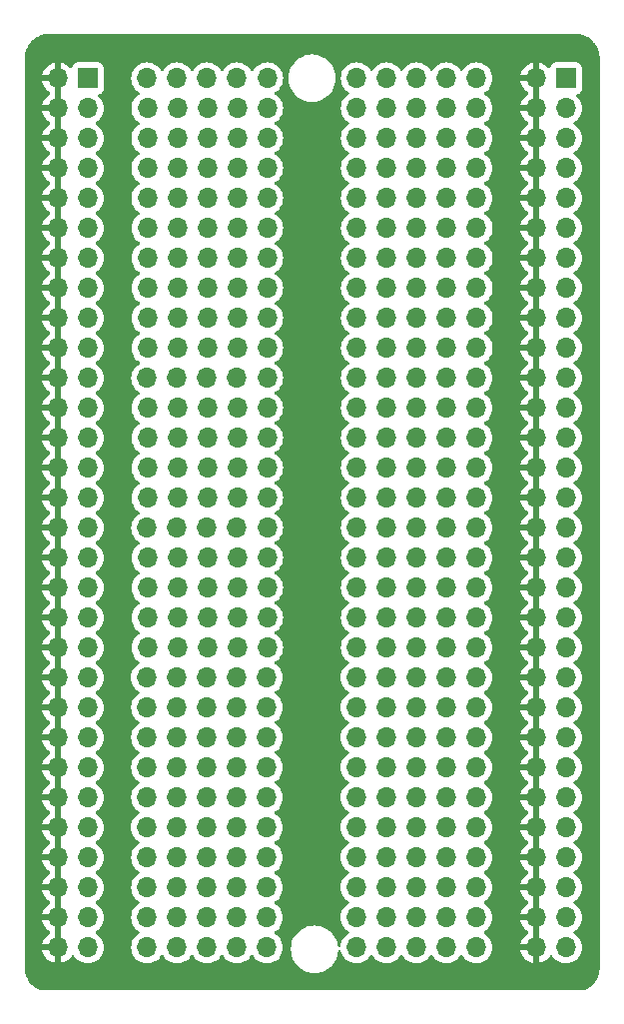
<source format=gbr>
%TF.GenerationSoftware,KiCad,Pcbnew,7.0.2*%
%TF.CreationDate,2024-01-28T20:17:23-05:00*%
%TF.ProjectId,dpx_perv_5x30,6470785f-7065-4727-965f-357833302e6b,rev?*%
%TF.SameCoordinates,Original*%
%TF.FileFunction,Copper,L3,Inr*%
%TF.FilePolarity,Positive*%
%FSLAX46Y46*%
G04 Gerber Fmt 4.6, Leading zero omitted, Abs format (unit mm)*
G04 Created by KiCad (PCBNEW 7.0.2) date 2024-01-28 20:17:23*
%MOMM*%
%LPD*%
G01*
G04 APERTURE LIST*
%TA.AperFunction,ComponentPad*%
%ADD10R,1.700000X1.700000*%
%TD*%
%TA.AperFunction,ComponentPad*%
%ADD11O,1.700000X1.700000*%
%TD*%
G04 APERTURE END LIST*
D10*
%TO.N,VCC*%
%TO.C,J1*%
X46220000Y-33615000D03*
D11*
%TO.N,GND*%
X43680000Y-33615000D03*
%TO.N,VCC*%
X46220000Y-36155000D03*
%TO.N,GND*%
X43680000Y-36155000D03*
%TO.N,VCC*%
X46220000Y-38695000D03*
%TO.N,GND*%
X43680000Y-38695000D03*
%TO.N,VCC*%
X46220000Y-41235000D03*
%TO.N,GND*%
X43680000Y-41235000D03*
%TO.N,VCC*%
X46220000Y-43775000D03*
%TO.N,GND*%
X43680000Y-43775000D03*
%TO.N,VCC*%
X46220000Y-46315000D03*
%TO.N,GND*%
X43680000Y-46315000D03*
%TO.N,VCC*%
X46220000Y-48855000D03*
%TO.N,GND*%
X43680000Y-48855000D03*
%TO.N,VCC*%
X46220000Y-51395000D03*
%TO.N,GND*%
X43680000Y-51395000D03*
%TO.N,VCC*%
X46220000Y-53935000D03*
%TO.N,GND*%
X43680000Y-53935000D03*
%TO.N,VCC*%
X46220000Y-56475000D03*
%TO.N,GND*%
X43680000Y-56475000D03*
%TO.N,VCC*%
X46220000Y-59015000D03*
%TO.N,GND*%
X43680000Y-59015000D03*
%TO.N,VCC*%
X46220000Y-61555000D03*
%TO.N,GND*%
X43680000Y-61555000D03*
%TO.N,VCC*%
X46220000Y-64095000D03*
%TO.N,GND*%
X43680000Y-64095000D03*
%TO.N,VCC*%
X46220000Y-66635000D03*
%TO.N,GND*%
X43680000Y-66635000D03*
%TO.N,VCC*%
X46220000Y-69175000D03*
%TO.N,GND*%
X43680000Y-69175000D03*
%TO.N,VCC*%
X46220000Y-71715000D03*
%TO.N,GND*%
X43680000Y-71715000D03*
%TO.N,VCC*%
X46220000Y-74255000D03*
%TO.N,GND*%
X43680000Y-74255000D03*
%TO.N,VCC*%
X46220000Y-76795000D03*
%TO.N,GND*%
X43680000Y-76795000D03*
%TO.N,VCC*%
X46220000Y-79335000D03*
%TO.N,GND*%
X43680000Y-79335000D03*
%TO.N,VCC*%
X46220000Y-81875000D03*
%TO.N,GND*%
X43680000Y-81875000D03*
%TO.N,VCC*%
X46220000Y-84415000D03*
%TO.N,GND*%
X43680000Y-84415000D03*
%TO.N,VCC*%
X46220000Y-86955000D03*
%TO.N,GND*%
X43680000Y-86955000D03*
%TO.N,VCC*%
X46220000Y-89495000D03*
%TO.N,GND*%
X43680000Y-89495000D03*
%TO.N,VCC*%
X46220000Y-92035000D03*
%TO.N,GND*%
X43680000Y-92035000D03*
%TO.N,VCC*%
X46220000Y-94575000D03*
%TO.N,GND*%
X43680000Y-94575000D03*
%TO.N,VCC*%
X46220000Y-97115000D03*
%TO.N,GND*%
X43680000Y-97115000D03*
%TO.N,VCC*%
X46220000Y-99655000D03*
%TO.N,GND*%
X43680000Y-99655000D03*
%TO.N,VCC*%
X46220000Y-102195000D03*
%TO.N,GND*%
X43680000Y-102195000D03*
%TO.N,VCC*%
X46220000Y-104735000D03*
%TO.N,GND*%
X43680000Y-104735000D03*
%TO.N,VCC*%
X46220000Y-107275000D03*
%TO.N,GND*%
X43680000Y-107275000D03*
%TD*%
D10*
%TO.N,VCC*%
%TO.C,J2*%
X86770000Y-33615000D03*
D11*
%TO.N,GND*%
X84230000Y-33615000D03*
%TO.N,VCC*%
X86770000Y-36155000D03*
%TO.N,GND*%
X84230000Y-36155000D03*
%TO.N,VCC*%
X86770000Y-38695000D03*
%TO.N,GND*%
X84230000Y-38695000D03*
%TO.N,VCC*%
X86770000Y-41235000D03*
%TO.N,GND*%
X84230000Y-41235000D03*
%TO.N,VCC*%
X86770000Y-43775000D03*
%TO.N,GND*%
X84230000Y-43775000D03*
%TO.N,VCC*%
X86770000Y-46315000D03*
%TO.N,GND*%
X84230000Y-46315000D03*
%TO.N,VCC*%
X86770000Y-48855000D03*
%TO.N,GND*%
X84230000Y-48855000D03*
%TO.N,VCC*%
X86770000Y-51395000D03*
%TO.N,GND*%
X84230000Y-51395000D03*
%TO.N,VCC*%
X86770000Y-53935000D03*
%TO.N,GND*%
X84230000Y-53935000D03*
%TO.N,VCC*%
X86770000Y-56475000D03*
%TO.N,GND*%
X84230000Y-56475000D03*
%TO.N,VCC*%
X86770000Y-59015000D03*
%TO.N,GND*%
X84230000Y-59015000D03*
%TO.N,VCC*%
X86770000Y-61555000D03*
%TO.N,GND*%
X84230000Y-61555000D03*
%TO.N,VCC*%
X86770000Y-64095000D03*
%TO.N,GND*%
X84230000Y-64095000D03*
%TO.N,VCC*%
X86770000Y-66635000D03*
%TO.N,GND*%
X84230000Y-66635000D03*
%TO.N,VCC*%
X86770000Y-69175000D03*
%TO.N,GND*%
X84230000Y-69175000D03*
%TO.N,VCC*%
X86770000Y-71715000D03*
%TO.N,GND*%
X84230000Y-71715000D03*
%TO.N,VCC*%
X86770000Y-74255000D03*
%TO.N,GND*%
X84230000Y-74255000D03*
%TO.N,VCC*%
X86770000Y-76795000D03*
%TO.N,GND*%
X84230000Y-76795000D03*
%TO.N,VCC*%
X86770000Y-79335000D03*
%TO.N,GND*%
X84230000Y-79335000D03*
%TO.N,VCC*%
X86770000Y-81875000D03*
%TO.N,GND*%
X84230000Y-81875000D03*
%TO.N,VCC*%
X86770000Y-84415000D03*
%TO.N,GND*%
X84230000Y-84415000D03*
%TO.N,VCC*%
X86770000Y-86955000D03*
%TO.N,GND*%
X84230000Y-86955000D03*
%TO.N,VCC*%
X86770000Y-89495000D03*
%TO.N,GND*%
X84230000Y-89495000D03*
%TO.N,VCC*%
X86770000Y-92035000D03*
%TO.N,GND*%
X84230000Y-92035000D03*
%TO.N,VCC*%
X86770000Y-94575000D03*
%TO.N,GND*%
X84230000Y-94575000D03*
%TO.N,VCC*%
X86770000Y-97115000D03*
%TO.N,GND*%
X84230000Y-97115000D03*
%TO.N,VCC*%
X86770000Y-99655000D03*
%TO.N,GND*%
X84230000Y-99655000D03*
%TO.N,VCC*%
X86770000Y-102195000D03*
%TO.N,GND*%
X84230000Y-102195000D03*
%TO.N,VCC*%
X86770000Y-104735000D03*
%TO.N,GND*%
X84230000Y-104735000D03*
%TO.N,VCC*%
X86770000Y-107275000D03*
%TO.N,GND*%
X84230000Y-107275000D03*
%TD*%
%TO.N,N/C*%
%TO.C,U6*%
X79165000Y-97110000D03*
X76625000Y-97110000D03*
X74085000Y-97110000D03*
X71545000Y-97110000D03*
X69005000Y-97110000D03*
X61405000Y-97110000D03*
X79165000Y-99650000D03*
X76625000Y-99650000D03*
X74085000Y-99650000D03*
X71545000Y-99650000D03*
X69005000Y-99650000D03*
X61405000Y-99650000D03*
X58865000Y-99650000D03*
X58855000Y-97110000D03*
X56325000Y-99650000D03*
X56315000Y-97110000D03*
X53785000Y-99650000D03*
X53775000Y-97110000D03*
X51245000Y-99650000D03*
X51235000Y-97110000D03*
X79165000Y-102190000D03*
X76625000Y-102190000D03*
X74085000Y-102190000D03*
X71545000Y-102190000D03*
X69005000Y-102190000D03*
X61405000Y-102190000D03*
X58865000Y-102190000D03*
X56325000Y-102190000D03*
X53785000Y-102190000D03*
X51245000Y-102190000D03*
X79165000Y-104730000D03*
X76625000Y-104730000D03*
X74085000Y-104730000D03*
X71545000Y-104730000D03*
X69005000Y-104730000D03*
X61405000Y-104730000D03*
X58865000Y-104730000D03*
X56325000Y-104730000D03*
X53785000Y-104730000D03*
X51245000Y-104730000D03*
X79165000Y-107270000D03*
X76625000Y-107270000D03*
X74085000Y-107270000D03*
X71545000Y-107270000D03*
X69005000Y-107270000D03*
X61405000Y-107270000D03*
X58865000Y-107270000D03*
X56325000Y-107270000D03*
X53785000Y-107270000D03*
X51245000Y-107270000D03*
%TD*%
%TO.N,N/C*%
%TO.C,U2*%
X79195000Y-46310000D03*
X76655000Y-46310000D03*
X74115000Y-46310000D03*
X71575000Y-46310000D03*
X69035000Y-46310000D03*
X61435000Y-46310000D03*
X79195000Y-48850000D03*
X76655000Y-48850000D03*
X74115000Y-48850000D03*
X71575000Y-48850000D03*
X69035000Y-48850000D03*
X61435000Y-48850000D03*
X58895000Y-48850000D03*
X58885000Y-46310000D03*
X56355000Y-48850000D03*
X56345000Y-46310000D03*
X53815000Y-48850000D03*
X53805000Y-46310000D03*
X51275000Y-48850000D03*
X51265000Y-46310000D03*
X79195000Y-51390000D03*
X76655000Y-51390000D03*
X74115000Y-51390000D03*
X71575000Y-51390000D03*
X69035000Y-51390000D03*
X61435000Y-51390000D03*
X58895000Y-51390000D03*
X56355000Y-51390000D03*
X53815000Y-51390000D03*
X51275000Y-51390000D03*
X79195000Y-53930000D03*
X76655000Y-53930000D03*
X74115000Y-53930000D03*
X71575000Y-53930000D03*
X69035000Y-53930000D03*
X61435000Y-53930000D03*
X58895000Y-53930000D03*
X56355000Y-53930000D03*
X53815000Y-53930000D03*
X51275000Y-53930000D03*
X79195000Y-56470000D03*
X76655000Y-56470000D03*
X74115000Y-56470000D03*
X71575000Y-56470000D03*
X69035000Y-56470000D03*
X61435000Y-56470000D03*
X58895000Y-56470000D03*
X56355000Y-56470000D03*
X53815000Y-56470000D03*
X51275000Y-56470000D03*
%TD*%
%TO.N,N/C*%
%TO.C,U1*%
X79180000Y-33615000D03*
X76640000Y-33615000D03*
X74100000Y-33615000D03*
X71560000Y-33615000D03*
X69020000Y-33615000D03*
X61420000Y-33615000D03*
X79180000Y-36155000D03*
X76640000Y-36155000D03*
X74100000Y-36155000D03*
X71560000Y-36155000D03*
X69020000Y-36155000D03*
X61420000Y-36155000D03*
X58880000Y-36155000D03*
X58870000Y-33615000D03*
X56340000Y-36155000D03*
X56330000Y-33615000D03*
X53800000Y-36155000D03*
X53790000Y-33615000D03*
X51260000Y-36155000D03*
X51250000Y-33615000D03*
X79180000Y-38695000D03*
X76640000Y-38695000D03*
X74100000Y-38695000D03*
X71560000Y-38695000D03*
X69020000Y-38695000D03*
X61420000Y-38695000D03*
X58880000Y-38695000D03*
X56340000Y-38695000D03*
X53800000Y-38695000D03*
X51260000Y-38695000D03*
X79180000Y-41235000D03*
X76640000Y-41235000D03*
X74100000Y-41235000D03*
X71560000Y-41235000D03*
X69020000Y-41235000D03*
X61420000Y-41235000D03*
X58880000Y-41235000D03*
X56340000Y-41235000D03*
X53800000Y-41235000D03*
X51260000Y-41235000D03*
X79180000Y-43775000D03*
X76640000Y-43775000D03*
X74100000Y-43775000D03*
X71560000Y-43775000D03*
X69020000Y-43775000D03*
X61420000Y-43775000D03*
X58880000Y-43775000D03*
X56340000Y-43775000D03*
X53800000Y-43775000D03*
X51260000Y-43775000D03*
%TD*%
%TO.N,N/C*%
%TO.C,U4*%
X79185000Y-71710000D03*
X76645000Y-71710000D03*
X74105000Y-71710000D03*
X71565000Y-71710000D03*
X69025000Y-71710000D03*
X61425000Y-71710000D03*
X79185000Y-74250000D03*
X76645000Y-74250000D03*
X74105000Y-74250000D03*
X71565000Y-74250000D03*
X69025000Y-74250000D03*
X61425000Y-74250000D03*
X58885000Y-74250000D03*
X58875000Y-71710000D03*
X56345000Y-74250000D03*
X56335000Y-71710000D03*
X53805000Y-74250000D03*
X53795000Y-71710000D03*
X51265000Y-74250000D03*
X51255000Y-71710000D03*
X79185000Y-76790000D03*
X76645000Y-76790000D03*
X74105000Y-76790000D03*
X71565000Y-76790000D03*
X69025000Y-76790000D03*
X61425000Y-76790000D03*
X58885000Y-76790000D03*
X56345000Y-76790000D03*
X53805000Y-76790000D03*
X51265000Y-76790000D03*
X79185000Y-79330000D03*
X76645000Y-79330000D03*
X74105000Y-79330000D03*
X71565000Y-79330000D03*
X69025000Y-79330000D03*
X61425000Y-79330000D03*
X58885000Y-79330000D03*
X56345000Y-79330000D03*
X53805000Y-79330000D03*
X51265000Y-79330000D03*
X79185000Y-81870000D03*
X76645000Y-81870000D03*
X74105000Y-81870000D03*
X71565000Y-81870000D03*
X69025000Y-81870000D03*
X61425000Y-81870000D03*
X58885000Y-81870000D03*
X56345000Y-81870000D03*
X53805000Y-81870000D03*
X51265000Y-81870000D03*
%TD*%
%TO.N,N/C*%
%TO.C,U3*%
X79185000Y-59020000D03*
X76645000Y-59020000D03*
X74105000Y-59020000D03*
X71565000Y-59020000D03*
X69025000Y-59020000D03*
X61425000Y-59020000D03*
X79185000Y-61560000D03*
X76645000Y-61560000D03*
X74105000Y-61560000D03*
X71565000Y-61560000D03*
X69025000Y-61560000D03*
X61425000Y-61560000D03*
X58885000Y-61560000D03*
X58875000Y-59020000D03*
X56345000Y-61560000D03*
X56335000Y-59020000D03*
X53805000Y-61560000D03*
X53795000Y-59020000D03*
X51265000Y-61560000D03*
X51255000Y-59020000D03*
X79185000Y-64100000D03*
X76645000Y-64100000D03*
X74105000Y-64100000D03*
X71565000Y-64100000D03*
X69025000Y-64100000D03*
X61425000Y-64100000D03*
X58885000Y-64100000D03*
X56345000Y-64100000D03*
X53805000Y-64100000D03*
X51265000Y-64100000D03*
X79185000Y-66640000D03*
X76645000Y-66640000D03*
X74105000Y-66640000D03*
X71565000Y-66640000D03*
X69025000Y-66640000D03*
X61425000Y-66640000D03*
X58885000Y-66640000D03*
X56345000Y-66640000D03*
X53805000Y-66640000D03*
X51265000Y-66640000D03*
X79185000Y-69180000D03*
X76645000Y-69180000D03*
X74105000Y-69180000D03*
X71565000Y-69180000D03*
X69025000Y-69180000D03*
X61425000Y-69180000D03*
X58885000Y-69180000D03*
X56345000Y-69180000D03*
X53805000Y-69180000D03*
X51265000Y-69180000D03*
%TD*%
%TO.N,N/C*%
%TO.C,U5*%
X79165000Y-84400000D03*
X76625000Y-84400000D03*
X74085000Y-84400000D03*
X71545000Y-84400000D03*
X69005000Y-84400000D03*
X61405000Y-84400000D03*
X79165000Y-86940000D03*
X76625000Y-86940000D03*
X74085000Y-86940000D03*
X71545000Y-86940000D03*
X69005000Y-86940000D03*
X61405000Y-86940000D03*
X58865000Y-86940000D03*
X58855000Y-84400000D03*
X56325000Y-86940000D03*
X56315000Y-84400000D03*
X53785000Y-86940000D03*
X53775000Y-84400000D03*
X51245000Y-86940000D03*
X51235000Y-84400000D03*
X79165000Y-89480000D03*
X76625000Y-89480000D03*
X74085000Y-89480000D03*
X71545000Y-89480000D03*
X69005000Y-89480000D03*
X61405000Y-89480000D03*
X58865000Y-89480000D03*
X56325000Y-89480000D03*
X53785000Y-89480000D03*
X51245000Y-89480000D03*
X79165000Y-92020000D03*
X76625000Y-92020000D03*
X74085000Y-92020000D03*
X71545000Y-92020000D03*
X69005000Y-92020000D03*
X61405000Y-92020000D03*
X58865000Y-92020000D03*
X56325000Y-92020000D03*
X53785000Y-92020000D03*
X51245000Y-92020000D03*
X79165000Y-94560000D03*
X76625000Y-94560000D03*
X74085000Y-94560000D03*
X71545000Y-94560000D03*
X69005000Y-94560000D03*
X61405000Y-94560000D03*
X58865000Y-94560000D03*
X56325000Y-94560000D03*
X53785000Y-94560000D03*
X51245000Y-94560000D03*
%TD*%
%TA.AperFunction,Conductor*%
%TO.N,GND*%
G36*
X43930000Y-106839498D02*
G01*
X43822315Y-106790320D01*
X43715763Y-106775000D01*
X43644237Y-106775000D01*
X43537685Y-106790320D01*
X43429999Y-106839498D01*
X43429999Y-105170501D01*
X43537685Y-105219680D01*
X43644237Y-105235000D01*
X43715763Y-105235000D01*
X43822315Y-105219680D01*
X43930000Y-105170501D01*
X43930000Y-106839498D01*
G37*
%TD.AperFunction*%
%TA.AperFunction,Conductor*%
G36*
X43930000Y-104299498D02*
G01*
X43822315Y-104250320D01*
X43715763Y-104235000D01*
X43644237Y-104235000D01*
X43537685Y-104250320D01*
X43429999Y-104299498D01*
X43429999Y-102630501D01*
X43537685Y-102679680D01*
X43644237Y-102695000D01*
X43715763Y-102695000D01*
X43822315Y-102679680D01*
X43930000Y-102630501D01*
X43930000Y-104299498D01*
G37*
%TD.AperFunction*%
%TA.AperFunction,Conductor*%
G36*
X43930000Y-101759498D02*
G01*
X43822315Y-101710320D01*
X43715763Y-101695000D01*
X43644237Y-101695000D01*
X43537685Y-101710320D01*
X43429999Y-101759498D01*
X43429999Y-100090501D01*
X43537685Y-100139680D01*
X43644237Y-100155000D01*
X43715763Y-100155000D01*
X43822315Y-100139680D01*
X43930000Y-100090501D01*
X43930000Y-101759498D01*
G37*
%TD.AperFunction*%
%TA.AperFunction,Conductor*%
G36*
X43930000Y-99219498D02*
G01*
X43822315Y-99170320D01*
X43715763Y-99155000D01*
X43644237Y-99155000D01*
X43537685Y-99170320D01*
X43429999Y-99219498D01*
X43429999Y-97550501D01*
X43537685Y-97599680D01*
X43644237Y-97615000D01*
X43715763Y-97615000D01*
X43822315Y-97599680D01*
X43930000Y-97550501D01*
X43930000Y-99219498D01*
G37*
%TD.AperFunction*%
%TA.AperFunction,Conductor*%
G36*
X43930000Y-96679498D02*
G01*
X43822315Y-96630320D01*
X43715763Y-96615000D01*
X43644237Y-96615000D01*
X43537685Y-96630320D01*
X43429999Y-96679498D01*
X43429999Y-95010501D01*
X43537685Y-95059680D01*
X43644237Y-95075000D01*
X43715763Y-95075000D01*
X43822315Y-95059680D01*
X43930000Y-95010501D01*
X43930000Y-96679498D01*
G37*
%TD.AperFunction*%
%TA.AperFunction,Conductor*%
G36*
X43930000Y-94139498D02*
G01*
X43822315Y-94090320D01*
X43715763Y-94075000D01*
X43644237Y-94075000D01*
X43537685Y-94090320D01*
X43429999Y-94139498D01*
X43429999Y-92470501D01*
X43537685Y-92519680D01*
X43644237Y-92535000D01*
X43715763Y-92535000D01*
X43822315Y-92519680D01*
X43930000Y-92470501D01*
X43930000Y-94139498D01*
G37*
%TD.AperFunction*%
%TA.AperFunction,Conductor*%
G36*
X43930000Y-91599498D02*
G01*
X43822315Y-91550320D01*
X43715763Y-91535000D01*
X43644237Y-91535000D01*
X43537685Y-91550320D01*
X43429999Y-91599498D01*
X43429999Y-89930501D01*
X43537685Y-89979680D01*
X43644237Y-89995000D01*
X43715763Y-89995000D01*
X43822315Y-89979680D01*
X43930000Y-89930501D01*
X43930000Y-91599498D01*
G37*
%TD.AperFunction*%
%TA.AperFunction,Conductor*%
G36*
X43930000Y-89059498D02*
G01*
X43822315Y-89010320D01*
X43715763Y-88995000D01*
X43644237Y-88995000D01*
X43537685Y-89010320D01*
X43429999Y-89059498D01*
X43429999Y-87390501D01*
X43537685Y-87439680D01*
X43644237Y-87455000D01*
X43715763Y-87455000D01*
X43822315Y-87439680D01*
X43930000Y-87390501D01*
X43930000Y-89059498D01*
G37*
%TD.AperFunction*%
%TA.AperFunction,Conductor*%
G36*
X43930000Y-86519498D02*
G01*
X43822315Y-86470320D01*
X43715763Y-86455000D01*
X43644237Y-86455000D01*
X43537685Y-86470320D01*
X43429999Y-86519498D01*
X43429999Y-84850501D01*
X43537685Y-84899680D01*
X43644237Y-84915000D01*
X43715763Y-84915000D01*
X43822315Y-84899680D01*
X43930000Y-84850501D01*
X43930000Y-86519498D01*
G37*
%TD.AperFunction*%
%TA.AperFunction,Conductor*%
G36*
X43930000Y-83979498D02*
G01*
X43822315Y-83930320D01*
X43715763Y-83915000D01*
X43644237Y-83915000D01*
X43537685Y-83930320D01*
X43429999Y-83979498D01*
X43429999Y-82310501D01*
X43537685Y-82359680D01*
X43644237Y-82375000D01*
X43715763Y-82375000D01*
X43822315Y-82359680D01*
X43930000Y-82310501D01*
X43930000Y-83979498D01*
G37*
%TD.AperFunction*%
%TA.AperFunction,Conductor*%
G36*
X43930000Y-81439498D02*
G01*
X43822315Y-81390320D01*
X43715763Y-81375000D01*
X43644237Y-81375000D01*
X43537685Y-81390320D01*
X43429999Y-81439498D01*
X43429999Y-79770501D01*
X43537685Y-79819680D01*
X43644237Y-79835000D01*
X43715763Y-79835000D01*
X43822315Y-79819680D01*
X43930000Y-79770501D01*
X43930000Y-81439498D01*
G37*
%TD.AperFunction*%
%TA.AperFunction,Conductor*%
G36*
X43930000Y-78899498D02*
G01*
X43822315Y-78850320D01*
X43715763Y-78835000D01*
X43644237Y-78835000D01*
X43537685Y-78850320D01*
X43429999Y-78899498D01*
X43429999Y-77230501D01*
X43537685Y-77279680D01*
X43644237Y-77295000D01*
X43715763Y-77295000D01*
X43822315Y-77279680D01*
X43930000Y-77230501D01*
X43930000Y-78899498D01*
G37*
%TD.AperFunction*%
%TA.AperFunction,Conductor*%
G36*
X43930000Y-76359498D02*
G01*
X43822315Y-76310320D01*
X43715763Y-76295000D01*
X43644237Y-76295000D01*
X43537685Y-76310320D01*
X43429999Y-76359498D01*
X43429999Y-74690501D01*
X43537685Y-74739680D01*
X43644237Y-74755000D01*
X43715763Y-74755000D01*
X43822315Y-74739680D01*
X43930000Y-74690501D01*
X43930000Y-76359498D01*
G37*
%TD.AperFunction*%
%TA.AperFunction,Conductor*%
G36*
X43930000Y-73819498D02*
G01*
X43822315Y-73770320D01*
X43715763Y-73755000D01*
X43644237Y-73755000D01*
X43537685Y-73770320D01*
X43429999Y-73819498D01*
X43429999Y-72150501D01*
X43537685Y-72199680D01*
X43644237Y-72215000D01*
X43715763Y-72215000D01*
X43822315Y-72199680D01*
X43930000Y-72150501D01*
X43930000Y-73819498D01*
G37*
%TD.AperFunction*%
%TA.AperFunction,Conductor*%
G36*
X43930000Y-71279498D02*
G01*
X43822315Y-71230320D01*
X43715763Y-71215000D01*
X43644237Y-71215000D01*
X43537685Y-71230320D01*
X43429999Y-71279498D01*
X43429999Y-69610501D01*
X43537685Y-69659680D01*
X43644237Y-69675000D01*
X43715763Y-69675000D01*
X43822315Y-69659680D01*
X43930000Y-69610501D01*
X43930000Y-71279498D01*
G37*
%TD.AperFunction*%
%TA.AperFunction,Conductor*%
G36*
X43930000Y-68739498D02*
G01*
X43822315Y-68690320D01*
X43715763Y-68675000D01*
X43644237Y-68675000D01*
X43537685Y-68690320D01*
X43429999Y-68739498D01*
X43429999Y-67070501D01*
X43537685Y-67119680D01*
X43644237Y-67135000D01*
X43715763Y-67135000D01*
X43822315Y-67119680D01*
X43930000Y-67070501D01*
X43930000Y-68739498D01*
G37*
%TD.AperFunction*%
%TA.AperFunction,Conductor*%
G36*
X43930000Y-66199498D02*
G01*
X43822315Y-66150320D01*
X43715763Y-66135000D01*
X43644237Y-66135000D01*
X43537685Y-66150320D01*
X43429999Y-66199498D01*
X43429999Y-64530501D01*
X43537685Y-64579680D01*
X43644237Y-64595000D01*
X43715763Y-64595000D01*
X43822315Y-64579680D01*
X43930000Y-64530501D01*
X43930000Y-66199498D01*
G37*
%TD.AperFunction*%
%TA.AperFunction,Conductor*%
G36*
X43930000Y-63659498D02*
G01*
X43822315Y-63610320D01*
X43715763Y-63595000D01*
X43644237Y-63595000D01*
X43537685Y-63610320D01*
X43429999Y-63659498D01*
X43429999Y-61990501D01*
X43537685Y-62039680D01*
X43644237Y-62055000D01*
X43715763Y-62055000D01*
X43822315Y-62039680D01*
X43930000Y-61990501D01*
X43930000Y-63659498D01*
G37*
%TD.AperFunction*%
%TA.AperFunction,Conductor*%
G36*
X43930000Y-61119498D02*
G01*
X43822315Y-61070320D01*
X43715763Y-61055000D01*
X43644237Y-61055000D01*
X43537685Y-61070320D01*
X43429999Y-61119498D01*
X43429999Y-59450501D01*
X43537685Y-59499680D01*
X43644237Y-59515000D01*
X43715763Y-59515000D01*
X43822315Y-59499680D01*
X43930000Y-59450501D01*
X43930000Y-61119498D01*
G37*
%TD.AperFunction*%
%TA.AperFunction,Conductor*%
G36*
X43930000Y-58579498D02*
G01*
X43822315Y-58530320D01*
X43715763Y-58515000D01*
X43644237Y-58515000D01*
X43537685Y-58530320D01*
X43429999Y-58579498D01*
X43429999Y-56910501D01*
X43537685Y-56959680D01*
X43644237Y-56975000D01*
X43715763Y-56975000D01*
X43822315Y-56959680D01*
X43930000Y-56910501D01*
X43930000Y-58579498D01*
G37*
%TD.AperFunction*%
%TA.AperFunction,Conductor*%
G36*
X43930000Y-56039498D02*
G01*
X43822315Y-55990320D01*
X43715763Y-55975000D01*
X43644237Y-55975000D01*
X43537685Y-55990320D01*
X43429999Y-56039498D01*
X43429999Y-54370501D01*
X43537685Y-54419680D01*
X43644237Y-54435000D01*
X43715763Y-54435000D01*
X43822315Y-54419680D01*
X43930000Y-54370501D01*
X43930000Y-56039498D01*
G37*
%TD.AperFunction*%
%TA.AperFunction,Conductor*%
G36*
X43930000Y-53499498D02*
G01*
X43822315Y-53450320D01*
X43715763Y-53435000D01*
X43644237Y-53435000D01*
X43537685Y-53450320D01*
X43429999Y-53499498D01*
X43429999Y-51830501D01*
X43537685Y-51879680D01*
X43644237Y-51895000D01*
X43715763Y-51895000D01*
X43822315Y-51879680D01*
X43930000Y-51830501D01*
X43930000Y-53499498D01*
G37*
%TD.AperFunction*%
%TA.AperFunction,Conductor*%
G36*
X43930000Y-50959498D02*
G01*
X43822315Y-50910320D01*
X43715763Y-50895000D01*
X43644237Y-50895000D01*
X43537685Y-50910320D01*
X43429999Y-50959498D01*
X43429999Y-49290501D01*
X43537685Y-49339680D01*
X43644237Y-49355000D01*
X43715763Y-49355000D01*
X43822315Y-49339680D01*
X43930000Y-49290501D01*
X43930000Y-50959498D01*
G37*
%TD.AperFunction*%
%TA.AperFunction,Conductor*%
G36*
X43930000Y-48419498D02*
G01*
X43822315Y-48370320D01*
X43715763Y-48355000D01*
X43644237Y-48355000D01*
X43537685Y-48370320D01*
X43429999Y-48419498D01*
X43429999Y-46750501D01*
X43537685Y-46799680D01*
X43644237Y-46815000D01*
X43715763Y-46815000D01*
X43822315Y-46799680D01*
X43930000Y-46750501D01*
X43930000Y-48419498D01*
G37*
%TD.AperFunction*%
%TA.AperFunction,Conductor*%
G36*
X43930000Y-45879498D02*
G01*
X43822315Y-45830320D01*
X43715763Y-45815000D01*
X43644237Y-45815000D01*
X43537685Y-45830320D01*
X43429999Y-45879498D01*
X43429999Y-44210501D01*
X43537685Y-44259680D01*
X43644237Y-44275000D01*
X43715763Y-44275000D01*
X43822315Y-44259680D01*
X43930000Y-44210501D01*
X43930000Y-45879498D01*
G37*
%TD.AperFunction*%
%TA.AperFunction,Conductor*%
G36*
X43930000Y-43339498D02*
G01*
X43822315Y-43290320D01*
X43715763Y-43275000D01*
X43644237Y-43275000D01*
X43537685Y-43290320D01*
X43429999Y-43339498D01*
X43429999Y-41670501D01*
X43537685Y-41719680D01*
X43644237Y-41735000D01*
X43715763Y-41735000D01*
X43822315Y-41719680D01*
X43930000Y-41670501D01*
X43930000Y-43339498D01*
G37*
%TD.AperFunction*%
%TA.AperFunction,Conductor*%
G36*
X43930000Y-40799498D02*
G01*
X43822315Y-40750320D01*
X43715763Y-40735000D01*
X43644237Y-40735000D01*
X43537685Y-40750320D01*
X43429999Y-40799498D01*
X43429999Y-39130501D01*
X43537685Y-39179680D01*
X43644237Y-39195000D01*
X43715763Y-39195000D01*
X43822315Y-39179680D01*
X43930000Y-39130501D01*
X43930000Y-40799498D01*
G37*
%TD.AperFunction*%
%TA.AperFunction,Conductor*%
G36*
X43930000Y-38259498D02*
G01*
X43822315Y-38210320D01*
X43715763Y-38195000D01*
X43644237Y-38195000D01*
X43537685Y-38210320D01*
X43429999Y-38259498D01*
X43429999Y-36590501D01*
X43537685Y-36639680D01*
X43644237Y-36655000D01*
X43715763Y-36655000D01*
X43822315Y-36639680D01*
X43930000Y-36590501D01*
X43930000Y-38259498D01*
G37*
%TD.AperFunction*%
%TA.AperFunction,Conductor*%
G36*
X43930000Y-35719498D02*
G01*
X43822315Y-35670320D01*
X43715763Y-35655000D01*
X43644237Y-35655000D01*
X43537685Y-35670320D01*
X43429999Y-35719498D01*
X43429999Y-34050501D01*
X43537685Y-34099680D01*
X43644237Y-34115000D01*
X43715763Y-34115000D01*
X43822315Y-34099680D01*
X43930000Y-34050501D01*
X43930000Y-35719498D01*
G37*
%TD.AperFunction*%
%TA.AperFunction,Conductor*%
G36*
X84480000Y-106839498D02*
G01*
X84372315Y-106790320D01*
X84265763Y-106775000D01*
X84194237Y-106775000D01*
X84087685Y-106790320D01*
X83979999Y-106839498D01*
X83979999Y-105170501D01*
X84087685Y-105219680D01*
X84194237Y-105235000D01*
X84265763Y-105235000D01*
X84372315Y-105219680D01*
X84480000Y-105170501D01*
X84480000Y-106839498D01*
G37*
%TD.AperFunction*%
%TA.AperFunction,Conductor*%
G36*
X84480000Y-104299498D02*
G01*
X84372315Y-104250320D01*
X84265763Y-104235000D01*
X84194237Y-104235000D01*
X84087685Y-104250320D01*
X83979999Y-104299498D01*
X83979999Y-102630501D01*
X84087685Y-102679680D01*
X84194237Y-102695000D01*
X84265763Y-102695000D01*
X84372315Y-102679680D01*
X84480000Y-102630501D01*
X84480000Y-104299498D01*
G37*
%TD.AperFunction*%
%TA.AperFunction,Conductor*%
G36*
X84480000Y-101759498D02*
G01*
X84372315Y-101710320D01*
X84265763Y-101695000D01*
X84194237Y-101695000D01*
X84087685Y-101710320D01*
X83979999Y-101759498D01*
X83979999Y-100090501D01*
X84087685Y-100139680D01*
X84194237Y-100155000D01*
X84265763Y-100155000D01*
X84372315Y-100139680D01*
X84480000Y-100090501D01*
X84480000Y-101759498D01*
G37*
%TD.AperFunction*%
%TA.AperFunction,Conductor*%
G36*
X84480000Y-99219498D02*
G01*
X84372315Y-99170320D01*
X84265763Y-99155000D01*
X84194237Y-99155000D01*
X84087685Y-99170320D01*
X83979999Y-99219498D01*
X83979999Y-97550501D01*
X84087685Y-97599680D01*
X84194237Y-97615000D01*
X84265763Y-97615000D01*
X84372315Y-97599680D01*
X84480000Y-97550501D01*
X84480000Y-99219498D01*
G37*
%TD.AperFunction*%
%TA.AperFunction,Conductor*%
G36*
X84480000Y-96679498D02*
G01*
X84372315Y-96630320D01*
X84265763Y-96615000D01*
X84194237Y-96615000D01*
X84087685Y-96630320D01*
X83979999Y-96679498D01*
X83979999Y-95010501D01*
X84087685Y-95059680D01*
X84194237Y-95075000D01*
X84265763Y-95075000D01*
X84372315Y-95059680D01*
X84480000Y-95010501D01*
X84480000Y-96679498D01*
G37*
%TD.AperFunction*%
%TA.AperFunction,Conductor*%
G36*
X84480000Y-94139498D02*
G01*
X84372315Y-94090320D01*
X84265763Y-94075000D01*
X84194237Y-94075000D01*
X84087685Y-94090320D01*
X83979999Y-94139498D01*
X83979999Y-92470501D01*
X84087685Y-92519680D01*
X84194237Y-92535000D01*
X84265763Y-92535000D01*
X84372315Y-92519680D01*
X84480000Y-92470501D01*
X84480000Y-94139498D01*
G37*
%TD.AperFunction*%
%TA.AperFunction,Conductor*%
G36*
X84480000Y-91599498D02*
G01*
X84372315Y-91550320D01*
X84265763Y-91535000D01*
X84194237Y-91535000D01*
X84087685Y-91550320D01*
X83979999Y-91599498D01*
X83979999Y-89930501D01*
X84087685Y-89979680D01*
X84194237Y-89995000D01*
X84265763Y-89995000D01*
X84372315Y-89979680D01*
X84480000Y-89930501D01*
X84480000Y-91599498D01*
G37*
%TD.AperFunction*%
%TA.AperFunction,Conductor*%
G36*
X84480000Y-89059498D02*
G01*
X84372315Y-89010320D01*
X84265763Y-88995000D01*
X84194237Y-88995000D01*
X84087685Y-89010320D01*
X83979999Y-89059498D01*
X83979999Y-87390501D01*
X84087685Y-87439680D01*
X84194237Y-87455000D01*
X84265763Y-87455000D01*
X84372315Y-87439680D01*
X84480000Y-87390501D01*
X84480000Y-89059498D01*
G37*
%TD.AperFunction*%
%TA.AperFunction,Conductor*%
G36*
X84480000Y-86519498D02*
G01*
X84372315Y-86470320D01*
X84265763Y-86455000D01*
X84194237Y-86455000D01*
X84087685Y-86470320D01*
X83979999Y-86519498D01*
X83979999Y-84850501D01*
X84087685Y-84899680D01*
X84194237Y-84915000D01*
X84265763Y-84915000D01*
X84372315Y-84899680D01*
X84480000Y-84850501D01*
X84480000Y-86519498D01*
G37*
%TD.AperFunction*%
%TA.AperFunction,Conductor*%
G36*
X84480000Y-83979498D02*
G01*
X84372315Y-83930320D01*
X84265763Y-83915000D01*
X84194237Y-83915000D01*
X84087685Y-83930320D01*
X83979999Y-83979498D01*
X83979999Y-82310501D01*
X84087685Y-82359680D01*
X84194237Y-82375000D01*
X84265763Y-82375000D01*
X84372315Y-82359680D01*
X84480000Y-82310501D01*
X84480000Y-83979498D01*
G37*
%TD.AperFunction*%
%TA.AperFunction,Conductor*%
G36*
X84480000Y-81439498D02*
G01*
X84372315Y-81390320D01*
X84265763Y-81375000D01*
X84194237Y-81375000D01*
X84087685Y-81390320D01*
X83979999Y-81439498D01*
X83979999Y-79770501D01*
X84087685Y-79819680D01*
X84194237Y-79835000D01*
X84265763Y-79835000D01*
X84372315Y-79819680D01*
X84480000Y-79770501D01*
X84480000Y-81439498D01*
G37*
%TD.AperFunction*%
%TA.AperFunction,Conductor*%
G36*
X84480000Y-78899498D02*
G01*
X84372315Y-78850320D01*
X84265763Y-78835000D01*
X84194237Y-78835000D01*
X84087685Y-78850320D01*
X83979999Y-78899498D01*
X83979999Y-77230501D01*
X84087685Y-77279680D01*
X84194237Y-77295000D01*
X84265763Y-77295000D01*
X84372315Y-77279680D01*
X84480000Y-77230501D01*
X84480000Y-78899498D01*
G37*
%TD.AperFunction*%
%TA.AperFunction,Conductor*%
G36*
X84480000Y-76359498D02*
G01*
X84372315Y-76310320D01*
X84265763Y-76295000D01*
X84194237Y-76295000D01*
X84087685Y-76310320D01*
X83979999Y-76359498D01*
X83979999Y-74690501D01*
X84087685Y-74739680D01*
X84194237Y-74755000D01*
X84265763Y-74755000D01*
X84372315Y-74739680D01*
X84480000Y-74690501D01*
X84480000Y-76359498D01*
G37*
%TD.AperFunction*%
%TA.AperFunction,Conductor*%
G36*
X84480000Y-73819498D02*
G01*
X84372315Y-73770320D01*
X84265763Y-73755000D01*
X84194237Y-73755000D01*
X84087685Y-73770320D01*
X83979999Y-73819498D01*
X83979999Y-72150501D01*
X84087685Y-72199680D01*
X84194237Y-72215000D01*
X84265763Y-72215000D01*
X84372315Y-72199680D01*
X84480000Y-72150501D01*
X84480000Y-73819498D01*
G37*
%TD.AperFunction*%
%TA.AperFunction,Conductor*%
G36*
X84480000Y-71279498D02*
G01*
X84372315Y-71230320D01*
X84265763Y-71215000D01*
X84194237Y-71215000D01*
X84087685Y-71230320D01*
X83979999Y-71279498D01*
X83979999Y-69610501D01*
X84087685Y-69659680D01*
X84194237Y-69675000D01*
X84265763Y-69675000D01*
X84372315Y-69659680D01*
X84480000Y-69610501D01*
X84480000Y-71279498D01*
G37*
%TD.AperFunction*%
%TA.AperFunction,Conductor*%
G36*
X84480000Y-68739498D02*
G01*
X84372315Y-68690320D01*
X84265763Y-68675000D01*
X84194237Y-68675000D01*
X84087685Y-68690320D01*
X83979999Y-68739498D01*
X83979999Y-67070501D01*
X84087685Y-67119680D01*
X84194237Y-67135000D01*
X84265763Y-67135000D01*
X84372315Y-67119680D01*
X84480000Y-67070501D01*
X84480000Y-68739498D01*
G37*
%TD.AperFunction*%
%TA.AperFunction,Conductor*%
G36*
X84480000Y-66199498D02*
G01*
X84372315Y-66150320D01*
X84265763Y-66135000D01*
X84194237Y-66135000D01*
X84087685Y-66150320D01*
X83979999Y-66199498D01*
X83979999Y-64530501D01*
X84087685Y-64579680D01*
X84194237Y-64595000D01*
X84265763Y-64595000D01*
X84372315Y-64579680D01*
X84480000Y-64530501D01*
X84480000Y-66199498D01*
G37*
%TD.AperFunction*%
%TA.AperFunction,Conductor*%
G36*
X84480000Y-63659498D02*
G01*
X84372315Y-63610320D01*
X84265763Y-63595000D01*
X84194237Y-63595000D01*
X84087685Y-63610320D01*
X83979999Y-63659498D01*
X83979999Y-61990501D01*
X84087685Y-62039680D01*
X84194237Y-62055000D01*
X84265763Y-62055000D01*
X84372315Y-62039680D01*
X84480000Y-61990501D01*
X84480000Y-63659498D01*
G37*
%TD.AperFunction*%
%TA.AperFunction,Conductor*%
G36*
X84480000Y-61119498D02*
G01*
X84372315Y-61070320D01*
X84265763Y-61055000D01*
X84194237Y-61055000D01*
X84087685Y-61070320D01*
X83979999Y-61119498D01*
X83979999Y-59450501D01*
X84087685Y-59499680D01*
X84194237Y-59515000D01*
X84265763Y-59515000D01*
X84372315Y-59499680D01*
X84480000Y-59450501D01*
X84480000Y-61119498D01*
G37*
%TD.AperFunction*%
%TA.AperFunction,Conductor*%
G36*
X84480000Y-58579498D02*
G01*
X84372315Y-58530320D01*
X84265763Y-58515000D01*
X84194237Y-58515000D01*
X84087685Y-58530320D01*
X83979999Y-58579498D01*
X83979999Y-56910501D01*
X84087685Y-56959680D01*
X84194237Y-56975000D01*
X84265763Y-56975000D01*
X84372315Y-56959680D01*
X84480000Y-56910501D01*
X84480000Y-58579498D01*
G37*
%TD.AperFunction*%
%TA.AperFunction,Conductor*%
G36*
X84480000Y-56039498D02*
G01*
X84372315Y-55990320D01*
X84265763Y-55975000D01*
X84194237Y-55975000D01*
X84087685Y-55990320D01*
X83979999Y-56039498D01*
X83979999Y-54370501D01*
X84087685Y-54419680D01*
X84194237Y-54435000D01*
X84265763Y-54435000D01*
X84372315Y-54419680D01*
X84480000Y-54370501D01*
X84480000Y-56039498D01*
G37*
%TD.AperFunction*%
%TA.AperFunction,Conductor*%
G36*
X84480000Y-53499498D02*
G01*
X84372315Y-53450320D01*
X84265763Y-53435000D01*
X84194237Y-53435000D01*
X84087685Y-53450320D01*
X83979999Y-53499498D01*
X83979999Y-51830501D01*
X84087685Y-51879680D01*
X84194237Y-51895000D01*
X84265763Y-51895000D01*
X84372315Y-51879680D01*
X84480000Y-51830501D01*
X84480000Y-53499498D01*
G37*
%TD.AperFunction*%
%TA.AperFunction,Conductor*%
G36*
X84480000Y-50959498D02*
G01*
X84372315Y-50910320D01*
X84265763Y-50895000D01*
X84194237Y-50895000D01*
X84087685Y-50910320D01*
X83979999Y-50959498D01*
X83979999Y-49290501D01*
X84087685Y-49339680D01*
X84194237Y-49355000D01*
X84265763Y-49355000D01*
X84372315Y-49339680D01*
X84480000Y-49290501D01*
X84480000Y-50959498D01*
G37*
%TD.AperFunction*%
%TA.AperFunction,Conductor*%
G36*
X84480000Y-48419498D02*
G01*
X84372315Y-48370320D01*
X84265763Y-48355000D01*
X84194237Y-48355000D01*
X84087685Y-48370320D01*
X83979999Y-48419498D01*
X83979999Y-46750501D01*
X84087685Y-46799680D01*
X84194237Y-46815000D01*
X84265763Y-46815000D01*
X84372315Y-46799680D01*
X84480000Y-46750501D01*
X84480000Y-48419498D01*
G37*
%TD.AperFunction*%
%TA.AperFunction,Conductor*%
G36*
X84480000Y-45879498D02*
G01*
X84372315Y-45830320D01*
X84265763Y-45815000D01*
X84194237Y-45815000D01*
X84087685Y-45830320D01*
X83979999Y-45879498D01*
X83979999Y-44210501D01*
X84087685Y-44259680D01*
X84194237Y-44275000D01*
X84265763Y-44275000D01*
X84372315Y-44259680D01*
X84480000Y-44210501D01*
X84480000Y-45879498D01*
G37*
%TD.AperFunction*%
%TA.AperFunction,Conductor*%
G36*
X84480000Y-43339498D02*
G01*
X84372315Y-43290320D01*
X84265763Y-43275000D01*
X84194237Y-43275000D01*
X84087685Y-43290320D01*
X83979999Y-43339498D01*
X83979999Y-41670501D01*
X84087685Y-41719680D01*
X84194237Y-41735000D01*
X84265763Y-41735000D01*
X84372315Y-41719680D01*
X84480000Y-41670501D01*
X84480000Y-43339498D01*
G37*
%TD.AperFunction*%
%TA.AperFunction,Conductor*%
G36*
X84480000Y-40799498D02*
G01*
X84372315Y-40750320D01*
X84265763Y-40735000D01*
X84194237Y-40735000D01*
X84087685Y-40750320D01*
X83979999Y-40799498D01*
X83979999Y-39130501D01*
X84087685Y-39179680D01*
X84194237Y-39195000D01*
X84265763Y-39195000D01*
X84372315Y-39179680D01*
X84480000Y-39130501D01*
X84480000Y-40799498D01*
G37*
%TD.AperFunction*%
%TA.AperFunction,Conductor*%
G36*
X84480000Y-38259498D02*
G01*
X84372315Y-38210320D01*
X84265763Y-38195000D01*
X84194237Y-38195000D01*
X84087685Y-38210320D01*
X83979999Y-38259498D01*
X83979999Y-36590501D01*
X84087685Y-36639680D01*
X84194237Y-36655000D01*
X84265763Y-36655000D01*
X84372315Y-36639680D01*
X84480000Y-36590501D01*
X84480000Y-38259498D01*
G37*
%TD.AperFunction*%
%TA.AperFunction,Conductor*%
G36*
X84480000Y-35719498D02*
G01*
X84372315Y-35670320D01*
X84265763Y-35655000D01*
X84194237Y-35655000D01*
X84087685Y-35670320D01*
X83979999Y-35719498D01*
X83979999Y-34050501D01*
X84087685Y-34099680D01*
X84194237Y-34115000D01*
X84265763Y-34115000D01*
X84372315Y-34099680D01*
X84480000Y-34050501D01*
X84480000Y-35719498D01*
G37*
%TD.AperFunction*%
%TA.AperFunction,Conductor*%
G36*
X87624042Y-29850764D02*
G01*
X87703743Y-29855988D01*
X87881590Y-29868709D01*
X87896904Y-29870772D01*
X88009441Y-29893157D01*
X88150277Y-29923794D01*
X88163690Y-29927518D01*
X88277725Y-29966228D01*
X88281074Y-29967420D01*
X88408808Y-30015062D01*
X88420300Y-30020024D01*
X88530687Y-30074461D01*
X88535187Y-30076798D01*
X88652478Y-30140844D01*
X88661942Y-30146574D01*
X88765269Y-30215615D01*
X88770688Y-30219450D01*
X88876727Y-30298830D01*
X88884145Y-30304844D01*
X88977976Y-30387131D01*
X88983898Y-30392678D01*
X89077320Y-30486100D01*
X89082867Y-30492022D01*
X89165150Y-30585848D01*
X89171173Y-30593278D01*
X89208691Y-30643396D01*
X89250548Y-30699310D01*
X89254383Y-30704729D01*
X89323424Y-30808056D01*
X89329154Y-30817520D01*
X89393183Y-30934779D01*
X89395564Y-30939363D01*
X89449969Y-31049687D01*
X89454938Y-31061196D01*
X89502556Y-31188863D01*
X89503793Y-31192338D01*
X89542470Y-31306276D01*
X89546217Y-31319777D01*
X89576847Y-31460580D01*
X89599230Y-31573107D01*
X89601290Y-31588414D01*
X89614017Y-31766350D01*
X89615267Y-31785418D01*
X89619235Y-31845956D01*
X89619500Y-31854051D01*
X89619499Y-109005947D01*
X89619234Y-109014056D01*
X89614022Y-109093572D01*
X89610098Y-109148448D01*
X89601291Y-109271574D01*
X89599225Y-109286916D01*
X89587797Y-109344370D01*
X89576902Y-109399148D01*
X89576851Y-109399402D01*
X89546212Y-109540244D01*
X89542473Y-109553714D01*
X89503793Y-109667660D01*
X89502556Y-109671135D01*
X89454938Y-109798802D01*
X89449969Y-109810311D01*
X89395564Y-109920635D01*
X89393183Y-109925219D01*
X89329154Y-110042478D01*
X89323424Y-110051942D01*
X89254383Y-110155269D01*
X89250548Y-110160688D01*
X89171181Y-110266711D01*
X89165142Y-110274160D01*
X89082867Y-110367976D01*
X89077320Y-110373898D01*
X88983898Y-110467320D01*
X88977976Y-110472867D01*
X88884160Y-110555142D01*
X88876711Y-110561181D01*
X88770688Y-110640548D01*
X88765269Y-110644383D01*
X88661942Y-110713424D01*
X88652478Y-110719154D01*
X88535228Y-110783178D01*
X88530646Y-110785558D01*
X88446182Y-110827212D01*
X88391337Y-110840000D01*
X42108662Y-110840000D01*
X42053818Y-110827212D01*
X41969363Y-110785563D01*
X41964780Y-110783183D01*
X41847520Y-110719154D01*
X41838056Y-110713424D01*
X41734729Y-110644383D01*
X41729310Y-110640548D01*
X41673396Y-110598691D01*
X41623278Y-110561173D01*
X41615848Y-110555150D01*
X41522022Y-110472867D01*
X41516100Y-110467320D01*
X41422678Y-110373898D01*
X41417131Y-110367976D01*
X41385450Y-110331851D01*
X41334844Y-110274145D01*
X41328830Y-110266727D01*
X41249450Y-110160688D01*
X41245615Y-110155269D01*
X41176574Y-110051942D01*
X41170844Y-110042478D01*
X41106798Y-109925187D01*
X41104461Y-109920687D01*
X41050024Y-109810300D01*
X41045060Y-109798802D01*
X40997420Y-109671074D01*
X40996228Y-109667725D01*
X40957522Y-109553703D01*
X40953786Y-109540240D01*
X40923157Y-109399441D01*
X40900767Y-109286879D01*
X40898709Y-109271593D01*
X40885988Y-109093743D01*
X40880765Y-109014041D01*
X40880500Y-109005936D01*
X40880500Y-107525000D01*
X42349364Y-107525000D01*
X42406569Y-107738492D01*
X42506399Y-107952576D01*
X42641893Y-108146081D01*
X42808918Y-108313106D01*
X43002423Y-108448600D01*
X43216509Y-108548430D01*
X43430000Y-108605634D01*
X43430000Y-107710501D01*
X43537685Y-107759680D01*
X43644237Y-107775000D01*
X43715763Y-107775000D01*
X43822315Y-107759680D01*
X43930000Y-107710501D01*
X43930000Y-108605633D01*
X44143490Y-108548430D01*
X44357576Y-108448600D01*
X44551081Y-108313106D01*
X44718109Y-108146078D01*
X44848119Y-107960405D01*
X44902696Y-107916780D01*
X44972194Y-107909586D01*
X45034549Y-107941109D01*
X45051265Y-107960400D01*
X45181505Y-108146401D01*
X45348599Y-108313495D01*
X45542170Y-108449035D01*
X45756337Y-108548903D01*
X45984592Y-108610063D01*
X46220000Y-108630659D01*
X46455408Y-108610063D01*
X46683663Y-108548903D01*
X46897830Y-108449035D01*
X47091401Y-108313495D01*
X47258495Y-108146401D01*
X47394035Y-107952830D01*
X47493903Y-107738663D01*
X47555063Y-107510408D01*
X47575659Y-107275000D01*
X47555063Y-107039592D01*
X47493903Y-106811337D01*
X47394035Y-106597171D01*
X47258495Y-106403599D01*
X47091401Y-106236505D01*
X46905839Y-106106573D01*
X46862216Y-106051998D01*
X46855022Y-105982500D01*
X46886545Y-105920145D01*
X46905837Y-105903428D01*
X47091401Y-105773495D01*
X47258495Y-105606401D01*
X47394035Y-105412830D01*
X47493903Y-105198663D01*
X47555063Y-104970408D01*
X47575659Y-104735000D01*
X47555063Y-104499592D01*
X47493903Y-104271337D01*
X47394035Y-104057171D01*
X47258495Y-103863599D01*
X47091401Y-103696505D01*
X46905839Y-103566573D01*
X46862216Y-103511998D01*
X46855022Y-103442500D01*
X46886545Y-103380145D01*
X46905837Y-103363428D01*
X47091401Y-103233495D01*
X47258495Y-103066401D01*
X47394035Y-102872830D01*
X47493903Y-102658663D01*
X47555063Y-102430408D01*
X47575659Y-102195000D01*
X47555063Y-101959592D01*
X47493903Y-101731337D01*
X47394035Y-101517171D01*
X47258495Y-101323599D01*
X47091401Y-101156505D01*
X46905839Y-101026573D01*
X46862216Y-100971998D01*
X46855022Y-100902500D01*
X46886545Y-100840145D01*
X46905837Y-100823428D01*
X47091401Y-100693495D01*
X47258495Y-100526401D01*
X47394035Y-100332830D01*
X47493903Y-100118663D01*
X47555063Y-99890408D01*
X47575659Y-99655000D01*
X47555063Y-99419592D01*
X47493903Y-99191337D01*
X47394035Y-98977171D01*
X47258495Y-98783599D01*
X47091401Y-98616505D01*
X46905839Y-98486573D01*
X46862216Y-98431998D01*
X46855022Y-98362500D01*
X46886545Y-98300145D01*
X46905837Y-98283428D01*
X47091401Y-98153495D01*
X47258495Y-97986401D01*
X47394035Y-97792830D01*
X47493903Y-97578663D01*
X47555063Y-97350408D01*
X47575659Y-97115000D01*
X47575221Y-97109999D01*
X49879340Y-97109999D01*
X49899936Y-97345407D01*
X49926836Y-97445798D01*
X49961097Y-97573663D01*
X50060965Y-97787830D01*
X50196505Y-97981401D01*
X50363599Y-98148495D01*
X50554160Y-98281927D01*
X50597783Y-98336503D01*
X50604976Y-98406002D01*
X50573454Y-98468356D01*
X50554159Y-98485076D01*
X50373595Y-98611508D01*
X50206505Y-98778598D01*
X50070965Y-98972170D01*
X49971097Y-99186336D01*
X49909936Y-99414592D01*
X49889340Y-99649999D01*
X49909936Y-99885407D01*
X49936836Y-99985798D01*
X49971097Y-100113663D01*
X50070965Y-100327830D01*
X50206505Y-100521401D01*
X50373599Y-100688495D01*
X50559160Y-100818426D01*
X50602783Y-100873002D01*
X50609976Y-100942501D01*
X50578454Y-101004855D01*
X50559159Y-101021575D01*
X50373595Y-101151508D01*
X50206505Y-101318598D01*
X50070965Y-101512170D01*
X49971097Y-101726336D01*
X49909936Y-101954592D01*
X49889340Y-102189999D01*
X49909936Y-102425407D01*
X49936836Y-102525798D01*
X49971097Y-102653663D01*
X50070965Y-102867830D01*
X50206505Y-103061401D01*
X50373599Y-103228495D01*
X50559160Y-103358426D01*
X50602783Y-103413002D01*
X50609976Y-103482501D01*
X50578454Y-103544855D01*
X50559159Y-103561575D01*
X50373595Y-103691508D01*
X50206505Y-103858598D01*
X50070965Y-104052170D01*
X49971097Y-104266336D01*
X49909936Y-104494592D01*
X49889340Y-104730000D01*
X49909936Y-104965407D01*
X49936836Y-105065798D01*
X49971097Y-105193663D01*
X50070965Y-105407830D01*
X50206505Y-105601401D01*
X50373599Y-105768495D01*
X50559160Y-105898426D01*
X50602783Y-105953002D01*
X50609976Y-106022501D01*
X50578454Y-106084855D01*
X50559159Y-106101575D01*
X50373595Y-106231508D01*
X50206505Y-106398598D01*
X50070965Y-106592170D01*
X49971097Y-106806336D01*
X49909936Y-107034592D01*
X49889340Y-107270000D01*
X49909936Y-107505407D01*
X49936836Y-107605798D01*
X49971097Y-107733663D01*
X50070965Y-107947830D01*
X50206505Y-108141401D01*
X50373599Y-108308495D01*
X50567170Y-108444035D01*
X50781337Y-108543903D01*
X51009592Y-108605063D01*
X51245000Y-108625659D01*
X51480408Y-108605063D01*
X51708663Y-108543903D01*
X51922830Y-108444035D01*
X52116401Y-108308495D01*
X52283495Y-108141401D01*
X52413426Y-107955839D01*
X52468002Y-107912217D01*
X52537501Y-107905024D01*
X52599855Y-107936546D01*
X52616571Y-107955837D01*
X52746505Y-108141401D01*
X52913599Y-108308495D01*
X53107170Y-108444035D01*
X53321337Y-108543903D01*
X53549592Y-108605063D01*
X53785000Y-108625659D01*
X54020408Y-108605063D01*
X54248663Y-108543903D01*
X54462830Y-108444035D01*
X54656401Y-108308495D01*
X54823495Y-108141401D01*
X54953426Y-107955839D01*
X55008002Y-107912217D01*
X55077501Y-107905024D01*
X55139855Y-107936546D01*
X55156571Y-107955837D01*
X55286505Y-108141401D01*
X55453599Y-108308495D01*
X55647170Y-108444035D01*
X55861337Y-108543903D01*
X56089592Y-108605063D01*
X56324999Y-108625659D01*
X56324999Y-108625658D01*
X56325000Y-108625659D01*
X56560408Y-108605063D01*
X56788663Y-108543903D01*
X57002830Y-108444035D01*
X57196401Y-108308495D01*
X57363495Y-108141401D01*
X57493427Y-107955838D01*
X57548001Y-107912216D01*
X57617499Y-107905022D01*
X57679854Y-107936545D01*
X57696572Y-107955838D01*
X57826505Y-108141401D01*
X57993599Y-108308495D01*
X58187170Y-108444035D01*
X58401337Y-108543903D01*
X58629591Y-108605063D01*
X58629592Y-108605063D01*
X58864999Y-108625659D01*
X58864999Y-108625658D01*
X58865000Y-108625659D01*
X59100408Y-108605063D01*
X59328663Y-108543903D01*
X59542830Y-108444035D01*
X59736401Y-108308495D01*
X59903495Y-108141401D01*
X60033426Y-107955839D01*
X60088002Y-107912217D01*
X60157501Y-107905024D01*
X60219855Y-107936546D01*
X60236571Y-107955837D01*
X60366505Y-108141401D01*
X60533599Y-108308495D01*
X60727170Y-108444035D01*
X60941337Y-108543903D01*
X61169592Y-108605063D01*
X61405000Y-108625659D01*
X61640408Y-108605063D01*
X61868663Y-108543903D01*
X62082830Y-108444035D01*
X62276401Y-108308495D01*
X62443495Y-108141401D01*
X62579035Y-107947830D01*
X62678903Y-107733663D01*
X62740063Y-107505408D01*
X62747535Y-107420000D01*
X63434389Y-107420000D01*
X63454804Y-107705429D01*
X63515629Y-107985041D01*
X63515631Y-107985046D01*
X63575813Y-108146401D01*
X63615634Y-108253163D01*
X63752772Y-108504313D01*
X63782408Y-108543902D01*
X63924261Y-108733395D01*
X64126605Y-108935739D01*
X64298414Y-109064354D01*
X64355686Y-109107227D01*
X64417757Y-109141120D01*
X64606839Y-109244367D01*
X64874954Y-109344369D01*
X64874957Y-109344369D01*
X64874958Y-109344370D01*
X64927217Y-109355738D01*
X65154572Y-109405196D01*
X65440000Y-109425610D01*
X65725428Y-109405196D01*
X66005046Y-109344369D01*
X66273161Y-109244367D01*
X66524315Y-109107226D01*
X66753395Y-108935739D01*
X66955739Y-108733395D01*
X67127226Y-108504315D01*
X67264367Y-108253161D01*
X67364369Y-107985046D01*
X67425196Y-107705428D01*
X67435445Y-107562122D01*
X67459862Y-107496659D01*
X67515795Y-107454787D01*
X67585487Y-107449803D01*
X67646810Y-107483288D01*
X67678904Y-107538875D01*
X67731097Y-107733664D01*
X67743229Y-107759680D01*
X67830965Y-107947830D01*
X67966505Y-108141401D01*
X68133599Y-108308495D01*
X68327170Y-108444035D01*
X68541337Y-108543903D01*
X68769592Y-108605063D01*
X69005000Y-108625659D01*
X69240408Y-108605063D01*
X69468663Y-108543903D01*
X69682830Y-108444035D01*
X69876401Y-108308495D01*
X70043495Y-108141401D01*
X70173426Y-107955839D01*
X70228002Y-107912216D01*
X70297500Y-107905022D01*
X70359855Y-107936545D01*
X70376571Y-107955837D01*
X70506505Y-108141401D01*
X70673599Y-108308495D01*
X70867170Y-108444035D01*
X71081337Y-108543903D01*
X71309592Y-108605063D01*
X71545000Y-108625659D01*
X71780408Y-108605063D01*
X72008663Y-108543903D01*
X72222830Y-108444035D01*
X72416401Y-108308495D01*
X72583495Y-108141401D01*
X72713426Y-107955839D01*
X72768002Y-107912216D01*
X72837500Y-107905022D01*
X72899855Y-107936545D01*
X72916571Y-107955837D01*
X73046505Y-108141401D01*
X73213599Y-108308495D01*
X73407170Y-108444035D01*
X73621337Y-108543903D01*
X73849592Y-108605063D01*
X74085000Y-108625659D01*
X74320408Y-108605063D01*
X74548663Y-108543903D01*
X74762830Y-108444035D01*
X74956401Y-108308495D01*
X75123495Y-108141401D01*
X75253426Y-107955839D01*
X75308002Y-107912216D01*
X75377500Y-107905022D01*
X75439855Y-107936545D01*
X75456571Y-107955837D01*
X75586505Y-108141401D01*
X75753599Y-108308495D01*
X75947170Y-108444035D01*
X76161337Y-108543903D01*
X76389591Y-108605063D01*
X76389592Y-108605063D01*
X76624999Y-108625659D01*
X76624999Y-108625658D01*
X76625000Y-108625659D01*
X76860408Y-108605063D01*
X77088663Y-108543903D01*
X77302830Y-108444035D01*
X77496401Y-108308495D01*
X77663495Y-108141401D01*
X77793426Y-107955839D01*
X77848002Y-107912216D01*
X77917500Y-107905022D01*
X77979855Y-107936545D01*
X77996571Y-107955837D01*
X78126505Y-108141401D01*
X78293599Y-108308495D01*
X78487170Y-108444035D01*
X78701337Y-108543903D01*
X78929591Y-108605063D01*
X78929592Y-108605063D01*
X79164999Y-108625659D01*
X79164999Y-108625658D01*
X79165000Y-108625659D01*
X79400408Y-108605063D01*
X79628663Y-108543903D01*
X79842830Y-108444035D01*
X80036401Y-108308495D01*
X80203495Y-108141401D01*
X80339035Y-107947830D01*
X80438903Y-107733663D01*
X80494813Y-107525000D01*
X82899364Y-107525000D01*
X82956569Y-107738492D01*
X83056399Y-107952576D01*
X83191893Y-108146081D01*
X83358918Y-108313106D01*
X83552423Y-108448600D01*
X83766509Y-108548430D01*
X83980000Y-108605634D01*
X83980000Y-107710501D01*
X84087685Y-107759680D01*
X84194237Y-107775000D01*
X84265763Y-107775000D01*
X84372315Y-107759680D01*
X84480000Y-107710501D01*
X84480000Y-108605633D01*
X84693490Y-108548430D01*
X84907576Y-108448600D01*
X85101081Y-108313106D01*
X85268109Y-108146078D01*
X85398119Y-107960405D01*
X85452696Y-107916780D01*
X85522194Y-107909586D01*
X85584549Y-107941109D01*
X85601265Y-107960400D01*
X85731505Y-108146401D01*
X85898599Y-108313495D01*
X86092170Y-108449035D01*
X86306337Y-108548903D01*
X86534592Y-108610063D01*
X86770000Y-108630659D01*
X87005408Y-108610063D01*
X87233663Y-108548903D01*
X87447830Y-108449035D01*
X87641401Y-108313495D01*
X87808495Y-108146401D01*
X87944035Y-107952830D01*
X88043903Y-107738663D01*
X88105063Y-107510408D01*
X88125659Y-107275000D01*
X88105063Y-107039592D01*
X88043903Y-106811337D01*
X87944035Y-106597171D01*
X87808495Y-106403599D01*
X87641401Y-106236505D01*
X87455839Y-106106573D01*
X87412216Y-106051998D01*
X87405022Y-105982500D01*
X87436545Y-105920145D01*
X87455837Y-105903428D01*
X87641401Y-105773495D01*
X87808495Y-105606401D01*
X87944035Y-105412830D01*
X88043903Y-105198663D01*
X88105063Y-104970408D01*
X88125659Y-104735000D01*
X88105063Y-104499592D01*
X88043903Y-104271337D01*
X87944035Y-104057171D01*
X87808495Y-103863599D01*
X87641401Y-103696505D01*
X87455839Y-103566573D01*
X87412217Y-103511998D01*
X87405024Y-103442499D01*
X87436546Y-103380145D01*
X87455837Y-103363428D01*
X87641401Y-103233495D01*
X87808495Y-103066401D01*
X87944035Y-102872830D01*
X88043903Y-102658663D01*
X88105063Y-102430408D01*
X88125659Y-102195000D01*
X88105063Y-101959592D01*
X88043903Y-101731337D01*
X87944035Y-101517171D01*
X87808495Y-101323599D01*
X87641401Y-101156505D01*
X87455839Y-101026573D01*
X87412216Y-100971998D01*
X87405022Y-100902500D01*
X87436545Y-100840145D01*
X87455837Y-100823428D01*
X87641401Y-100693495D01*
X87808495Y-100526401D01*
X87944035Y-100332830D01*
X88043903Y-100118663D01*
X88105063Y-99890408D01*
X88125659Y-99655000D01*
X88125221Y-99649999D01*
X88105063Y-99419592D01*
X88101153Y-99404999D01*
X88043903Y-99191337D01*
X87944035Y-98977171D01*
X87808495Y-98783599D01*
X87641401Y-98616505D01*
X87455839Y-98486573D01*
X87412216Y-98431998D01*
X87405022Y-98362500D01*
X87436545Y-98300145D01*
X87455837Y-98283428D01*
X87641401Y-98153495D01*
X87808495Y-97986401D01*
X87944035Y-97792830D01*
X88043903Y-97578663D01*
X88105063Y-97350408D01*
X88125659Y-97115000D01*
X88125221Y-97109999D01*
X88105063Y-96879592D01*
X88101153Y-96864999D01*
X88043903Y-96651337D01*
X87944035Y-96437171D01*
X87808495Y-96243599D01*
X87641401Y-96076505D01*
X87455839Y-95946573D01*
X87412216Y-95891998D01*
X87405022Y-95822500D01*
X87436545Y-95760145D01*
X87455837Y-95743428D01*
X87641401Y-95613495D01*
X87808495Y-95446401D01*
X87944035Y-95252830D01*
X88043903Y-95038663D01*
X88105063Y-94810408D01*
X88125659Y-94575000D01*
X88105063Y-94339592D01*
X88043903Y-94111337D01*
X87944035Y-93897171D01*
X87808495Y-93703599D01*
X87641401Y-93536505D01*
X87455839Y-93406573D01*
X87412217Y-93351998D01*
X87405024Y-93282499D01*
X87436546Y-93220145D01*
X87455837Y-93203428D01*
X87641401Y-93073495D01*
X87808495Y-92906401D01*
X87944035Y-92712830D01*
X88043903Y-92498663D01*
X88105063Y-92270408D01*
X88125659Y-92035000D01*
X88105063Y-91799592D01*
X88043903Y-91571337D01*
X87944035Y-91357171D01*
X87808495Y-91163599D01*
X87641401Y-90996505D01*
X87455839Y-90866573D01*
X87412216Y-90811998D01*
X87405022Y-90742500D01*
X87436545Y-90680145D01*
X87455837Y-90663428D01*
X87641401Y-90533495D01*
X87808495Y-90366401D01*
X87944035Y-90172830D01*
X88043903Y-89958663D01*
X88105063Y-89730408D01*
X88125659Y-89495000D01*
X88105063Y-89259592D01*
X88043903Y-89031337D01*
X87944035Y-88817171D01*
X87808495Y-88623599D01*
X87641401Y-88456505D01*
X87455839Y-88326573D01*
X87412216Y-88271998D01*
X87405022Y-88202500D01*
X87436545Y-88140145D01*
X87455837Y-88123428D01*
X87641401Y-87993495D01*
X87808495Y-87826401D01*
X87944035Y-87632830D01*
X88043903Y-87418663D01*
X88105063Y-87190408D01*
X88125659Y-86955000D01*
X88105063Y-86719592D01*
X88043903Y-86491337D01*
X87944035Y-86277171D01*
X87808495Y-86083599D01*
X87641401Y-85916505D01*
X87455839Y-85786573D01*
X87412216Y-85731998D01*
X87405022Y-85662500D01*
X87436545Y-85600145D01*
X87455837Y-85583428D01*
X87641401Y-85453495D01*
X87808495Y-85286401D01*
X87944035Y-85092830D01*
X88043903Y-84878663D01*
X88105063Y-84650408D01*
X88125659Y-84415000D01*
X88105063Y-84179592D01*
X88043903Y-83951337D01*
X87944035Y-83737171D01*
X87808495Y-83543599D01*
X87641401Y-83376505D01*
X87455839Y-83246573D01*
X87412217Y-83191998D01*
X87405024Y-83122499D01*
X87436546Y-83060145D01*
X87455837Y-83043428D01*
X87641401Y-82913495D01*
X87808495Y-82746401D01*
X87944035Y-82552830D01*
X88043903Y-82338663D01*
X88105063Y-82110408D01*
X88125659Y-81875000D01*
X88105063Y-81639592D01*
X88043903Y-81411337D01*
X87944035Y-81197171D01*
X87808495Y-81003599D01*
X87641401Y-80836505D01*
X87455839Y-80706573D01*
X87412216Y-80651998D01*
X87405022Y-80582500D01*
X87436545Y-80520145D01*
X87455837Y-80503428D01*
X87641401Y-80373495D01*
X87808495Y-80206401D01*
X87944035Y-80012830D01*
X88043903Y-79798663D01*
X88105063Y-79570408D01*
X88125659Y-79335000D01*
X88105063Y-79099592D01*
X88043903Y-78871337D01*
X87944035Y-78657171D01*
X87808495Y-78463599D01*
X87641401Y-78296505D01*
X87455839Y-78166573D01*
X87412216Y-78111998D01*
X87405022Y-78042500D01*
X87436545Y-77980145D01*
X87455837Y-77963428D01*
X87641401Y-77833495D01*
X87808495Y-77666401D01*
X87944035Y-77472830D01*
X88043903Y-77258663D01*
X88105063Y-77030408D01*
X88125659Y-76795000D01*
X88125221Y-76789999D01*
X88105063Y-76559592D01*
X88101153Y-76544999D01*
X88043903Y-76331337D01*
X87944035Y-76117171D01*
X87808495Y-75923599D01*
X87641401Y-75756505D01*
X87455839Y-75626573D01*
X87412216Y-75571998D01*
X87405022Y-75502500D01*
X87436545Y-75440145D01*
X87455837Y-75423428D01*
X87641401Y-75293495D01*
X87808495Y-75126401D01*
X87944035Y-74932830D01*
X88043903Y-74718663D01*
X88105063Y-74490408D01*
X88125659Y-74255000D01*
X88105063Y-74019592D01*
X88043903Y-73791337D01*
X87944035Y-73577171D01*
X87808495Y-73383599D01*
X87641401Y-73216505D01*
X87455839Y-73086573D01*
X87412217Y-73031998D01*
X87405024Y-72962499D01*
X87436546Y-72900145D01*
X87455837Y-72883428D01*
X87641401Y-72753495D01*
X87808495Y-72586401D01*
X87944035Y-72392830D01*
X88043903Y-72178663D01*
X88105063Y-71950408D01*
X88125659Y-71715000D01*
X88105063Y-71479592D01*
X88043903Y-71251337D01*
X87944035Y-71037171D01*
X87808495Y-70843599D01*
X87641401Y-70676505D01*
X87455839Y-70546573D01*
X87412216Y-70491998D01*
X87405022Y-70422500D01*
X87436545Y-70360145D01*
X87455837Y-70343428D01*
X87641401Y-70213495D01*
X87808495Y-70046401D01*
X87944035Y-69852830D01*
X88043903Y-69638663D01*
X88105063Y-69410408D01*
X88125659Y-69175000D01*
X88105063Y-68939592D01*
X88043903Y-68711337D01*
X87944035Y-68497171D01*
X87808495Y-68303599D01*
X87641401Y-68136505D01*
X87455839Y-68006573D01*
X87412216Y-67951998D01*
X87405022Y-67882500D01*
X87436545Y-67820145D01*
X87455837Y-67803428D01*
X87641401Y-67673495D01*
X87808495Y-67506401D01*
X87944035Y-67312830D01*
X88043903Y-67098663D01*
X88105063Y-66870408D01*
X88125659Y-66635000D01*
X88105063Y-66399592D01*
X88043903Y-66171337D01*
X87944035Y-65957171D01*
X87808495Y-65763599D01*
X87641401Y-65596505D01*
X87455839Y-65466573D01*
X87412216Y-65411998D01*
X87405022Y-65342500D01*
X87436545Y-65280145D01*
X87455837Y-65263428D01*
X87641401Y-65133495D01*
X87808495Y-64966401D01*
X87944035Y-64772830D01*
X88043903Y-64558663D01*
X88105063Y-64330408D01*
X88125659Y-64095000D01*
X88105063Y-63859592D01*
X88043903Y-63631337D01*
X87944035Y-63417171D01*
X87808495Y-63223599D01*
X87641401Y-63056505D01*
X87455839Y-62926573D01*
X87412216Y-62871998D01*
X87405022Y-62802500D01*
X87436545Y-62740145D01*
X87455837Y-62723428D01*
X87641401Y-62593495D01*
X87808495Y-62426401D01*
X87944035Y-62232830D01*
X88043903Y-62018663D01*
X88105063Y-61790408D01*
X88125659Y-61555000D01*
X88105063Y-61319592D01*
X88043903Y-61091337D01*
X87944035Y-60877171D01*
X87808495Y-60683599D01*
X87641401Y-60516505D01*
X87455839Y-60386573D01*
X87412216Y-60331998D01*
X87405022Y-60262500D01*
X87436545Y-60200145D01*
X87455837Y-60183428D01*
X87641401Y-60053495D01*
X87808495Y-59886401D01*
X87944035Y-59692830D01*
X88043903Y-59478663D01*
X88105063Y-59250408D01*
X88125659Y-59015000D01*
X88105063Y-58779592D01*
X88043903Y-58551337D01*
X87944035Y-58337171D01*
X87808495Y-58143599D01*
X87641401Y-57976505D01*
X87455839Y-57846573D01*
X87412216Y-57791998D01*
X87405022Y-57722500D01*
X87436545Y-57660145D01*
X87455837Y-57643428D01*
X87641401Y-57513495D01*
X87808495Y-57346401D01*
X87944035Y-57152830D01*
X88043903Y-56938663D01*
X88105063Y-56710408D01*
X88125659Y-56475000D01*
X88125221Y-56469999D01*
X88105063Y-56239592D01*
X88101153Y-56224999D01*
X88043903Y-56011337D01*
X87944035Y-55797171D01*
X87808495Y-55603599D01*
X87641401Y-55436505D01*
X87455839Y-55306573D01*
X87412216Y-55251998D01*
X87405022Y-55182500D01*
X87436545Y-55120145D01*
X87455837Y-55103428D01*
X87641401Y-54973495D01*
X87808495Y-54806401D01*
X87944035Y-54612830D01*
X88043903Y-54398663D01*
X88105063Y-54170408D01*
X88125659Y-53935000D01*
X88105063Y-53699592D01*
X88043903Y-53471337D01*
X87944035Y-53257171D01*
X87808495Y-53063599D01*
X87641401Y-52896505D01*
X87455839Y-52766573D01*
X87412216Y-52711998D01*
X87405022Y-52642500D01*
X87436545Y-52580145D01*
X87455837Y-52563428D01*
X87641401Y-52433495D01*
X87808495Y-52266401D01*
X87944035Y-52072830D01*
X88043903Y-51858663D01*
X88105063Y-51630408D01*
X88125659Y-51395000D01*
X88125221Y-51389999D01*
X88105063Y-51159592D01*
X88101153Y-51144999D01*
X88043903Y-50931337D01*
X87944035Y-50717171D01*
X87808495Y-50523599D01*
X87641401Y-50356505D01*
X87455839Y-50226573D01*
X87412216Y-50171998D01*
X87405022Y-50102500D01*
X87436545Y-50040145D01*
X87455837Y-50023428D01*
X87641401Y-49893495D01*
X87808495Y-49726401D01*
X87944035Y-49532830D01*
X88043903Y-49318663D01*
X88105063Y-49090408D01*
X88125659Y-48855000D01*
X88105063Y-48619592D01*
X88043903Y-48391337D01*
X87944035Y-48177171D01*
X87808495Y-47983599D01*
X87641401Y-47816505D01*
X87455839Y-47686573D01*
X87412216Y-47631998D01*
X87405022Y-47562500D01*
X87436545Y-47500145D01*
X87455837Y-47483428D01*
X87641401Y-47353495D01*
X87808495Y-47186401D01*
X87944035Y-46992830D01*
X88043903Y-46778663D01*
X88105063Y-46550408D01*
X88125659Y-46315000D01*
X88105063Y-46079592D01*
X88043903Y-45851337D01*
X87944035Y-45637171D01*
X87808495Y-45443599D01*
X87641401Y-45276505D01*
X87455839Y-45146573D01*
X87412216Y-45091998D01*
X87405022Y-45022500D01*
X87436545Y-44960145D01*
X87455837Y-44943428D01*
X87641401Y-44813495D01*
X87808495Y-44646401D01*
X87944035Y-44452830D01*
X88043903Y-44238663D01*
X88105063Y-44010408D01*
X88125659Y-43775000D01*
X88105063Y-43539592D01*
X88043903Y-43311337D01*
X87944035Y-43097171D01*
X87808495Y-42903599D01*
X87641401Y-42736505D01*
X87455839Y-42606573D01*
X87412216Y-42551998D01*
X87405022Y-42482500D01*
X87436545Y-42420145D01*
X87455837Y-42403428D01*
X87641401Y-42273495D01*
X87808495Y-42106401D01*
X87944035Y-41912830D01*
X88043903Y-41698663D01*
X88105063Y-41470408D01*
X88125659Y-41235000D01*
X88105063Y-40999592D01*
X88043903Y-40771337D01*
X87944035Y-40557171D01*
X87808495Y-40363599D01*
X87641401Y-40196505D01*
X87455839Y-40066573D01*
X87412216Y-40011998D01*
X87405022Y-39942500D01*
X87436545Y-39880145D01*
X87455837Y-39863428D01*
X87641401Y-39733495D01*
X87808495Y-39566401D01*
X87944035Y-39372830D01*
X88043903Y-39158663D01*
X88105063Y-38930408D01*
X88125659Y-38695000D01*
X88105063Y-38459592D01*
X88043903Y-38231337D01*
X87944035Y-38017171D01*
X87808495Y-37823599D01*
X87641401Y-37656505D01*
X87455839Y-37526573D01*
X87412216Y-37471998D01*
X87405022Y-37402500D01*
X87436545Y-37340145D01*
X87455837Y-37323428D01*
X87641401Y-37193495D01*
X87808495Y-37026401D01*
X87944035Y-36832830D01*
X88043903Y-36618663D01*
X88105063Y-36390408D01*
X88125659Y-36155000D01*
X88105063Y-35919592D01*
X88043903Y-35691337D01*
X87944035Y-35477171D01*
X87808495Y-35283599D01*
X87686569Y-35161673D01*
X87653084Y-35100350D01*
X87658068Y-35030658D01*
X87699940Y-34974725D01*
X87730915Y-34957810D01*
X87862331Y-34908796D01*
X87977546Y-34822546D01*
X88063796Y-34707331D01*
X88114091Y-34572483D01*
X88120500Y-34512873D01*
X88120499Y-32717128D01*
X88114091Y-32657517D01*
X88063796Y-32522669D01*
X87977546Y-32407454D01*
X87862331Y-32321204D01*
X87727483Y-32270909D01*
X87667873Y-32264500D01*
X87664550Y-32264500D01*
X85875439Y-32264500D01*
X85875420Y-32264500D01*
X85872128Y-32264501D01*
X85868848Y-32264853D01*
X85868840Y-32264854D01*
X85812515Y-32270909D01*
X85677669Y-32321204D01*
X85562454Y-32407454D01*
X85476204Y-32522669D01*
X85426997Y-32654599D01*
X85385125Y-32710532D01*
X85319661Y-32734949D01*
X85251388Y-32720097D01*
X85223134Y-32698946D01*
X85101081Y-32576893D01*
X84907576Y-32441399D01*
X84693492Y-32341569D01*
X84480000Y-32284364D01*
X84480000Y-33179498D01*
X84372315Y-33130320D01*
X84265763Y-33115000D01*
X84194237Y-33115000D01*
X84087685Y-33130320D01*
X83980000Y-33179498D01*
X83980000Y-32284364D01*
X83979999Y-32284364D01*
X83766507Y-32341569D01*
X83552421Y-32441400D01*
X83358921Y-32576890D01*
X83191890Y-32743921D01*
X83056400Y-32937421D01*
X82956569Y-33151507D01*
X82899364Y-33364999D01*
X82899364Y-33365000D01*
X83796314Y-33365000D01*
X83770507Y-33405156D01*
X83730000Y-33543111D01*
X83730000Y-33686889D01*
X83770507Y-33824844D01*
X83796314Y-33865000D01*
X82899364Y-33865000D01*
X82956569Y-34078492D01*
X83056399Y-34292576D01*
X83191893Y-34486081D01*
X83358918Y-34653106D01*
X83545031Y-34783425D01*
X83588656Y-34838002D01*
X83595848Y-34907501D01*
X83564326Y-34969855D01*
X83545031Y-34986575D01*
X83358918Y-35116893D01*
X83191890Y-35283921D01*
X83056400Y-35477421D01*
X82956569Y-35691507D01*
X82899364Y-35904999D01*
X82899364Y-35905000D01*
X83796314Y-35905000D01*
X83770507Y-35945156D01*
X83730000Y-36083111D01*
X83730000Y-36226889D01*
X83770507Y-36364844D01*
X83796314Y-36405000D01*
X82899364Y-36405000D01*
X82956569Y-36618492D01*
X83056399Y-36832576D01*
X83191893Y-37026081D01*
X83358918Y-37193106D01*
X83545031Y-37323425D01*
X83588656Y-37378002D01*
X83595848Y-37447501D01*
X83564326Y-37509855D01*
X83545031Y-37526575D01*
X83358918Y-37656893D01*
X83191890Y-37823921D01*
X83056400Y-38017421D01*
X82956569Y-38231507D01*
X82899364Y-38444999D01*
X82899364Y-38445000D01*
X83796314Y-38445000D01*
X83770507Y-38485156D01*
X83730000Y-38623111D01*
X83730000Y-38766889D01*
X83770507Y-38904844D01*
X83796314Y-38945000D01*
X82899364Y-38945000D01*
X82956569Y-39158492D01*
X83056399Y-39372576D01*
X83191893Y-39566081D01*
X83358918Y-39733106D01*
X83545031Y-39863425D01*
X83588656Y-39918002D01*
X83595848Y-39987501D01*
X83564326Y-40049855D01*
X83545031Y-40066575D01*
X83358918Y-40196893D01*
X83191890Y-40363921D01*
X83056400Y-40557421D01*
X82956569Y-40771507D01*
X82899364Y-40984999D01*
X82899364Y-40985000D01*
X83796314Y-40985000D01*
X83770507Y-41025156D01*
X83730000Y-41163111D01*
X83730000Y-41306889D01*
X83770507Y-41444844D01*
X83796314Y-41485000D01*
X82899364Y-41485000D01*
X82956569Y-41698492D01*
X83056399Y-41912576D01*
X83191893Y-42106081D01*
X83358918Y-42273106D01*
X83545031Y-42403425D01*
X83588656Y-42458002D01*
X83595848Y-42527501D01*
X83564326Y-42589855D01*
X83545031Y-42606575D01*
X83358918Y-42736893D01*
X83191890Y-42903921D01*
X83056400Y-43097421D01*
X82956569Y-43311507D01*
X82899364Y-43524999D01*
X82899364Y-43525000D01*
X83796314Y-43525000D01*
X83770507Y-43565156D01*
X83730000Y-43703111D01*
X83730000Y-43846889D01*
X83770507Y-43984844D01*
X83796314Y-44025000D01*
X82899364Y-44025000D01*
X82956569Y-44238492D01*
X83056399Y-44452576D01*
X83191893Y-44646081D01*
X83358918Y-44813106D01*
X83545031Y-44943425D01*
X83588656Y-44998002D01*
X83595848Y-45067501D01*
X83564326Y-45129855D01*
X83545031Y-45146575D01*
X83358918Y-45276893D01*
X83191890Y-45443921D01*
X83056400Y-45637421D01*
X82956569Y-45851507D01*
X82899364Y-46064999D01*
X82899364Y-46065000D01*
X83796314Y-46065000D01*
X83770507Y-46105156D01*
X83730000Y-46243111D01*
X83730000Y-46386889D01*
X83770507Y-46524844D01*
X83796314Y-46565000D01*
X82899364Y-46565000D01*
X82956569Y-46778492D01*
X83056399Y-46992576D01*
X83191893Y-47186081D01*
X83358918Y-47353106D01*
X83545031Y-47483425D01*
X83588656Y-47538002D01*
X83595848Y-47607501D01*
X83564326Y-47669855D01*
X83545031Y-47686575D01*
X83358918Y-47816893D01*
X83191890Y-47983921D01*
X83056400Y-48177421D01*
X82956569Y-48391507D01*
X82899364Y-48604999D01*
X82899364Y-48605000D01*
X83796314Y-48605000D01*
X83770507Y-48645156D01*
X83730000Y-48783111D01*
X83730000Y-48926889D01*
X83770507Y-49064844D01*
X83796314Y-49105000D01*
X82899364Y-49105000D01*
X82956569Y-49318492D01*
X83056399Y-49532576D01*
X83191893Y-49726081D01*
X83358918Y-49893106D01*
X83545031Y-50023425D01*
X83588656Y-50078002D01*
X83595848Y-50147501D01*
X83564326Y-50209855D01*
X83545031Y-50226575D01*
X83358918Y-50356893D01*
X83191890Y-50523921D01*
X83056400Y-50717421D01*
X82956569Y-50931507D01*
X82899364Y-51144999D01*
X82899364Y-51145000D01*
X83796314Y-51145000D01*
X83770507Y-51185156D01*
X83730000Y-51323111D01*
X83730000Y-51466889D01*
X83770507Y-51604844D01*
X83796314Y-51645000D01*
X82899364Y-51645000D01*
X82956569Y-51858492D01*
X83056399Y-52072576D01*
X83191893Y-52266081D01*
X83358918Y-52433106D01*
X83545031Y-52563425D01*
X83588656Y-52618002D01*
X83595848Y-52687501D01*
X83564326Y-52749855D01*
X83545031Y-52766575D01*
X83358918Y-52896893D01*
X83191890Y-53063921D01*
X83056400Y-53257421D01*
X82956569Y-53471507D01*
X82899364Y-53684999D01*
X82899364Y-53685000D01*
X83796314Y-53685000D01*
X83770507Y-53725156D01*
X83730000Y-53863111D01*
X83730000Y-54006889D01*
X83770507Y-54144844D01*
X83796314Y-54185000D01*
X82899364Y-54185000D01*
X82956569Y-54398492D01*
X83056399Y-54612576D01*
X83191893Y-54806081D01*
X83358918Y-54973106D01*
X83545031Y-55103425D01*
X83588656Y-55158002D01*
X83595848Y-55227501D01*
X83564326Y-55289855D01*
X83545031Y-55306575D01*
X83358918Y-55436893D01*
X83191890Y-55603921D01*
X83056400Y-55797421D01*
X82956569Y-56011507D01*
X82899364Y-56224999D01*
X82899364Y-56225000D01*
X83796314Y-56225000D01*
X83770507Y-56265156D01*
X83730000Y-56403111D01*
X83730000Y-56546889D01*
X83770507Y-56684844D01*
X83796314Y-56725000D01*
X82899364Y-56725000D01*
X82956569Y-56938492D01*
X83056399Y-57152576D01*
X83191893Y-57346081D01*
X83358918Y-57513106D01*
X83545031Y-57643425D01*
X83588656Y-57698002D01*
X83595848Y-57767501D01*
X83564326Y-57829855D01*
X83545031Y-57846575D01*
X83358918Y-57976893D01*
X83191890Y-58143921D01*
X83056400Y-58337421D01*
X82956569Y-58551507D01*
X82899364Y-58764999D01*
X82899364Y-58765000D01*
X83796314Y-58765000D01*
X83770507Y-58805156D01*
X83730000Y-58943111D01*
X83730000Y-59086889D01*
X83770507Y-59224844D01*
X83796314Y-59265000D01*
X82899364Y-59265000D01*
X82956569Y-59478492D01*
X83056399Y-59692576D01*
X83191893Y-59886081D01*
X83358918Y-60053106D01*
X83545031Y-60183425D01*
X83588656Y-60238002D01*
X83595848Y-60307501D01*
X83564326Y-60369855D01*
X83545031Y-60386575D01*
X83358918Y-60516893D01*
X83191890Y-60683921D01*
X83056400Y-60877421D01*
X82956569Y-61091507D01*
X82899364Y-61304999D01*
X82899364Y-61305000D01*
X83796314Y-61305000D01*
X83770507Y-61345156D01*
X83730000Y-61483111D01*
X83730000Y-61626889D01*
X83770507Y-61764844D01*
X83796314Y-61805000D01*
X82899364Y-61805000D01*
X82956569Y-62018492D01*
X83056399Y-62232576D01*
X83191893Y-62426081D01*
X83358918Y-62593106D01*
X83545031Y-62723425D01*
X83588656Y-62778002D01*
X83595848Y-62847501D01*
X83564326Y-62909855D01*
X83545031Y-62926575D01*
X83358918Y-63056893D01*
X83191890Y-63223921D01*
X83056400Y-63417421D01*
X82956569Y-63631507D01*
X82899364Y-63844999D01*
X82899364Y-63845000D01*
X83796314Y-63845000D01*
X83770507Y-63885156D01*
X83730000Y-64023111D01*
X83730000Y-64166889D01*
X83770507Y-64304844D01*
X83796314Y-64345000D01*
X82899364Y-64345000D01*
X82956569Y-64558492D01*
X83056399Y-64772576D01*
X83191893Y-64966081D01*
X83358918Y-65133106D01*
X83545031Y-65263425D01*
X83588656Y-65318002D01*
X83595848Y-65387501D01*
X83564326Y-65449855D01*
X83545031Y-65466575D01*
X83358918Y-65596893D01*
X83191890Y-65763921D01*
X83056400Y-65957421D01*
X82956569Y-66171507D01*
X82899364Y-66384999D01*
X82899364Y-66385000D01*
X83796314Y-66385000D01*
X83770507Y-66425156D01*
X83730000Y-66563111D01*
X83730000Y-66706889D01*
X83770507Y-66844844D01*
X83796314Y-66885000D01*
X82899364Y-66885000D01*
X82956569Y-67098492D01*
X83056399Y-67312576D01*
X83191893Y-67506081D01*
X83358918Y-67673106D01*
X83545031Y-67803425D01*
X83588656Y-67858002D01*
X83595848Y-67927501D01*
X83564326Y-67989855D01*
X83545031Y-68006575D01*
X83358918Y-68136893D01*
X83191890Y-68303921D01*
X83056400Y-68497421D01*
X82956569Y-68711507D01*
X82899364Y-68924999D01*
X82899364Y-68925000D01*
X83796314Y-68925000D01*
X83770507Y-68965156D01*
X83730000Y-69103111D01*
X83730000Y-69246889D01*
X83770507Y-69384844D01*
X83796314Y-69425000D01*
X82899364Y-69425000D01*
X82956569Y-69638492D01*
X83056399Y-69852576D01*
X83191893Y-70046081D01*
X83358918Y-70213106D01*
X83545031Y-70343425D01*
X83588656Y-70398002D01*
X83595848Y-70467501D01*
X83564326Y-70529855D01*
X83545031Y-70546575D01*
X83358918Y-70676893D01*
X83191890Y-70843921D01*
X83056400Y-71037421D01*
X82956569Y-71251507D01*
X82899364Y-71464999D01*
X82899364Y-71465000D01*
X83796314Y-71465000D01*
X83770507Y-71505156D01*
X83730000Y-71643111D01*
X83730000Y-71786889D01*
X83770507Y-71924844D01*
X83796314Y-71965000D01*
X82899364Y-71965000D01*
X82956569Y-72178492D01*
X83056399Y-72392576D01*
X83191893Y-72586081D01*
X83358918Y-72753106D01*
X83545031Y-72883425D01*
X83588656Y-72938002D01*
X83595848Y-73007501D01*
X83564326Y-73069855D01*
X83545031Y-73086575D01*
X83358918Y-73216893D01*
X83191890Y-73383921D01*
X83056400Y-73577421D01*
X82956569Y-73791507D01*
X82899364Y-74004999D01*
X82899364Y-74005000D01*
X83796314Y-74005000D01*
X83770507Y-74045156D01*
X83730000Y-74183111D01*
X83730000Y-74326889D01*
X83770507Y-74464844D01*
X83796314Y-74505000D01*
X82899364Y-74505000D01*
X82956569Y-74718492D01*
X83056399Y-74932576D01*
X83191893Y-75126081D01*
X83358918Y-75293106D01*
X83545031Y-75423425D01*
X83588656Y-75478002D01*
X83595848Y-75547501D01*
X83564326Y-75609855D01*
X83545031Y-75626575D01*
X83358918Y-75756893D01*
X83191890Y-75923921D01*
X83056400Y-76117421D01*
X82956569Y-76331507D01*
X82899364Y-76544999D01*
X82899364Y-76545000D01*
X83796314Y-76545000D01*
X83770507Y-76585156D01*
X83730000Y-76723111D01*
X83730000Y-76866889D01*
X83770507Y-77004844D01*
X83796314Y-77045000D01*
X82899364Y-77045000D01*
X82956569Y-77258492D01*
X83056399Y-77472576D01*
X83191893Y-77666081D01*
X83358918Y-77833106D01*
X83545031Y-77963425D01*
X83588656Y-78018002D01*
X83595848Y-78087501D01*
X83564326Y-78149855D01*
X83545031Y-78166575D01*
X83358918Y-78296893D01*
X83191890Y-78463921D01*
X83056400Y-78657421D01*
X82956569Y-78871507D01*
X82899364Y-79084999D01*
X82899364Y-79085000D01*
X83796314Y-79085000D01*
X83770507Y-79125156D01*
X83730000Y-79263111D01*
X83730000Y-79406889D01*
X83770507Y-79544844D01*
X83796314Y-79585000D01*
X82899364Y-79585000D01*
X82956569Y-79798492D01*
X83056399Y-80012576D01*
X83191893Y-80206081D01*
X83358918Y-80373106D01*
X83545031Y-80503425D01*
X83588656Y-80558002D01*
X83595848Y-80627501D01*
X83564326Y-80689855D01*
X83545031Y-80706575D01*
X83358918Y-80836893D01*
X83191890Y-81003921D01*
X83056400Y-81197421D01*
X82956569Y-81411507D01*
X82899364Y-81624999D01*
X82899364Y-81625000D01*
X83796314Y-81625000D01*
X83770507Y-81665156D01*
X83730000Y-81803111D01*
X83730000Y-81946889D01*
X83770507Y-82084844D01*
X83796314Y-82125000D01*
X82899364Y-82125000D01*
X82956569Y-82338492D01*
X83056399Y-82552576D01*
X83191893Y-82746081D01*
X83358918Y-82913106D01*
X83545031Y-83043425D01*
X83588656Y-83098002D01*
X83595848Y-83167501D01*
X83564326Y-83229855D01*
X83545031Y-83246575D01*
X83358918Y-83376893D01*
X83191890Y-83543921D01*
X83056400Y-83737421D01*
X82956569Y-83951507D01*
X82899364Y-84164999D01*
X82899364Y-84165000D01*
X83796314Y-84165000D01*
X83770507Y-84205156D01*
X83730000Y-84343111D01*
X83730000Y-84486889D01*
X83770507Y-84624844D01*
X83796314Y-84665000D01*
X82899364Y-84665000D01*
X82956569Y-84878492D01*
X83056399Y-85092576D01*
X83191893Y-85286081D01*
X83358918Y-85453106D01*
X83545031Y-85583425D01*
X83588656Y-85638002D01*
X83595848Y-85707501D01*
X83564326Y-85769855D01*
X83545031Y-85786575D01*
X83358918Y-85916893D01*
X83191890Y-86083921D01*
X83056400Y-86277421D01*
X82956569Y-86491507D01*
X82899364Y-86704999D01*
X82899364Y-86705000D01*
X83796314Y-86705000D01*
X83770507Y-86745156D01*
X83730000Y-86883111D01*
X83730000Y-87026889D01*
X83770507Y-87164844D01*
X83796314Y-87205000D01*
X82899364Y-87205000D01*
X82956569Y-87418492D01*
X83056399Y-87632576D01*
X83191893Y-87826081D01*
X83358918Y-87993106D01*
X83545031Y-88123425D01*
X83588656Y-88178002D01*
X83595848Y-88247501D01*
X83564326Y-88309855D01*
X83545031Y-88326575D01*
X83358918Y-88456893D01*
X83191890Y-88623921D01*
X83056400Y-88817421D01*
X82956569Y-89031507D01*
X82899364Y-89244999D01*
X82899364Y-89245000D01*
X83796314Y-89245000D01*
X83770507Y-89285156D01*
X83730000Y-89423111D01*
X83730000Y-89566889D01*
X83770507Y-89704844D01*
X83796314Y-89745000D01*
X82899364Y-89745000D01*
X82956569Y-89958492D01*
X83056399Y-90172576D01*
X83191893Y-90366081D01*
X83358918Y-90533106D01*
X83545031Y-90663425D01*
X83588656Y-90718002D01*
X83595848Y-90787501D01*
X83564326Y-90849855D01*
X83545031Y-90866575D01*
X83358918Y-90996893D01*
X83191890Y-91163921D01*
X83056400Y-91357421D01*
X82956569Y-91571507D01*
X82899364Y-91784999D01*
X82899364Y-91785000D01*
X83796314Y-91785000D01*
X83770507Y-91825156D01*
X83730000Y-91963111D01*
X83730000Y-92106889D01*
X83770507Y-92244844D01*
X83796314Y-92285000D01*
X82899364Y-92285000D01*
X82956569Y-92498492D01*
X83056399Y-92712576D01*
X83191893Y-92906081D01*
X83358918Y-93073106D01*
X83545031Y-93203425D01*
X83588656Y-93258002D01*
X83595848Y-93327501D01*
X83564326Y-93389855D01*
X83545031Y-93406575D01*
X83358918Y-93536893D01*
X83191890Y-93703921D01*
X83056400Y-93897421D01*
X82956569Y-94111507D01*
X82899364Y-94324999D01*
X82899364Y-94325000D01*
X83796314Y-94325000D01*
X83770507Y-94365156D01*
X83730000Y-94503111D01*
X83730000Y-94646889D01*
X83770507Y-94784844D01*
X83796314Y-94825000D01*
X82899364Y-94825000D01*
X82956569Y-95038492D01*
X83056399Y-95252576D01*
X83191893Y-95446081D01*
X83358918Y-95613106D01*
X83545031Y-95743425D01*
X83588656Y-95798002D01*
X83595848Y-95867501D01*
X83564326Y-95929855D01*
X83545031Y-95946575D01*
X83358918Y-96076893D01*
X83191890Y-96243921D01*
X83056400Y-96437421D01*
X82956569Y-96651507D01*
X82899364Y-96864999D01*
X82899364Y-96865000D01*
X83796314Y-96865000D01*
X83770507Y-96905156D01*
X83730000Y-97043111D01*
X83730000Y-97186889D01*
X83770507Y-97324844D01*
X83796314Y-97365000D01*
X82899364Y-97365000D01*
X82956569Y-97578492D01*
X83056399Y-97792576D01*
X83191893Y-97986081D01*
X83358918Y-98153106D01*
X83545031Y-98283425D01*
X83588656Y-98338002D01*
X83595848Y-98407501D01*
X83564326Y-98469855D01*
X83545031Y-98486575D01*
X83358918Y-98616893D01*
X83191890Y-98783921D01*
X83056400Y-98977421D01*
X82956569Y-99191507D01*
X82899364Y-99404999D01*
X82899364Y-99405000D01*
X83796314Y-99405000D01*
X83770507Y-99445156D01*
X83730000Y-99583111D01*
X83730000Y-99726889D01*
X83770507Y-99864844D01*
X83796314Y-99905000D01*
X82899364Y-99905000D01*
X82956569Y-100118492D01*
X83056399Y-100332576D01*
X83191893Y-100526081D01*
X83358918Y-100693106D01*
X83545031Y-100823425D01*
X83588656Y-100878002D01*
X83595848Y-100947501D01*
X83564326Y-101009855D01*
X83545031Y-101026575D01*
X83358918Y-101156893D01*
X83191890Y-101323921D01*
X83056400Y-101517421D01*
X82956569Y-101731507D01*
X82899364Y-101944999D01*
X82899364Y-101945000D01*
X83796314Y-101945000D01*
X83770507Y-101985156D01*
X83730000Y-102123111D01*
X83730000Y-102266889D01*
X83770507Y-102404844D01*
X83796314Y-102445000D01*
X82899364Y-102445000D01*
X82956569Y-102658492D01*
X83056399Y-102872576D01*
X83191893Y-103066081D01*
X83358918Y-103233106D01*
X83545031Y-103363425D01*
X83588656Y-103418002D01*
X83595848Y-103487501D01*
X83564326Y-103549855D01*
X83545031Y-103566575D01*
X83358918Y-103696893D01*
X83191890Y-103863921D01*
X83056400Y-104057421D01*
X82956569Y-104271507D01*
X82899364Y-104484999D01*
X82899364Y-104485000D01*
X83796314Y-104485000D01*
X83770507Y-104525156D01*
X83730000Y-104663111D01*
X83730000Y-104806889D01*
X83770507Y-104944844D01*
X83796314Y-104985000D01*
X82899364Y-104985000D01*
X82956569Y-105198492D01*
X83056399Y-105412576D01*
X83191893Y-105606081D01*
X83358918Y-105773106D01*
X83545031Y-105903425D01*
X83588656Y-105958002D01*
X83595848Y-106027501D01*
X83564326Y-106089855D01*
X83545031Y-106106575D01*
X83358918Y-106236893D01*
X83191890Y-106403921D01*
X83056400Y-106597421D01*
X82956569Y-106811507D01*
X82899364Y-107024999D01*
X82899364Y-107025000D01*
X83796314Y-107025000D01*
X83770507Y-107065156D01*
X83730000Y-107203111D01*
X83730000Y-107346889D01*
X83770507Y-107484844D01*
X83796314Y-107525000D01*
X82899364Y-107525000D01*
X80494813Y-107525000D01*
X80500063Y-107505408D01*
X80520659Y-107270000D01*
X80500063Y-107034592D01*
X80438903Y-106806337D01*
X80339035Y-106592171D01*
X80203495Y-106398599D01*
X80036401Y-106231505D01*
X79850839Y-106101573D01*
X79807216Y-106046998D01*
X79800022Y-105977500D01*
X79831545Y-105915145D01*
X79850837Y-105898428D01*
X80036401Y-105768495D01*
X80203495Y-105601401D01*
X80339035Y-105407830D01*
X80438903Y-105193663D01*
X80500063Y-104965408D01*
X80520659Y-104730000D01*
X80500063Y-104494592D01*
X80438903Y-104266337D01*
X80339035Y-104052171D01*
X80203495Y-103858599D01*
X80036401Y-103691505D01*
X79850839Y-103561573D01*
X79807216Y-103506998D01*
X79800022Y-103437500D01*
X79831545Y-103375145D01*
X79850837Y-103358428D01*
X80036401Y-103228495D01*
X80203495Y-103061401D01*
X80339035Y-102867830D01*
X80438903Y-102653663D01*
X80500063Y-102425408D01*
X80520659Y-102190000D01*
X80500063Y-101954592D01*
X80438903Y-101726337D01*
X80339035Y-101512171D01*
X80203495Y-101318599D01*
X80036401Y-101151505D01*
X79850839Y-101021573D01*
X79807216Y-100966998D01*
X79800022Y-100897500D01*
X79831545Y-100835145D01*
X79850837Y-100818428D01*
X80036401Y-100688495D01*
X80203495Y-100521401D01*
X80339035Y-100327830D01*
X80438903Y-100113663D01*
X80500063Y-99885408D01*
X80520659Y-99650000D01*
X80500063Y-99414592D01*
X80438903Y-99186337D01*
X80339035Y-98972171D01*
X80203495Y-98778599D01*
X80036401Y-98611505D01*
X79850839Y-98481573D01*
X79807216Y-98426998D01*
X79800022Y-98357500D01*
X79831545Y-98295145D01*
X79850837Y-98278428D01*
X80036401Y-98148495D01*
X80203495Y-97981401D01*
X80339035Y-97787830D01*
X80438903Y-97573663D01*
X80500063Y-97345408D01*
X80520659Y-97110000D01*
X80500063Y-96874592D01*
X80438903Y-96646337D01*
X80339035Y-96432171D01*
X80203495Y-96238599D01*
X80036401Y-96071505D01*
X79843698Y-95936573D01*
X79800076Y-95881998D01*
X79792883Y-95812499D01*
X79824405Y-95750145D01*
X79843695Y-95733429D01*
X80036401Y-95598495D01*
X80203495Y-95431401D01*
X80339035Y-95237830D01*
X80438903Y-95023663D01*
X80500063Y-94795408D01*
X80520659Y-94560000D01*
X80500063Y-94324592D01*
X80438903Y-94096337D01*
X80339035Y-93882171D01*
X80203495Y-93688599D01*
X80036401Y-93521505D01*
X79850839Y-93391573D01*
X79807216Y-93336998D01*
X79800022Y-93267500D01*
X79831545Y-93205145D01*
X79850837Y-93188428D01*
X80036401Y-93058495D01*
X80203495Y-92891401D01*
X80339035Y-92697830D01*
X80438903Y-92483663D01*
X80500063Y-92255408D01*
X80520659Y-92020000D01*
X80500063Y-91784592D01*
X80438903Y-91556337D01*
X80339035Y-91342171D01*
X80203495Y-91148599D01*
X80036401Y-90981505D01*
X79850839Y-90851573D01*
X79807216Y-90796998D01*
X79800022Y-90727500D01*
X79831545Y-90665145D01*
X79850837Y-90648428D01*
X80036401Y-90518495D01*
X80203495Y-90351401D01*
X80339035Y-90157830D01*
X80438903Y-89943663D01*
X80500063Y-89715408D01*
X80520659Y-89480000D01*
X80500063Y-89244592D01*
X80438903Y-89016337D01*
X80339035Y-88802171D01*
X80203495Y-88608599D01*
X80036401Y-88441505D01*
X79850839Y-88311573D01*
X79807215Y-88256997D01*
X79800023Y-88187498D01*
X79831545Y-88125144D01*
X79850831Y-88108432D01*
X80036401Y-87978495D01*
X80203495Y-87811401D01*
X80339035Y-87617830D01*
X80438903Y-87403663D01*
X80500063Y-87175408D01*
X80520659Y-86940000D01*
X80500063Y-86704592D01*
X80438903Y-86476337D01*
X80339035Y-86262171D01*
X80203495Y-86068599D01*
X80036401Y-85901505D01*
X79850839Y-85771573D01*
X79807216Y-85716998D01*
X79800022Y-85647500D01*
X79831545Y-85585145D01*
X79850837Y-85568428D01*
X80036401Y-85438495D01*
X80203495Y-85271401D01*
X80339035Y-85077830D01*
X80438903Y-84863663D01*
X80500063Y-84635408D01*
X80520659Y-84400000D01*
X80500063Y-84164592D01*
X80438903Y-83936337D01*
X80339035Y-83722171D01*
X80203495Y-83528599D01*
X80036401Y-83361505D01*
X79867981Y-83243576D01*
X79824357Y-83189000D01*
X79817164Y-83119502D01*
X79848686Y-83057147D01*
X79867978Y-83040429D01*
X80056401Y-82908495D01*
X80223495Y-82741401D01*
X80359035Y-82547830D01*
X80458903Y-82333663D01*
X80520063Y-82105408D01*
X80540659Y-81870000D01*
X80520063Y-81634592D01*
X80458903Y-81406337D01*
X80359035Y-81192171D01*
X80223495Y-80998599D01*
X80056401Y-80831505D01*
X79870839Y-80701573D01*
X79827216Y-80646998D01*
X79820022Y-80577500D01*
X79851545Y-80515145D01*
X79870837Y-80498428D01*
X80056401Y-80368495D01*
X80223495Y-80201401D01*
X80359035Y-80007830D01*
X80458903Y-79793663D01*
X80520063Y-79565408D01*
X80540659Y-79330000D01*
X80520063Y-79094592D01*
X80458903Y-78866337D01*
X80359035Y-78652171D01*
X80223495Y-78458599D01*
X80056401Y-78291505D01*
X79870839Y-78161573D01*
X79827216Y-78106998D01*
X79820022Y-78037500D01*
X79851545Y-77975145D01*
X79870837Y-77958428D01*
X80056401Y-77828495D01*
X80223495Y-77661401D01*
X80359035Y-77467830D01*
X80458903Y-77253663D01*
X80520063Y-77025408D01*
X80540659Y-76790000D01*
X80520063Y-76554592D01*
X80458903Y-76326337D01*
X80359035Y-76112171D01*
X80223495Y-75918599D01*
X80056401Y-75751505D01*
X79870839Y-75621573D01*
X79827216Y-75566998D01*
X79820022Y-75497500D01*
X79851545Y-75435145D01*
X79870837Y-75418428D01*
X80056401Y-75288495D01*
X80223495Y-75121401D01*
X80359035Y-74927830D01*
X80458903Y-74713663D01*
X80520063Y-74485408D01*
X80540659Y-74250000D01*
X80520063Y-74014592D01*
X80458903Y-73786337D01*
X80359035Y-73572171D01*
X80223495Y-73378599D01*
X80056401Y-73211505D01*
X79870839Y-73081573D01*
X79827216Y-73026998D01*
X79820022Y-72957500D01*
X79851545Y-72895145D01*
X79870837Y-72878428D01*
X80056401Y-72748495D01*
X80223495Y-72581401D01*
X80359035Y-72387830D01*
X80458903Y-72173663D01*
X80520063Y-71945408D01*
X80540659Y-71710000D01*
X80520063Y-71474592D01*
X80458903Y-71246337D01*
X80359035Y-71032171D01*
X80223495Y-70838599D01*
X80056401Y-70671505D01*
X79877981Y-70546573D01*
X79834357Y-70491998D01*
X79827163Y-70422500D01*
X79858686Y-70360145D01*
X79877979Y-70343427D01*
X80056401Y-70218495D01*
X80223495Y-70051401D01*
X80359035Y-69857830D01*
X80458903Y-69643663D01*
X80520063Y-69415408D01*
X80540659Y-69180000D01*
X80520063Y-68944592D01*
X80458903Y-68716337D01*
X80359035Y-68502171D01*
X80223495Y-68308599D01*
X80056401Y-68141505D01*
X79870839Y-68011573D01*
X79827216Y-67956998D01*
X79820022Y-67887500D01*
X79851545Y-67825145D01*
X79870837Y-67808428D01*
X80056401Y-67678495D01*
X80223495Y-67511401D01*
X80359035Y-67317830D01*
X80458903Y-67103663D01*
X80520063Y-66875408D01*
X80540659Y-66640000D01*
X80540221Y-66634999D01*
X80520063Y-66404592D01*
X80493164Y-66304202D01*
X80458903Y-66176337D01*
X80359035Y-65962171D01*
X80223495Y-65768599D01*
X80056401Y-65601505D01*
X79870839Y-65471573D01*
X79827216Y-65416998D01*
X79820022Y-65347500D01*
X79851545Y-65285145D01*
X79870837Y-65268428D01*
X80056401Y-65138495D01*
X80223495Y-64971401D01*
X80359035Y-64777830D01*
X80458903Y-64563663D01*
X80520063Y-64335408D01*
X80540659Y-64100000D01*
X80520063Y-63864592D01*
X80458903Y-63636337D01*
X80359035Y-63422171D01*
X80223495Y-63228599D01*
X80056401Y-63061505D01*
X79870839Y-62931573D01*
X79827216Y-62876998D01*
X79820022Y-62807500D01*
X79851545Y-62745145D01*
X79870837Y-62728428D01*
X80056401Y-62598495D01*
X80223495Y-62431401D01*
X80359035Y-62237830D01*
X80458903Y-62023663D01*
X80520063Y-61795408D01*
X80540659Y-61560000D01*
X80520063Y-61324592D01*
X80458903Y-61096337D01*
X80359035Y-60882171D01*
X80223495Y-60688599D01*
X80056401Y-60521505D01*
X79870839Y-60391573D01*
X79827216Y-60336998D01*
X79820022Y-60267500D01*
X79851545Y-60205145D01*
X79870837Y-60188428D01*
X80056401Y-60058495D01*
X80223495Y-59891401D01*
X80359035Y-59697830D01*
X80458903Y-59483663D01*
X80520063Y-59255408D01*
X80540659Y-59020000D01*
X80520063Y-58784592D01*
X80458903Y-58556337D01*
X80359035Y-58342171D01*
X80223495Y-58148599D01*
X80056401Y-57981505D01*
X79868698Y-57850074D01*
X79825076Y-57795499D01*
X79817883Y-57726000D01*
X79849405Y-57663646D01*
X79868700Y-57646926D01*
X79872826Y-57644036D01*
X79872830Y-57644035D01*
X80066401Y-57508495D01*
X80233495Y-57341401D01*
X80369035Y-57147830D01*
X80468903Y-56933663D01*
X80530063Y-56705408D01*
X80550659Y-56470000D01*
X80530063Y-56234592D01*
X80468903Y-56006337D01*
X80369035Y-55792171D01*
X80233495Y-55598599D01*
X80066401Y-55431505D01*
X79880839Y-55301573D01*
X79837216Y-55246998D01*
X79830022Y-55177500D01*
X79861545Y-55115145D01*
X79880837Y-55098428D01*
X80066401Y-54968495D01*
X80233495Y-54801401D01*
X80369035Y-54607830D01*
X80468903Y-54393663D01*
X80530063Y-54165408D01*
X80550659Y-53930000D01*
X80530063Y-53694592D01*
X80468903Y-53466337D01*
X80369035Y-53252171D01*
X80233495Y-53058599D01*
X80066401Y-52891505D01*
X79880839Y-52761573D01*
X79837217Y-52706998D01*
X79830024Y-52637499D01*
X79861546Y-52575145D01*
X79880837Y-52558428D01*
X80066401Y-52428495D01*
X80233495Y-52261401D01*
X80369035Y-52067830D01*
X80468903Y-51853663D01*
X80530063Y-51625408D01*
X80550659Y-51390000D01*
X80530063Y-51154592D01*
X80468903Y-50926337D01*
X80369035Y-50712171D01*
X80233495Y-50518599D01*
X80066401Y-50351505D01*
X79880839Y-50221573D01*
X79837216Y-50166998D01*
X79830022Y-50097500D01*
X79861545Y-50035145D01*
X79880837Y-50018428D01*
X80066401Y-49888495D01*
X80233495Y-49721401D01*
X80369035Y-49527830D01*
X80468903Y-49313663D01*
X80530063Y-49085408D01*
X80550659Y-48850000D01*
X80530063Y-48614592D01*
X80468903Y-48386337D01*
X80369035Y-48172171D01*
X80233495Y-47978599D01*
X80066401Y-47811505D01*
X79880839Y-47681573D01*
X79837216Y-47626998D01*
X79830022Y-47557500D01*
X79861545Y-47495145D01*
X79880837Y-47478428D01*
X80066401Y-47348495D01*
X80233495Y-47181401D01*
X80369035Y-46987830D01*
X80468903Y-46773663D01*
X80530063Y-46545408D01*
X80550659Y-46310000D01*
X80530063Y-46074592D01*
X80468903Y-45846337D01*
X80369035Y-45632171D01*
X80233495Y-45438599D01*
X80066401Y-45271505D01*
X79876910Y-45138821D01*
X79833287Y-45084246D01*
X79826094Y-45014747D01*
X79857616Y-44952393D01*
X79876908Y-44935676D01*
X80051401Y-44813495D01*
X80218495Y-44646401D01*
X80354035Y-44452830D01*
X80453903Y-44238663D01*
X80515063Y-44010408D01*
X80535659Y-43775000D01*
X80515063Y-43539592D01*
X80453903Y-43311337D01*
X80354035Y-43097171D01*
X80218495Y-42903599D01*
X80051401Y-42736505D01*
X79865839Y-42606573D01*
X79822216Y-42551998D01*
X79815022Y-42482500D01*
X79846545Y-42420145D01*
X79865837Y-42403428D01*
X80051401Y-42273495D01*
X80218495Y-42106401D01*
X80354035Y-41912830D01*
X80453903Y-41698663D01*
X80515063Y-41470408D01*
X80535659Y-41235000D01*
X80515063Y-40999592D01*
X80453903Y-40771337D01*
X80354035Y-40557171D01*
X80218495Y-40363599D01*
X80051401Y-40196505D01*
X79865839Y-40066573D01*
X79822216Y-40011998D01*
X79815022Y-39942500D01*
X79846545Y-39880145D01*
X79865837Y-39863428D01*
X80051401Y-39733495D01*
X80218495Y-39566401D01*
X80354035Y-39372830D01*
X80453903Y-39158663D01*
X80515063Y-38930408D01*
X80535659Y-38695000D01*
X80515063Y-38459592D01*
X80453903Y-38231337D01*
X80354035Y-38017171D01*
X80218495Y-37823599D01*
X80051401Y-37656505D01*
X79865839Y-37526573D01*
X79822216Y-37471998D01*
X79815022Y-37402500D01*
X79846545Y-37340145D01*
X79865837Y-37323428D01*
X80051401Y-37193495D01*
X80218495Y-37026401D01*
X80354035Y-36832830D01*
X80453903Y-36618663D01*
X80515063Y-36390408D01*
X80535659Y-36155000D01*
X80515063Y-35919592D01*
X80453903Y-35691337D01*
X80354035Y-35477171D01*
X80218495Y-35283599D01*
X80051401Y-35116505D01*
X79865839Y-34986573D01*
X79822216Y-34931998D01*
X79815022Y-34862500D01*
X79846545Y-34800145D01*
X79865837Y-34783428D01*
X80051401Y-34653495D01*
X80218495Y-34486401D01*
X80354035Y-34292830D01*
X80453903Y-34078663D01*
X80515063Y-33850408D01*
X80535659Y-33615000D01*
X80515063Y-33379592D01*
X80453903Y-33151337D01*
X80354035Y-32937171D01*
X80218495Y-32743599D01*
X80051401Y-32576505D01*
X79857830Y-32440965D01*
X79643663Y-32341097D01*
X79582501Y-32324709D01*
X79415407Y-32279936D01*
X79180000Y-32259340D01*
X78944592Y-32279936D01*
X78716336Y-32341097D01*
X78502170Y-32440965D01*
X78308598Y-32576505D01*
X78141505Y-32743598D01*
X78011575Y-32929159D01*
X77956998Y-32972784D01*
X77887500Y-32979978D01*
X77825145Y-32948455D01*
X77808425Y-32929159D01*
X77793449Y-32907771D01*
X77678495Y-32743599D01*
X77511401Y-32576505D01*
X77317830Y-32440965D01*
X77103663Y-32341097D01*
X77042502Y-32324709D01*
X76875407Y-32279936D01*
X76640000Y-32259340D01*
X76404592Y-32279936D01*
X76176336Y-32341097D01*
X75962170Y-32440965D01*
X75768598Y-32576505D01*
X75601505Y-32743598D01*
X75471575Y-32929159D01*
X75416998Y-32972784D01*
X75347500Y-32979978D01*
X75285145Y-32948455D01*
X75268425Y-32929159D01*
X75253449Y-32907771D01*
X75138495Y-32743599D01*
X74971401Y-32576505D01*
X74777830Y-32440965D01*
X74563663Y-32341097D01*
X74502502Y-32324709D01*
X74335407Y-32279936D01*
X74100000Y-32259340D01*
X73864592Y-32279936D01*
X73636336Y-32341097D01*
X73422170Y-32440965D01*
X73228598Y-32576505D01*
X73061505Y-32743598D01*
X72931575Y-32929159D01*
X72876998Y-32972784D01*
X72807500Y-32979978D01*
X72745145Y-32948455D01*
X72728425Y-32929159D01*
X72713449Y-32907771D01*
X72598495Y-32743599D01*
X72431401Y-32576505D01*
X72237830Y-32440965D01*
X72023663Y-32341097D01*
X71962502Y-32324709D01*
X71795407Y-32279936D01*
X71560000Y-32259340D01*
X71324592Y-32279936D01*
X71096336Y-32341097D01*
X70882170Y-32440965D01*
X70688598Y-32576505D01*
X70521505Y-32743598D01*
X70391575Y-32929159D01*
X70336998Y-32972784D01*
X70267500Y-32979978D01*
X70205145Y-32948455D01*
X70188425Y-32929159D01*
X70173449Y-32907771D01*
X70058495Y-32743599D01*
X69891401Y-32576505D01*
X69697830Y-32440965D01*
X69483663Y-32341097D01*
X69422502Y-32324709D01*
X69255407Y-32279936D01*
X69019999Y-32259340D01*
X68784592Y-32279936D01*
X68556336Y-32341097D01*
X68342170Y-32440965D01*
X68148598Y-32576505D01*
X67981505Y-32743598D01*
X67845965Y-32937170D01*
X67746097Y-33151336D01*
X67684936Y-33379592D01*
X67664340Y-33614999D01*
X67684936Y-33850407D01*
X67691641Y-33875429D01*
X67746097Y-34078663D01*
X67845965Y-34292830D01*
X67981505Y-34486401D01*
X68148599Y-34653495D01*
X68334160Y-34783426D01*
X68377783Y-34838002D01*
X68384976Y-34907501D01*
X68353454Y-34969855D01*
X68334159Y-34986575D01*
X68148595Y-35116508D01*
X67981505Y-35283598D01*
X67845965Y-35477170D01*
X67746097Y-35691336D01*
X67684936Y-35919592D01*
X67664340Y-36155000D01*
X67684936Y-36390407D01*
X67710496Y-36485798D01*
X67746097Y-36618663D01*
X67845965Y-36832830D01*
X67981505Y-37026401D01*
X68148599Y-37193495D01*
X68334160Y-37323426D01*
X68377783Y-37378002D01*
X68384976Y-37447501D01*
X68353454Y-37509855D01*
X68334159Y-37526575D01*
X68148595Y-37656508D01*
X67981505Y-37823598D01*
X67845965Y-38017170D01*
X67746097Y-38231336D01*
X67684936Y-38459592D01*
X67664340Y-38694999D01*
X67684936Y-38930407D01*
X67710496Y-39025798D01*
X67746097Y-39158663D01*
X67845965Y-39372830D01*
X67981505Y-39566401D01*
X68148599Y-39733495D01*
X68334160Y-39863426D01*
X68377783Y-39918002D01*
X68384976Y-39987501D01*
X68353454Y-40049855D01*
X68334159Y-40066575D01*
X68148595Y-40196508D01*
X67981505Y-40363598D01*
X67845965Y-40557170D01*
X67746097Y-40771336D01*
X67684936Y-40999592D01*
X67664340Y-41235000D01*
X67684936Y-41470407D01*
X67710496Y-41565798D01*
X67746097Y-41698663D01*
X67845965Y-41912830D01*
X67981505Y-42106401D01*
X68148599Y-42273495D01*
X68334160Y-42403426D01*
X68377783Y-42458002D01*
X68384976Y-42527501D01*
X68353454Y-42589855D01*
X68334159Y-42606575D01*
X68148595Y-42736508D01*
X67981505Y-42903598D01*
X67845965Y-43097170D01*
X67746097Y-43311336D01*
X67684936Y-43539592D01*
X67664340Y-43774999D01*
X67684936Y-44010407D01*
X67710496Y-44105798D01*
X67746097Y-44238663D01*
X67845965Y-44452830D01*
X67981505Y-44646401D01*
X68148599Y-44813495D01*
X68338089Y-44946177D01*
X68381713Y-45000753D01*
X68388907Y-45070251D01*
X68357384Y-45132606D01*
X68338089Y-45149326D01*
X68163595Y-45271508D01*
X67996505Y-45438598D01*
X67860965Y-45632170D01*
X67761097Y-45846336D01*
X67699936Y-46074592D01*
X67679340Y-46310000D01*
X67699936Y-46545407D01*
X67726836Y-46645798D01*
X67761097Y-46773663D01*
X67860965Y-46987830D01*
X67996505Y-47181401D01*
X68163599Y-47348495D01*
X68349160Y-47478426D01*
X68392783Y-47533002D01*
X68399976Y-47602501D01*
X68368454Y-47664855D01*
X68349159Y-47681575D01*
X68163595Y-47811508D01*
X67996505Y-47978598D01*
X67860965Y-48172170D01*
X67761097Y-48386336D01*
X67699936Y-48614592D01*
X67679340Y-48850000D01*
X67699936Y-49085407D01*
X67726836Y-49185798D01*
X67761097Y-49313663D01*
X67860965Y-49527830D01*
X67996505Y-49721401D01*
X68163599Y-49888495D01*
X68349160Y-50018426D01*
X68392783Y-50073002D01*
X68399976Y-50142501D01*
X68368454Y-50204855D01*
X68349159Y-50221575D01*
X68163595Y-50351508D01*
X67996505Y-50518598D01*
X67860965Y-50712170D01*
X67761097Y-50926336D01*
X67699936Y-51154592D01*
X67679340Y-51389999D01*
X67699936Y-51625407D01*
X67726836Y-51725798D01*
X67761097Y-51853663D01*
X67860965Y-52067830D01*
X67996505Y-52261401D01*
X68163599Y-52428495D01*
X68349160Y-52558426D01*
X68392783Y-52613002D01*
X68399976Y-52682501D01*
X68368454Y-52744855D01*
X68349159Y-52761575D01*
X68163595Y-52891508D01*
X67996505Y-53058598D01*
X67860965Y-53252170D01*
X67761097Y-53466336D01*
X67699936Y-53694592D01*
X67679340Y-53930000D01*
X67699936Y-54165407D01*
X67726836Y-54265798D01*
X67761097Y-54393663D01*
X67860965Y-54607830D01*
X67996505Y-54801401D01*
X68163599Y-54968495D01*
X68349160Y-55098426D01*
X68392783Y-55153002D01*
X68399976Y-55222501D01*
X68368454Y-55284855D01*
X68349159Y-55301575D01*
X68163595Y-55431508D01*
X67996505Y-55598598D01*
X67860965Y-55792170D01*
X67761097Y-56006336D01*
X67699936Y-56234592D01*
X67679340Y-56470000D01*
X67699936Y-56705407D01*
X67726836Y-56805798D01*
X67761097Y-56933663D01*
X67860965Y-57147830D01*
X67996505Y-57341401D01*
X68163599Y-57508495D01*
X68351301Y-57639925D01*
X68394924Y-57694501D01*
X68402117Y-57764000D01*
X68370595Y-57826354D01*
X68351300Y-57843074D01*
X68347171Y-57845964D01*
X68347171Y-57845965D01*
X68160736Y-57976508D01*
X68153595Y-57981508D01*
X67986505Y-58148598D01*
X67850965Y-58342170D01*
X67751097Y-58556336D01*
X67689936Y-58784592D01*
X67669340Y-59020000D01*
X67689936Y-59255407D01*
X67734709Y-59422501D01*
X67751097Y-59483663D01*
X67850965Y-59697830D01*
X67986505Y-59891401D01*
X68153599Y-60058495D01*
X68339160Y-60188426D01*
X68382783Y-60243002D01*
X68389976Y-60312501D01*
X68358454Y-60374855D01*
X68339158Y-60391575D01*
X68160736Y-60516508D01*
X68153595Y-60521508D01*
X67986505Y-60688598D01*
X67850965Y-60882170D01*
X67751097Y-61096336D01*
X67689936Y-61324592D01*
X67669340Y-61560000D01*
X67689936Y-61795407D01*
X67734709Y-61962502D01*
X67751097Y-62023663D01*
X67850965Y-62237830D01*
X67986505Y-62431401D01*
X68153599Y-62598495D01*
X68339160Y-62728426D01*
X68382783Y-62783002D01*
X68389976Y-62852501D01*
X68358454Y-62914855D01*
X68339158Y-62931575D01*
X68160736Y-63056508D01*
X68153595Y-63061508D01*
X67986505Y-63228598D01*
X67850965Y-63422170D01*
X67751097Y-63636336D01*
X67689936Y-63864592D01*
X67669340Y-64099999D01*
X67689936Y-64335407D01*
X67734709Y-64502501D01*
X67751097Y-64563663D01*
X67850965Y-64777830D01*
X67986505Y-64971401D01*
X68153599Y-65138495D01*
X68339160Y-65268426D01*
X68382783Y-65323002D01*
X68389976Y-65392501D01*
X68358454Y-65454855D01*
X68339158Y-65471575D01*
X68160736Y-65596508D01*
X68153595Y-65601508D01*
X67986505Y-65768598D01*
X67850965Y-65962170D01*
X67751097Y-66176336D01*
X67689936Y-66404592D01*
X67669340Y-66639999D01*
X67689936Y-66875407D01*
X67734709Y-67042502D01*
X67751097Y-67103663D01*
X67850965Y-67317830D01*
X67986505Y-67511401D01*
X68153599Y-67678495D01*
X68339160Y-67808426D01*
X68382783Y-67863002D01*
X68389976Y-67932501D01*
X68358454Y-67994855D01*
X68339158Y-68011575D01*
X68160736Y-68136508D01*
X68153595Y-68141508D01*
X67986505Y-68308598D01*
X67850965Y-68502170D01*
X67751097Y-68716336D01*
X67689936Y-68944592D01*
X67669340Y-69180000D01*
X67689936Y-69415407D01*
X67734709Y-69582502D01*
X67751097Y-69643663D01*
X67850965Y-69857830D01*
X67986505Y-70051401D01*
X68153599Y-70218495D01*
X68332018Y-70343426D01*
X68375642Y-70398002D01*
X68382835Y-70467501D01*
X68351313Y-70529855D01*
X68332018Y-70546575D01*
X68153595Y-70671508D01*
X67986505Y-70838598D01*
X67850965Y-71032170D01*
X67751097Y-71246336D01*
X67689936Y-71474592D01*
X67669340Y-71709999D01*
X67689936Y-71945407D01*
X67716836Y-72045798D01*
X67751097Y-72173663D01*
X67850965Y-72387830D01*
X67986505Y-72581401D01*
X68153599Y-72748495D01*
X68339160Y-72878426D01*
X68382783Y-72933002D01*
X68389976Y-73002501D01*
X68358454Y-73064855D01*
X68339159Y-73081575D01*
X68153595Y-73211508D01*
X67986505Y-73378598D01*
X67850965Y-73572170D01*
X67751097Y-73786336D01*
X67689936Y-74014592D01*
X67669340Y-74250000D01*
X67689936Y-74485407D01*
X67716836Y-74585798D01*
X67751097Y-74713663D01*
X67850965Y-74927830D01*
X67986505Y-75121401D01*
X68153599Y-75288495D01*
X68339160Y-75418426D01*
X68382783Y-75473002D01*
X68389976Y-75542501D01*
X68358454Y-75604855D01*
X68339159Y-75621575D01*
X68153595Y-75751508D01*
X67986505Y-75918598D01*
X67850965Y-76112170D01*
X67751097Y-76326336D01*
X67689936Y-76554592D01*
X67669340Y-76790000D01*
X67689936Y-77025407D01*
X67716836Y-77125798D01*
X67751097Y-77253663D01*
X67850965Y-77467830D01*
X67986505Y-77661401D01*
X68153599Y-77828495D01*
X68339160Y-77958426D01*
X68382783Y-78013002D01*
X68389976Y-78082501D01*
X68358454Y-78144855D01*
X68339159Y-78161575D01*
X68153595Y-78291508D01*
X67986505Y-78458598D01*
X67850965Y-78652170D01*
X67751097Y-78866336D01*
X67689936Y-79094592D01*
X67669340Y-79329999D01*
X67689936Y-79565407D01*
X67716836Y-79665798D01*
X67751097Y-79793663D01*
X67850965Y-80007830D01*
X67986505Y-80201401D01*
X68153599Y-80368495D01*
X68339160Y-80498426D01*
X68382783Y-80553002D01*
X68389976Y-80622501D01*
X68358454Y-80684855D01*
X68339159Y-80701575D01*
X68153595Y-80831508D01*
X67986505Y-80998598D01*
X67850965Y-81192170D01*
X67751097Y-81406336D01*
X67689936Y-81634592D01*
X67669340Y-81869999D01*
X67689936Y-82105407D01*
X67716836Y-82205798D01*
X67751097Y-82333663D01*
X67850965Y-82547830D01*
X67986505Y-82741401D01*
X68153599Y-82908495D01*
X68322018Y-83026423D01*
X68365643Y-83081000D01*
X68372835Y-83150499D01*
X68341313Y-83212853D01*
X68322018Y-83229573D01*
X68133595Y-83361508D01*
X67966505Y-83528598D01*
X67830965Y-83722170D01*
X67731097Y-83936336D01*
X67669936Y-84164592D01*
X67649340Y-84400000D01*
X67669936Y-84635407D01*
X67714709Y-84802502D01*
X67731097Y-84863663D01*
X67830965Y-85077830D01*
X67966505Y-85271401D01*
X68133599Y-85438495D01*
X68319160Y-85568426D01*
X68362783Y-85623002D01*
X68369976Y-85692501D01*
X68338454Y-85754855D01*
X68319159Y-85771575D01*
X68133595Y-85901508D01*
X67966505Y-86068598D01*
X67830965Y-86262170D01*
X67731097Y-86476336D01*
X67669936Y-86704592D01*
X67649340Y-86940000D01*
X67669936Y-87175407D01*
X67714709Y-87342501D01*
X67731097Y-87403663D01*
X67830965Y-87617830D01*
X67966505Y-87811401D01*
X68133599Y-87978495D01*
X68319160Y-88108426D01*
X68362783Y-88163002D01*
X68369976Y-88232501D01*
X68338454Y-88294855D01*
X68319159Y-88311575D01*
X68133595Y-88441508D01*
X67966505Y-88608598D01*
X67830965Y-88802170D01*
X67731097Y-89016336D01*
X67669936Y-89244592D01*
X67649340Y-89479999D01*
X67669936Y-89715407D01*
X67714709Y-89882501D01*
X67731097Y-89943663D01*
X67830965Y-90157830D01*
X67966505Y-90351401D01*
X68133599Y-90518495D01*
X68319160Y-90648426D01*
X68362783Y-90703002D01*
X68369976Y-90772501D01*
X68338454Y-90834855D01*
X68319159Y-90851575D01*
X68133595Y-90981508D01*
X67966505Y-91148598D01*
X67830965Y-91342170D01*
X67731097Y-91556336D01*
X67669936Y-91784592D01*
X67649340Y-92020000D01*
X67669936Y-92255407D01*
X67714709Y-92422501D01*
X67731097Y-92483663D01*
X67830965Y-92697830D01*
X67966505Y-92891401D01*
X68133599Y-93058495D01*
X68319160Y-93188426D01*
X68362783Y-93243002D01*
X68369976Y-93312501D01*
X68338454Y-93374855D01*
X68319159Y-93391575D01*
X68133595Y-93521508D01*
X67966505Y-93688598D01*
X67830965Y-93882170D01*
X67731097Y-94096336D01*
X67669936Y-94324592D01*
X67649340Y-94559999D01*
X67669936Y-94795407D01*
X67714709Y-94962502D01*
X67731097Y-95023663D01*
X67830965Y-95237830D01*
X67966505Y-95431401D01*
X68133599Y-95598495D01*
X68326301Y-95733426D01*
X68369924Y-95788002D01*
X68377117Y-95857501D01*
X68345595Y-95919855D01*
X68326300Y-95936575D01*
X68133595Y-96071508D01*
X67966505Y-96238598D01*
X67830965Y-96432170D01*
X67731097Y-96646336D01*
X67669936Y-96874592D01*
X67649340Y-97109999D01*
X67669936Y-97345407D01*
X67696836Y-97445798D01*
X67731097Y-97573663D01*
X67830965Y-97787830D01*
X67966505Y-97981401D01*
X68133599Y-98148495D01*
X68319160Y-98278426D01*
X68362783Y-98333002D01*
X68369976Y-98402501D01*
X68338454Y-98464855D01*
X68319159Y-98481575D01*
X68133595Y-98611508D01*
X67966505Y-98778598D01*
X67830965Y-98972170D01*
X67731097Y-99186336D01*
X67669936Y-99414592D01*
X67649340Y-99649999D01*
X67669936Y-99885407D01*
X67696836Y-99985798D01*
X67731097Y-100113663D01*
X67830965Y-100327830D01*
X67966505Y-100521401D01*
X68133599Y-100688495D01*
X68319160Y-100818426D01*
X68362783Y-100873002D01*
X68369976Y-100942501D01*
X68338454Y-101004855D01*
X68319159Y-101021575D01*
X68133595Y-101151508D01*
X67966505Y-101318598D01*
X67830965Y-101512170D01*
X67731097Y-101726336D01*
X67669936Y-101954592D01*
X67649340Y-102189999D01*
X67669936Y-102425407D01*
X67696836Y-102525798D01*
X67731097Y-102653663D01*
X67830965Y-102867830D01*
X67966505Y-103061401D01*
X68133599Y-103228495D01*
X68319160Y-103358426D01*
X68362783Y-103413002D01*
X68369976Y-103482501D01*
X68338454Y-103544855D01*
X68319159Y-103561575D01*
X68133595Y-103691508D01*
X67966505Y-103858598D01*
X67830965Y-104052170D01*
X67731097Y-104266336D01*
X67669936Y-104494592D01*
X67649340Y-104730000D01*
X67669936Y-104965407D01*
X67696836Y-105065798D01*
X67731097Y-105193663D01*
X67830965Y-105407830D01*
X67966505Y-105601401D01*
X68133599Y-105768495D01*
X68319160Y-105898426D01*
X68362783Y-105953002D01*
X68369976Y-106022501D01*
X68338454Y-106084855D01*
X68319159Y-106101575D01*
X68133595Y-106231508D01*
X67966505Y-106398598D01*
X67830965Y-106592170D01*
X67731097Y-106806336D01*
X67669936Y-107034592D01*
X67664655Y-107094957D01*
X67639202Y-107160025D01*
X67582611Y-107201004D01*
X67512849Y-107204882D01*
X67452065Y-107170428D01*
X67419961Y-107110507D01*
X67364370Y-106854958D01*
X67348164Y-106811507D01*
X67264367Y-106586839D01*
X67164310Y-106403599D01*
X67127227Y-106335686D01*
X67053271Y-106236893D01*
X66955739Y-106106605D01*
X66753395Y-105904261D01*
X66578707Y-105773491D01*
X66524313Y-105732772D01*
X66273163Y-105595634D01*
X66273162Y-105595633D01*
X66273161Y-105595633D01*
X66098123Y-105530347D01*
X66005041Y-105495629D01*
X65725429Y-105434804D01*
X65440000Y-105414389D01*
X65154570Y-105434804D01*
X64874958Y-105495629D01*
X64606836Y-105595634D01*
X64355686Y-105732772D01*
X64126602Y-105904263D01*
X63924263Y-106106602D01*
X63752772Y-106335686D01*
X63615634Y-106586836D01*
X63515629Y-106854958D01*
X63454804Y-107134570D01*
X63434389Y-107420000D01*
X62747535Y-107420000D01*
X62760659Y-107270000D01*
X62740063Y-107034592D01*
X62678903Y-106806337D01*
X62579035Y-106592171D01*
X62443495Y-106398599D01*
X62276401Y-106231505D01*
X62090839Y-106101573D01*
X62047216Y-106046998D01*
X62040022Y-105977500D01*
X62071545Y-105915145D01*
X62090837Y-105898428D01*
X62276401Y-105768495D01*
X62443495Y-105601401D01*
X62579035Y-105407830D01*
X62678903Y-105193663D01*
X62740063Y-104965408D01*
X62760659Y-104730000D01*
X62740063Y-104494592D01*
X62678903Y-104266337D01*
X62579035Y-104052171D01*
X62443495Y-103858599D01*
X62276401Y-103691505D01*
X62090839Y-103561573D01*
X62047216Y-103506998D01*
X62040022Y-103437500D01*
X62071545Y-103375145D01*
X62090837Y-103358428D01*
X62276401Y-103228495D01*
X62443495Y-103061401D01*
X62579035Y-102867830D01*
X62678903Y-102653663D01*
X62740063Y-102425408D01*
X62760659Y-102190000D01*
X62740063Y-101954592D01*
X62678903Y-101726337D01*
X62579035Y-101512171D01*
X62443495Y-101318599D01*
X62276401Y-101151505D01*
X62090839Y-101021573D01*
X62047216Y-100966998D01*
X62040022Y-100897500D01*
X62071545Y-100835145D01*
X62090837Y-100818428D01*
X62276401Y-100688495D01*
X62443495Y-100521401D01*
X62579035Y-100327830D01*
X62678903Y-100113663D01*
X62740063Y-99885408D01*
X62760659Y-99650000D01*
X62740063Y-99414592D01*
X62678903Y-99186337D01*
X62579035Y-98972171D01*
X62443495Y-98778599D01*
X62276401Y-98611505D01*
X62090839Y-98481573D01*
X62047216Y-98426998D01*
X62040022Y-98357500D01*
X62071545Y-98295145D01*
X62090837Y-98278428D01*
X62276401Y-98148495D01*
X62443495Y-97981401D01*
X62579035Y-97787830D01*
X62678903Y-97573663D01*
X62740063Y-97345408D01*
X62760659Y-97110000D01*
X62740063Y-96874592D01*
X62678903Y-96646337D01*
X62579035Y-96432171D01*
X62443495Y-96238599D01*
X62276401Y-96071505D01*
X62083698Y-95936573D01*
X62040076Y-95881998D01*
X62032883Y-95812499D01*
X62064405Y-95750145D01*
X62083695Y-95733429D01*
X62276401Y-95598495D01*
X62443495Y-95431401D01*
X62579035Y-95237830D01*
X62678903Y-95023663D01*
X62740063Y-94795408D01*
X62760659Y-94560000D01*
X62740063Y-94324592D01*
X62678903Y-94096337D01*
X62579035Y-93882171D01*
X62443495Y-93688599D01*
X62276401Y-93521505D01*
X62090839Y-93391573D01*
X62047216Y-93336998D01*
X62040022Y-93267500D01*
X62071545Y-93205145D01*
X62090837Y-93188428D01*
X62276401Y-93058495D01*
X62443495Y-92891401D01*
X62579035Y-92697830D01*
X62678903Y-92483663D01*
X62740063Y-92255408D01*
X62760659Y-92020000D01*
X62740063Y-91784592D01*
X62678903Y-91556337D01*
X62579035Y-91342171D01*
X62443495Y-91148599D01*
X62276401Y-90981505D01*
X62090839Y-90851573D01*
X62047216Y-90796998D01*
X62040022Y-90727500D01*
X62071545Y-90665145D01*
X62090837Y-90648428D01*
X62276401Y-90518495D01*
X62443495Y-90351401D01*
X62579035Y-90157830D01*
X62678903Y-89943663D01*
X62740063Y-89715408D01*
X62760659Y-89480000D01*
X62740063Y-89244592D01*
X62678903Y-89016337D01*
X62579035Y-88802171D01*
X62443495Y-88608599D01*
X62276401Y-88441505D01*
X62090839Y-88311573D01*
X62047216Y-88256998D01*
X62040022Y-88187500D01*
X62071545Y-88125145D01*
X62090837Y-88108428D01*
X62276401Y-87978495D01*
X62443495Y-87811401D01*
X62579035Y-87617830D01*
X62678903Y-87403663D01*
X62740063Y-87175408D01*
X62760659Y-86940000D01*
X62740063Y-86704592D01*
X62678903Y-86476337D01*
X62579035Y-86262171D01*
X62443495Y-86068599D01*
X62276401Y-85901505D01*
X62090839Y-85771573D01*
X62047216Y-85716998D01*
X62040022Y-85647500D01*
X62071545Y-85585145D01*
X62090837Y-85568428D01*
X62276401Y-85438495D01*
X62443495Y-85271401D01*
X62579035Y-85077830D01*
X62678903Y-84863663D01*
X62740063Y-84635408D01*
X62760659Y-84400000D01*
X62740063Y-84164592D01*
X62678903Y-83936337D01*
X62579035Y-83722171D01*
X62443495Y-83528599D01*
X62276401Y-83361505D01*
X62107981Y-83243576D01*
X62064357Y-83189000D01*
X62057164Y-83119502D01*
X62088686Y-83057147D01*
X62107978Y-83040429D01*
X62296401Y-82908495D01*
X62463495Y-82741401D01*
X62599035Y-82547830D01*
X62698903Y-82333663D01*
X62760063Y-82105408D01*
X62780659Y-81870000D01*
X62760063Y-81634592D01*
X62698903Y-81406337D01*
X62599035Y-81192171D01*
X62463495Y-80998599D01*
X62296401Y-80831505D01*
X62110839Y-80701573D01*
X62067216Y-80646998D01*
X62060022Y-80577500D01*
X62091545Y-80515145D01*
X62110837Y-80498428D01*
X62296401Y-80368495D01*
X62463495Y-80201401D01*
X62599035Y-80007830D01*
X62698903Y-79793663D01*
X62760063Y-79565408D01*
X62780659Y-79330000D01*
X62760063Y-79094592D01*
X62698903Y-78866337D01*
X62599035Y-78652171D01*
X62463495Y-78458599D01*
X62296401Y-78291505D01*
X62110839Y-78161573D01*
X62067216Y-78106998D01*
X62060022Y-78037500D01*
X62091545Y-77975145D01*
X62110837Y-77958428D01*
X62296401Y-77828495D01*
X62463495Y-77661401D01*
X62599035Y-77467830D01*
X62698903Y-77253663D01*
X62760063Y-77025408D01*
X62780659Y-76790000D01*
X62760063Y-76554592D01*
X62698903Y-76326337D01*
X62599035Y-76112171D01*
X62463495Y-75918599D01*
X62296401Y-75751505D01*
X62110839Y-75621573D01*
X62067216Y-75566998D01*
X62060022Y-75497500D01*
X62091545Y-75435145D01*
X62110837Y-75418428D01*
X62296401Y-75288495D01*
X62463495Y-75121401D01*
X62599035Y-74927830D01*
X62698903Y-74713663D01*
X62760063Y-74485408D01*
X62780659Y-74250000D01*
X62760063Y-74014592D01*
X62698903Y-73786337D01*
X62599035Y-73572171D01*
X62463495Y-73378599D01*
X62296401Y-73211505D01*
X62110839Y-73081573D01*
X62067216Y-73026998D01*
X62060022Y-72957500D01*
X62091545Y-72895145D01*
X62110837Y-72878428D01*
X62296401Y-72748495D01*
X62463495Y-72581401D01*
X62599035Y-72387830D01*
X62698903Y-72173663D01*
X62760063Y-71945408D01*
X62780659Y-71710000D01*
X62760063Y-71474592D01*
X62698903Y-71246337D01*
X62599035Y-71032171D01*
X62463495Y-70838599D01*
X62296401Y-70671505D01*
X62117981Y-70546573D01*
X62074357Y-70491998D01*
X62067163Y-70422500D01*
X62098686Y-70360145D01*
X62117979Y-70343427D01*
X62296401Y-70218495D01*
X62463495Y-70051401D01*
X62599035Y-69857830D01*
X62698903Y-69643663D01*
X62760063Y-69415408D01*
X62780659Y-69180000D01*
X62760063Y-68944592D01*
X62698903Y-68716337D01*
X62599035Y-68502171D01*
X62463495Y-68308599D01*
X62296401Y-68141505D01*
X62110839Y-68011573D01*
X62067216Y-67956998D01*
X62060022Y-67887500D01*
X62091545Y-67825145D01*
X62110837Y-67808428D01*
X62296401Y-67678495D01*
X62463495Y-67511401D01*
X62599035Y-67317830D01*
X62698903Y-67103663D01*
X62760063Y-66875408D01*
X62780659Y-66640000D01*
X62780221Y-66634999D01*
X62760063Y-66404592D01*
X62733164Y-66304202D01*
X62698903Y-66176337D01*
X62599035Y-65962171D01*
X62463495Y-65768599D01*
X62296401Y-65601505D01*
X62110839Y-65471573D01*
X62067216Y-65416998D01*
X62060022Y-65347500D01*
X62091545Y-65285145D01*
X62110837Y-65268428D01*
X62296401Y-65138495D01*
X62463495Y-64971401D01*
X62599035Y-64777830D01*
X62698903Y-64563663D01*
X62760063Y-64335408D01*
X62780659Y-64100000D01*
X62760063Y-63864592D01*
X62698903Y-63636337D01*
X62599035Y-63422171D01*
X62463495Y-63228599D01*
X62296401Y-63061505D01*
X62110839Y-62931573D01*
X62067216Y-62876998D01*
X62060022Y-62807500D01*
X62091545Y-62745145D01*
X62110837Y-62728428D01*
X62296401Y-62598495D01*
X62463495Y-62431401D01*
X62599035Y-62237830D01*
X62698903Y-62023663D01*
X62760063Y-61795408D01*
X62780659Y-61560000D01*
X62760063Y-61324592D01*
X62698903Y-61096337D01*
X62599035Y-60882171D01*
X62463495Y-60688599D01*
X62296401Y-60521505D01*
X62110839Y-60391573D01*
X62067216Y-60336998D01*
X62060022Y-60267500D01*
X62091545Y-60205145D01*
X62110837Y-60188428D01*
X62296401Y-60058495D01*
X62463495Y-59891401D01*
X62599035Y-59697830D01*
X62698903Y-59483663D01*
X62760063Y-59255408D01*
X62780659Y-59020000D01*
X62760063Y-58784592D01*
X62698903Y-58556337D01*
X62599035Y-58342171D01*
X62463495Y-58148599D01*
X62296401Y-57981505D01*
X62108698Y-57850074D01*
X62065076Y-57795499D01*
X62057883Y-57726000D01*
X62089405Y-57663646D01*
X62108700Y-57646926D01*
X62112826Y-57644036D01*
X62112830Y-57644035D01*
X62306401Y-57508495D01*
X62473495Y-57341401D01*
X62609035Y-57147830D01*
X62708903Y-56933663D01*
X62770063Y-56705408D01*
X62790659Y-56470000D01*
X62770063Y-56234592D01*
X62708903Y-56006337D01*
X62609035Y-55792171D01*
X62473495Y-55598599D01*
X62306401Y-55431505D01*
X62120839Y-55301573D01*
X62077216Y-55246998D01*
X62070022Y-55177500D01*
X62101545Y-55115145D01*
X62120837Y-55098428D01*
X62306401Y-54968495D01*
X62473495Y-54801401D01*
X62609035Y-54607830D01*
X62708903Y-54393663D01*
X62770063Y-54165408D01*
X62790659Y-53930000D01*
X62770063Y-53694592D01*
X62708903Y-53466337D01*
X62609035Y-53252171D01*
X62473495Y-53058599D01*
X62306401Y-52891505D01*
X62120839Y-52761573D01*
X62077217Y-52706998D01*
X62070024Y-52637499D01*
X62101546Y-52575145D01*
X62120837Y-52558428D01*
X62306401Y-52428495D01*
X62473495Y-52261401D01*
X62609035Y-52067830D01*
X62708903Y-51853663D01*
X62770063Y-51625408D01*
X62790659Y-51390000D01*
X62770063Y-51154592D01*
X62708903Y-50926337D01*
X62609035Y-50712171D01*
X62473495Y-50518599D01*
X62306401Y-50351505D01*
X62120839Y-50221573D01*
X62077216Y-50166998D01*
X62070022Y-50097500D01*
X62101545Y-50035145D01*
X62120837Y-50018428D01*
X62306401Y-49888495D01*
X62473495Y-49721401D01*
X62609035Y-49527830D01*
X62708903Y-49313663D01*
X62770063Y-49085408D01*
X62790659Y-48850000D01*
X62770063Y-48614592D01*
X62708903Y-48386337D01*
X62609035Y-48172171D01*
X62473495Y-47978599D01*
X62306401Y-47811505D01*
X62120839Y-47681573D01*
X62077217Y-47626998D01*
X62070024Y-47557499D01*
X62101546Y-47495145D01*
X62120837Y-47478428D01*
X62306401Y-47348495D01*
X62473495Y-47181401D01*
X62609035Y-46987830D01*
X62708903Y-46773663D01*
X62770063Y-46545408D01*
X62790659Y-46310000D01*
X62770063Y-46074592D01*
X62708903Y-45846337D01*
X62609035Y-45632171D01*
X62473495Y-45438599D01*
X62306401Y-45271505D01*
X62116910Y-45138821D01*
X62073287Y-45084246D01*
X62066094Y-45014747D01*
X62097616Y-44952393D01*
X62116908Y-44935676D01*
X62291401Y-44813495D01*
X62458495Y-44646401D01*
X62594035Y-44452830D01*
X62693903Y-44238663D01*
X62755063Y-44010408D01*
X62775659Y-43775000D01*
X62755063Y-43539592D01*
X62693903Y-43311337D01*
X62594035Y-43097171D01*
X62458495Y-42903599D01*
X62291401Y-42736505D01*
X62105839Y-42606573D01*
X62062215Y-42551997D01*
X62055023Y-42482498D01*
X62086545Y-42420144D01*
X62105831Y-42403432D01*
X62291401Y-42273495D01*
X62458495Y-42106401D01*
X62594035Y-41912830D01*
X62693903Y-41698663D01*
X62755063Y-41470408D01*
X62775659Y-41235000D01*
X62755063Y-40999592D01*
X62693903Y-40771337D01*
X62594035Y-40557171D01*
X62458495Y-40363599D01*
X62291401Y-40196505D01*
X62105839Y-40066573D01*
X62062215Y-40011997D01*
X62055023Y-39942498D01*
X62086545Y-39880144D01*
X62105831Y-39863432D01*
X62291401Y-39733495D01*
X62458495Y-39566401D01*
X62594035Y-39372830D01*
X62693903Y-39158663D01*
X62755063Y-38930408D01*
X62775659Y-38695000D01*
X62755063Y-38459592D01*
X62693903Y-38231337D01*
X62594035Y-38017171D01*
X62458495Y-37823599D01*
X62291401Y-37656505D01*
X62105839Y-37526573D01*
X62062215Y-37471997D01*
X62055023Y-37402498D01*
X62086545Y-37340144D01*
X62105831Y-37323432D01*
X62291401Y-37193495D01*
X62458495Y-37026401D01*
X62594035Y-36832830D01*
X62693903Y-36618663D01*
X62755063Y-36390408D01*
X62775659Y-36155000D01*
X62755063Y-35919592D01*
X62693903Y-35691337D01*
X62594035Y-35477171D01*
X62458495Y-35283599D01*
X62291401Y-35116505D01*
X62105839Y-34986573D01*
X62062216Y-34931998D01*
X62055022Y-34862500D01*
X62086545Y-34800145D01*
X62105837Y-34783428D01*
X62291401Y-34653495D01*
X62458495Y-34486401D01*
X62594035Y-34292830D01*
X62693903Y-34078663D01*
X62755063Y-33850408D01*
X62775659Y-33615000D01*
X62773472Y-33590000D01*
X63234389Y-33590000D01*
X63254804Y-33875429D01*
X63315629Y-34155041D01*
X63415634Y-34423163D01*
X63552772Y-34674313D01*
X63577489Y-34707331D01*
X63724261Y-34903395D01*
X63926605Y-35105739D01*
X64098415Y-35234354D01*
X64155686Y-35277227D01*
X64295435Y-35353535D01*
X64406839Y-35414367D01*
X64674954Y-35514369D01*
X64674957Y-35514369D01*
X64674958Y-35514370D01*
X64700738Y-35519978D01*
X64954572Y-35575196D01*
X65240000Y-35595610D01*
X65525428Y-35575196D01*
X65805046Y-35514369D01*
X66073161Y-35414367D01*
X66324315Y-35277226D01*
X66553395Y-35105739D01*
X66755739Y-34903395D01*
X66927226Y-34674315D01*
X67064367Y-34423161D01*
X67164369Y-34155046D01*
X67225196Y-33875428D01*
X67245610Y-33590000D01*
X67225196Y-33304572D01*
X67164369Y-33024954D01*
X67064367Y-32756839D01*
X66966107Y-32576890D01*
X66927227Y-32505686D01*
X66878777Y-32440965D01*
X66755739Y-32276605D01*
X66553395Y-32074261D01*
X66438855Y-31988517D01*
X66324313Y-31902772D01*
X66073163Y-31765634D01*
X66073162Y-31765633D01*
X66073161Y-31765633D01*
X65898123Y-31700347D01*
X65805041Y-31665629D01*
X65525429Y-31604804D01*
X65240000Y-31584389D01*
X64954570Y-31604804D01*
X64674958Y-31665629D01*
X64406836Y-31765634D01*
X64155686Y-31902772D01*
X63926602Y-32074263D01*
X63724263Y-32276602D01*
X63552772Y-32505686D01*
X63415634Y-32756836D01*
X63315629Y-33024958D01*
X63254804Y-33304570D01*
X63234389Y-33590000D01*
X62773472Y-33590000D01*
X62755063Y-33379592D01*
X62693903Y-33151337D01*
X62594035Y-32937171D01*
X62458495Y-32743599D01*
X62291401Y-32576505D01*
X62097830Y-32440965D01*
X61883663Y-32341097D01*
X61822502Y-32324709D01*
X61655407Y-32279936D01*
X61420000Y-32259340D01*
X61184592Y-32279936D01*
X60956336Y-32341097D01*
X60742170Y-32440965D01*
X60548598Y-32576505D01*
X60381508Y-32743595D01*
X60381505Y-32743598D01*
X60381505Y-32743599D01*
X60251575Y-32929159D01*
X60246575Y-32936300D01*
X60191998Y-32979924D01*
X60122499Y-32987117D01*
X60060145Y-32955595D01*
X60043425Y-32936300D01*
X60038425Y-32929159D01*
X59908495Y-32743599D01*
X59741401Y-32576505D01*
X59547830Y-32440965D01*
X59333663Y-32341097D01*
X59272502Y-32324709D01*
X59105407Y-32279936D01*
X58869999Y-32259340D01*
X58634592Y-32279936D01*
X58406336Y-32341097D01*
X58192170Y-32440965D01*
X57998598Y-32576505D01*
X57831505Y-32743598D01*
X57701575Y-32929159D01*
X57646998Y-32972784D01*
X57577500Y-32979978D01*
X57515145Y-32948455D01*
X57498425Y-32929159D01*
X57483449Y-32907771D01*
X57368495Y-32743599D01*
X57201401Y-32576505D01*
X57007830Y-32440965D01*
X56793663Y-32341097D01*
X56732502Y-32324709D01*
X56565407Y-32279936D01*
X56330000Y-32259340D01*
X56094592Y-32279936D01*
X55866336Y-32341097D01*
X55652170Y-32440965D01*
X55458598Y-32576505D01*
X55291505Y-32743598D01*
X55161575Y-32929159D01*
X55106998Y-32972784D01*
X55037500Y-32979978D01*
X54975145Y-32948455D01*
X54958425Y-32929159D01*
X54943449Y-32907771D01*
X54828495Y-32743599D01*
X54661401Y-32576505D01*
X54467830Y-32440965D01*
X54253663Y-32341097D01*
X54192502Y-32324709D01*
X54025407Y-32279936D01*
X53790000Y-32259340D01*
X53554592Y-32279936D01*
X53326336Y-32341097D01*
X53112170Y-32440965D01*
X52918598Y-32576505D01*
X52751505Y-32743598D01*
X52621575Y-32929159D01*
X52566998Y-32972784D01*
X52497500Y-32979978D01*
X52435145Y-32948455D01*
X52418425Y-32929159D01*
X52403449Y-32907771D01*
X52288495Y-32743599D01*
X52121401Y-32576505D01*
X51927830Y-32440965D01*
X51713663Y-32341097D01*
X51652502Y-32324709D01*
X51485407Y-32279936D01*
X51249999Y-32259340D01*
X51014592Y-32279936D01*
X50786336Y-32341097D01*
X50572170Y-32440965D01*
X50378598Y-32576505D01*
X50211505Y-32743598D01*
X50075965Y-32937170D01*
X49976097Y-33151336D01*
X49914936Y-33379592D01*
X49894340Y-33615000D01*
X49914936Y-33850407D01*
X49921641Y-33875429D01*
X49976097Y-34078663D01*
X50075965Y-34292830D01*
X50211505Y-34486401D01*
X50378599Y-34653495D01*
X50569160Y-34786927D01*
X50612783Y-34841503D01*
X50619976Y-34911002D01*
X50588454Y-34973356D01*
X50569159Y-34990076D01*
X50388595Y-35116508D01*
X50221505Y-35283598D01*
X50085965Y-35477170D01*
X49986097Y-35691336D01*
X49924936Y-35919592D01*
X49904340Y-36155000D01*
X49924936Y-36390407D01*
X49950496Y-36485798D01*
X49986097Y-36618663D01*
X50085965Y-36832830D01*
X50221505Y-37026401D01*
X50388599Y-37193495D01*
X50574160Y-37323426D01*
X50617783Y-37378002D01*
X50624976Y-37447501D01*
X50593454Y-37509855D01*
X50574159Y-37526575D01*
X50388595Y-37656508D01*
X50221505Y-37823598D01*
X50085965Y-38017170D01*
X49986097Y-38231336D01*
X49924936Y-38459592D01*
X49904340Y-38694999D01*
X49924936Y-38930407D01*
X49950496Y-39025798D01*
X49986097Y-39158663D01*
X50085965Y-39372830D01*
X50221505Y-39566401D01*
X50388599Y-39733495D01*
X50574160Y-39863426D01*
X50617783Y-39918002D01*
X50624976Y-39987501D01*
X50593454Y-40049855D01*
X50574159Y-40066575D01*
X50388595Y-40196508D01*
X50221505Y-40363598D01*
X50085965Y-40557170D01*
X49986097Y-40771336D01*
X49924936Y-40999592D01*
X49904340Y-41235000D01*
X49924936Y-41470407D01*
X49950496Y-41565798D01*
X49986097Y-41698663D01*
X50085965Y-41912830D01*
X50221505Y-42106401D01*
X50388599Y-42273495D01*
X50574160Y-42403426D01*
X50617783Y-42458002D01*
X50624976Y-42527501D01*
X50593454Y-42589855D01*
X50574159Y-42606575D01*
X50388595Y-42736508D01*
X50221505Y-42903598D01*
X50085965Y-43097170D01*
X49986097Y-43311336D01*
X49924936Y-43539592D01*
X49904340Y-43775000D01*
X49924936Y-44010407D01*
X49950496Y-44105798D01*
X49986097Y-44238663D01*
X50085965Y-44452830D01*
X50221505Y-44646401D01*
X50388599Y-44813495D01*
X50573089Y-44942676D01*
X50616713Y-44997252D01*
X50623907Y-45066750D01*
X50592384Y-45129105D01*
X50573089Y-45145825D01*
X50393595Y-45271508D01*
X50226505Y-45438598D01*
X50090965Y-45632170D01*
X49991097Y-45846336D01*
X49929936Y-46074592D01*
X49909340Y-46310000D01*
X49929936Y-46545407D01*
X49956836Y-46645798D01*
X49991097Y-46773663D01*
X50090965Y-46987830D01*
X50226505Y-47181401D01*
X50393599Y-47348495D01*
X50584160Y-47481927D01*
X50627783Y-47536503D01*
X50634976Y-47606002D01*
X50603454Y-47668356D01*
X50584159Y-47685076D01*
X50403595Y-47811508D01*
X50236505Y-47978598D01*
X50100965Y-48172170D01*
X50001097Y-48386336D01*
X49939936Y-48614592D01*
X49919340Y-48850000D01*
X49939936Y-49085407D01*
X49966836Y-49185798D01*
X50001097Y-49313663D01*
X50100965Y-49527830D01*
X50236505Y-49721401D01*
X50403599Y-49888495D01*
X50589160Y-50018426D01*
X50632783Y-50073002D01*
X50639976Y-50142501D01*
X50608454Y-50204855D01*
X50589159Y-50221575D01*
X50403595Y-50351508D01*
X50236505Y-50518598D01*
X50100965Y-50712170D01*
X50001097Y-50926336D01*
X49939936Y-51154592D01*
X49919340Y-51389999D01*
X49939936Y-51625407D01*
X49966836Y-51725798D01*
X50001097Y-51853663D01*
X50100965Y-52067830D01*
X50236505Y-52261401D01*
X50403599Y-52428495D01*
X50589160Y-52558426D01*
X50632783Y-52613002D01*
X50639976Y-52682501D01*
X50608454Y-52744855D01*
X50589159Y-52761575D01*
X50403595Y-52891508D01*
X50236505Y-53058598D01*
X50100965Y-53252170D01*
X50001097Y-53466336D01*
X49939936Y-53694592D01*
X49919340Y-53930000D01*
X49939936Y-54165407D01*
X49966836Y-54265798D01*
X50001097Y-54393663D01*
X50100965Y-54607830D01*
X50236505Y-54801401D01*
X50403599Y-54968495D01*
X50589160Y-55098426D01*
X50632783Y-55153002D01*
X50639976Y-55222501D01*
X50608454Y-55284855D01*
X50589159Y-55301575D01*
X50403595Y-55431508D01*
X50236505Y-55598598D01*
X50100965Y-55792170D01*
X50001097Y-56006336D01*
X49939936Y-56234592D01*
X49919340Y-56469999D01*
X49939936Y-56705407D01*
X49966836Y-56805798D01*
X50001097Y-56933663D01*
X50100965Y-57147830D01*
X50236505Y-57341401D01*
X50403599Y-57508495D01*
X50410738Y-57513494D01*
X50586348Y-57636457D01*
X50629973Y-57691034D01*
X50637166Y-57760532D01*
X50605644Y-57822887D01*
X50584821Y-57837978D01*
X50586057Y-57839743D01*
X50383598Y-57981505D01*
X50216505Y-58148598D01*
X50080965Y-58342170D01*
X49981097Y-58556336D01*
X49919936Y-58784592D01*
X49899340Y-59020000D01*
X49919936Y-59255407D01*
X49964709Y-59422502D01*
X49981097Y-59483663D01*
X50080965Y-59697830D01*
X50216505Y-59891401D01*
X50383599Y-60058495D01*
X50574160Y-60191927D01*
X50617783Y-60246503D01*
X50624976Y-60316002D01*
X50593454Y-60378356D01*
X50574158Y-60395076D01*
X50400736Y-60516508D01*
X50393595Y-60521508D01*
X50226505Y-60688598D01*
X50090965Y-60882170D01*
X49991097Y-61096336D01*
X49929936Y-61324592D01*
X49909340Y-61560000D01*
X49929936Y-61795407D01*
X49974709Y-61962502D01*
X49991097Y-62023663D01*
X50090965Y-62237830D01*
X50226505Y-62431401D01*
X50393599Y-62598495D01*
X50579160Y-62728426D01*
X50622783Y-62783002D01*
X50629976Y-62852501D01*
X50598454Y-62914855D01*
X50579158Y-62931575D01*
X50400736Y-63056508D01*
X50393595Y-63061508D01*
X50226505Y-63228598D01*
X50090965Y-63422170D01*
X49991097Y-63636336D01*
X49929936Y-63864592D01*
X49909340Y-64100000D01*
X49929936Y-64335407D01*
X49974709Y-64502502D01*
X49991097Y-64563663D01*
X50090965Y-64777830D01*
X50226505Y-64971401D01*
X50393599Y-65138495D01*
X50579160Y-65268426D01*
X50622783Y-65323002D01*
X50629976Y-65392501D01*
X50598454Y-65454855D01*
X50579158Y-65471575D01*
X50400736Y-65596508D01*
X50393595Y-65601508D01*
X50226505Y-65768598D01*
X50090965Y-65962170D01*
X49991097Y-66176336D01*
X49929936Y-66404592D01*
X49909340Y-66639999D01*
X49929936Y-66875407D01*
X49974709Y-67042502D01*
X49991097Y-67103663D01*
X50090965Y-67317830D01*
X50226505Y-67511401D01*
X50393599Y-67678495D01*
X50579160Y-67808426D01*
X50622783Y-67863002D01*
X50629976Y-67932501D01*
X50598454Y-67994855D01*
X50579158Y-68011575D01*
X50400736Y-68136508D01*
X50393595Y-68141508D01*
X50226505Y-68308598D01*
X50090965Y-68502170D01*
X49991097Y-68716336D01*
X49929936Y-68944592D01*
X49909340Y-69180000D01*
X49929936Y-69415407D01*
X49974709Y-69582501D01*
X49991097Y-69643663D01*
X50090965Y-69857830D01*
X50226505Y-70051401D01*
X50393599Y-70218495D01*
X50567018Y-70339924D01*
X50610643Y-70394501D01*
X50617835Y-70464000D01*
X50586313Y-70526354D01*
X50567018Y-70543074D01*
X50383595Y-70671508D01*
X50216505Y-70838598D01*
X50080965Y-71032170D01*
X49981097Y-71246336D01*
X49919936Y-71474592D01*
X49899340Y-71710000D01*
X49919936Y-71945407D01*
X49946836Y-72045798D01*
X49981097Y-72173663D01*
X50080965Y-72387830D01*
X50216505Y-72581401D01*
X50383599Y-72748495D01*
X50574160Y-72881927D01*
X50617783Y-72936503D01*
X50624976Y-73006002D01*
X50593454Y-73068356D01*
X50574159Y-73085076D01*
X50393595Y-73211508D01*
X50226505Y-73378598D01*
X50090965Y-73572170D01*
X49991097Y-73786336D01*
X49929936Y-74014592D01*
X49909340Y-74250000D01*
X49929936Y-74485407D01*
X49956836Y-74585798D01*
X49991097Y-74713663D01*
X50090965Y-74927830D01*
X50226505Y-75121401D01*
X50393599Y-75288495D01*
X50579160Y-75418426D01*
X50622783Y-75473002D01*
X50629976Y-75542501D01*
X50598454Y-75604855D01*
X50579159Y-75621575D01*
X50393595Y-75751508D01*
X50226505Y-75918598D01*
X50090965Y-76112170D01*
X49991097Y-76326336D01*
X49929936Y-76554592D01*
X49909340Y-76789999D01*
X49929936Y-77025407D01*
X49956836Y-77125798D01*
X49991097Y-77253663D01*
X50090965Y-77467830D01*
X50226505Y-77661401D01*
X50393599Y-77828495D01*
X50579160Y-77958426D01*
X50622783Y-78013002D01*
X50629976Y-78082501D01*
X50598454Y-78144855D01*
X50579159Y-78161575D01*
X50393595Y-78291508D01*
X50226505Y-78458598D01*
X50090965Y-78652170D01*
X49991097Y-78866336D01*
X49929936Y-79094592D01*
X49909340Y-79329999D01*
X49929936Y-79565407D01*
X49956836Y-79665798D01*
X49991097Y-79793663D01*
X50090965Y-80007830D01*
X50226505Y-80201401D01*
X50393599Y-80368495D01*
X50579160Y-80498426D01*
X50622783Y-80553002D01*
X50629976Y-80622501D01*
X50598454Y-80684855D01*
X50579159Y-80701575D01*
X50393595Y-80831508D01*
X50226505Y-80998598D01*
X50090965Y-81192170D01*
X49991097Y-81406336D01*
X49929936Y-81634592D01*
X49909340Y-81869999D01*
X49929936Y-82105407D01*
X49956836Y-82205798D01*
X49991097Y-82333663D01*
X50090965Y-82547830D01*
X50226505Y-82741401D01*
X50393599Y-82908495D01*
X50557018Y-83022922D01*
X50600643Y-83077499D01*
X50607835Y-83146998D01*
X50576313Y-83209352D01*
X50557018Y-83226072D01*
X50363595Y-83361508D01*
X50196505Y-83528598D01*
X50060965Y-83722170D01*
X49961097Y-83936336D01*
X49899936Y-84164592D01*
X49879340Y-84400000D01*
X49899936Y-84635407D01*
X49944709Y-84802502D01*
X49961097Y-84863663D01*
X50060965Y-85077830D01*
X50196505Y-85271401D01*
X50363599Y-85438495D01*
X50554160Y-85571927D01*
X50597783Y-85626503D01*
X50604976Y-85696002D01*
X50573454Y-85758356D01*
X50554159Y-85775076D01*
X50373595Y-85901508D01*
X50206505Y-86068598D01*
X50070965Y-86262170D01*
X49971097Y-86476336D01*
X49909936Y-86704592D01*
X49889340Y-86939999D01*
X49909936Y-87175407D01*
X49954709Y-87342501D01*
X49971097Y-87403663D01*
X50070965Y-87617830D01*
X50206505Y-87811401D01*
X50373599Y-87978495D01*
X50559160Y-88108426D01*
X50602783Y-88163002D01*
X50609976Y-88232501D01*
X50578454Y-88294855D01*
X50559159Y-88311575D01*
X50373595Y-88441508D01*
X50206505Y-88608598D01*
X50070965Y-88802170D01*
X49971097Y-89016336D01*
X49909936Y-89244592D01*
X49889340Y-89479999D01*
X49909936Y-89715407D01*
X49954709Y-89882501D01*
X49971097Y-89943663D01*
X50070965Y-90157830D01*
X50206505Y-90351401D01*
X50373599Y-90518495D01*
X50559160Y-90648426D01*
X50602783Y-90703002D01*
X50609976Y-90772501D01*
X50578454Y-90834855D01*
X50559159Y-90851575D01*
X50373595Y-90981508D01*
X50206505Y-91148598D01*
X50070965Y-91342170D01*
X49971097Y-91556336D01*
X49909936Y-91784592D01*
X49889340Y-92020000D01*
X49909936Y-92255407D01*
X49954709Y-92422501D01*
X49971097Y-92483663D01*
X50070965Y-92697830D01*
X50206505Y-92891401D01*
X50373599Y-93058495D01*
X50559160Y-93188426D01*
X50602783Y-93243002D01*
X50609976Y-93312501D01*
X50578454Y-93374855D01*
X50559159Y-93391575D01*
X50373595Y-93521508D01*
X50206505Y-93688598D01*
X50070965Y-93882170D01*
X49971097Y-94096336D01*
X49909936Y-94324592D01*
X49889340Y-94560000D01*
X49909936Y-94795407D01*
X49954709Y-94962502D01*
X49971097Y-95023663D01*
X50070965Y-95237830D01*
X50206505Y-95431401D01*
X50373599Y-95598495D01*
X50561301Y-95729925D01*
X50604924Y-95784501D01*
X50612117Y-95854000D01*
X50580595Y-95916354D01*
X50561300Y-95933074D01*
X50363595Y-96071508D01*
X50196505Y-96238598D01*
X50060965Y-96432170D01*
X49961097Y-96646336D01*
X49899936Y-96874592D01*
X49879340Y-97109999D01*
X47575221Y-97109999D01*
X47555063Y-96879592D01*
X47493903Y-96651337D01*
X47394035Y-96437171D01*
X47258495Y-96243599D01*
X47091401Y-96076505D01*
X46905839Y-95946573D01*
X46862216Y-95891998D01*
X46855022Y-95822500D01*
X46886545Y-95760145D01*
X46905837Y-95743428D01*
X47091401Y-95613495D01*
X47258495Y-95446401D01*
X47394035Y-95252830D01*
X47493903Y-95038663D01*
X47555063Y-94810408D01*
X47575659Y-94575000D01*
X47555063Y-94339592D01*
X47493903Y-94111337D01*
X47394035Y-93897171D01*
X47258495Y-93703599D01*
X47091401Y-93536505D01*
X46905839Y-93406573D01*
X46862216Y-93351998D01*
X46855022Y-93282500D01*
X46886545Y-93220145D01*
X46905837Y-93203428D01*
X47091401Y-93073495D01*
X47258495Y-92906401D01*
X47394035Y-92712830D01*
X47493903Y-92498663D01*
X47555063Y-92270408D01*
X47575659Y-92035000D01*
X47555063Y-91799592D01*
X47493903Y-91571337D01*
X47394035Y-91357171D01*
X47258495Y-91163599D01*
X47091401Y-90996505D01*
X46905839Y-90866573D01*
X46862216Y-90811998D01*
X46855022Y-90742500D01*
X46886545Y-90680145D01*
X46905837Y-90663428D01*
X47091401Y-90533495D01*
X47258495Y-90366401D01*
X47394035Y-90172830D01*
X47493903Y-89958663D01*
X47555063Y-89730408D01*
X47575659Y-89495000D01*
X47555063Y-89259592D01*
X47493903Y-89031337D01*
X47394035Y-88817171D01*
X47258495Y-88623599D01*
X47091401Y-88456505D01*
X46905839Y-88326573D01*
X46862216Y-88271998D01*
X46855022Y-88202500D01*
X46886545Y-88140145D01*
X46905837Y-88123428D01*
X47091401Y-87993495D01*
X47258495Y-87826401D01*
X47394035Y-87632830D01*
X47493903Y-87418663D01*
X47555063Y-87190408D01*
X47575659Y-86955000D01*
X47555063Y-86719592D01*
X47493903Y-86491337D01*
X47394035Y-86277171D01*
X47258495Y-86083599D01*
X47091401Y-85916505D01*
X46905839Y-85786573D01*
X46862216Y-85731998D01*
X46855022Y-85662500D01*
X46886545Y-85600145D01*
X46905837Y-85583428D01*
X47091401Y-85453495D01*
X47258495Y-85286401D01*
X47394035Y-85092830D01*
X47493903Y-84878663D01*
X47555063Y-84650408D01*
X47575659Y-84415000D01*
X47555063Y-84179592D01*
X47493903Y-83951337D01*
X47394035Y-83737171D01*
X47258495Y-83543599D01*
X47091401Y-83376505D01*
X46905839Y-83246573D01*
X46862217Y-83191998D01*
X46855024Y-83122499D01*
X46886546Y-83060145D01*
X46905837Y-83043428D01*
X47091401Y-82913495D01*
X47258495Y-82746401D01*
X47394035Y-82552830D01*
X47493903Y-82338663D01*
X47555063Y-82110408D01*
X47575659Y-81875000D01*
X47555063Y-81639592D01*
X47493903Y-81411337D01*
X47394035Y-81197171D01*
X47258495Y-81003599D01*
X47091401Y-80836505D01*
X46905839Y-80706573D01*
X46862216Y-80651998D01*
X46855022Y-80582500D01*
X46886545Y-80520145D01*
X46905837Y-80503428D01*
X47091401Y-80373495D01*
X47258495Y-80206401D01*
X47394035Y-80012830D01*
X47493903Y-79798663D01*
X47555063Y-79570408D01*
X47575659Y-79335000D01*
X47555063Y-79099592D01*
X47493903Y-78871337D01*
X47394035Y-78657171D01*
X47258495Y-78463599D01*
X47091401Y-78296505D01*
X46905839Y-78166573D01*
X46862216Y-78111998D01*
X46855022Y-78042500D01*
X46886545Y-77980145D01*
X46905837Y-77963428D01*
X47091401Y-77833495D01*
X47258495Y-77666401D01*
X47394035Y-77472830D01*
X47493903Y-77258663D01*
X47555063Y-77030408D01*
X47575659Y-76795000D01*
X47575221Y-76789999D01*
X47555063Y-76559592D01*
X47551153Y-76544999D01*
X47493903Y-76331337D01*
X47394035Y-76117171D01*
X47258495Y-75923599D01*
X47091401Y-75756505D01*
X46905839Y-75626573D01*
X46862216Y-75571998D01*
X46855022Y-75502500D01*
X46886545Y-75440145D01*
X46905837Y-75423428D01*
X47091401Y-75293495D01*
X47258495Y-75126401D01*
X47394035Y-74932830D01*
X47493903Y-74718663D01*
X47555063Y-74490408D01*
X47575659Y-74255000D01*
X47555063Y-74019592D01*
X47493903Y-73791337D01*
X47394035Y-73577171D01*
X47258495Y-73383599D01*
X47091401Y-73216505D01*
X46905839Y-73086573D01*
X46862217Y-73031998D01*
X46855024Y-72962499D01*
X46886546Y-72900145D01*
X46905837Y-72883428D01*
X47091401Y-72753495D01*
X47258495Y-72586401D01*
X47394035Y-72392830D01*
X47493903Y-72178663D01*
X47555063Y-71950408D01*
X47575659Y-71715000D01*
X47575221Y-71709999D01*
X47555063Y-71479592D01*
X47551153Y-71464999D01*
X47493903Y-71251337D01*
X47394035Y-71037171D01*
X47258495Y-70843599D01*
X47091401Y-70676505D01*
X46905839Y-70546573D01*
X46862216Y-70491998D01*
X46855022Y-70422500D01*
X46886545Y-70360145D01*
X46905837Y-70343428D01*
X47091401Y-70213495D01*
X47258495Y-70046401D01*
X47394035Y-69852830D01*
X47493903Y-69638663D01*
X47555063Y-69410408D01*
X47575659Y-69175000D01*
X47555063Y-68939592D01*
X47493903Y-68711337D01*
X47394035Y-68497171D01*
X47258495Y-68303599D01*
X47091401Y-68136505D01*
X46905839Y-68006573D01*
X46862216Y-67951998D01*
X46855022Y-67882500D01*
X46886545Y-67820145D01*
X46905837Y-67803428D01*
X47091401Y-67673495D01*
X47258495Y-67506401D01*
X47394035Y-67312830D01*
X47493903Y-67098663D01*
X47555063Y-66870408D01*
X47575659Y-66635000D01*
X47555063Y-66399592D01*
X47493903Y-66171337D01*
X47394035Y-65957171D01*
X47258495Y-65763599D01*
X47091401Y-65596505D01*
X46905839Y-65466573D01*
X46862216Y-65411998D01*
X46855022Y-65342500D01*
X46886545Y-65280145D01*
X46905837Y-65263428D01*
X47091401Y-65133495D01*
X47258495Y-64966401D01*
X47394035Y-64772830D01*
X47493903Y-64558663D01*
X47555063Y-64330408D01*
X47575659Y-64095000D01*
X47555063Y-63859592D01*
X47493903Y-63631337D01*
X47394035Y-63417171D01*
X47258495Y-63223599D01*
X47091401Y-63056505D01*
X46905839Y-62926573D01*
X46862217Y-62871998D01*
X46855024Y-62802499D01*
X46886546Y-62740145D01*
X46905837Y-62723428D01*
X47091401Y-62593495D01*
X47258495Y-62426401D01*
X47394035Y-62232830D01*
X47493903Y-62018663D01*
X47555063Y-61790408D01*
X47575659Y-61555000D01*
X47555063Y-61319592D01*
X47493903Y-61091337D01*
X47394035Y-60877171D01*
X47258495Y-60683599D01*
X47091401Y-60516505D01*
X46905839Y-60386573D01*
X46862216Y-60331998D01*
X46855022Y-60262500D01*
X46886545Y-60200145D01*
X46905837Y-60183428D01*
X47091401Y-60053495D01*
X47258495Y-59886401D01*
X47394035Y-59692830D01*
X47493903Y-59478663D01*
X47555063Y-59250408D01*
X47575659Y-59015000D01*
X47555063Y-58779592D01*
X47493903Y-58551337D01*
X47394035Y-58337171D01*
X47258495Y-58143599D01*
X47091401Y-57976505D01*
X46905839Y-57846573D01*
X46862216Y-57791998D01*
X46855022Y-57722500D01*
X46886545Y-57660145D01*
X46905837Y-57643428D01*
X47091401Y-57513495D01*
X47258495Y-57346401D01*
X47394035Y-57152830D01*
X47493903Y-56938663D01*
X47555063Y-56710408D01*
X47575659Y-56475000D01*
X47555063Y-56239592D01*
X47493903Y-56011337D01*
X47394035Y-55797171D01*
X47258495Y-55603599D01*
X47091401Y-55436505D01*
X46905839Y-55306573D01*
X46862216Y-55251998D01*
X46855022Y-55182500D01*
X46886545Y-55120145D01*
X46905837Y-55103428D01*
X47091401Y-54973495D01*
X47258495Y-54806401D01*
X47394035Y-54612830D01*
X47493903Y-54398663D01*
X47555063Y-54170408D01*
X47575659Y-53935000D01*
X47555063Y-53699592D01*
X47493903Y-53471337D01*
X47394035Y-53257171D01*
X47258495Y-53063599D01*
X47091401Y-52896505D01*
X46905839Y-52766573D01*
X46862216Y-52711998D01*
X46855022Y-52642500D01*
X46886545Y-52580145D01*
X46905837Y-52563428D01*
X47091401Y-52433495D01*
X47258495Y-52266401D01*
X47394035Y-52072830D01*
X47493903Y-51858663D01*
X47555063Y-51630408D01*
X47575659Y-51395000D01*
X47555063Y-51159592D01*
X47493903Y-50931337D01*
X47394035Y-50717171D01*
X47258495Y-50523599D01*
X47091401Y-50356505D01*
X46905839Y-50226573D01*
X46862216Y-50171998D01*
X46855022Y-50102500D01*
X46886545Y-50040145D01*
X46905837Y-50023428D01*
X47091401Y-49893495D01*
X47258495Y-49726401D01*
X47394035Y-49532830D01*
X47493903Y-49318663D01*
X47555063Y-49090408D01*
X47575659Y-48855000D01*
X47575221Y-48849999D01*
X47555063Y-48619592D01*
X47551153Y-48604999D01*
X47493903Y-48391337D01*
X47394035Y-48177171D01*
X47258495Y-47983599D01*
X47091401Y-47816505D01*
X46905839Y-47686573D01*
X46862216Y-47631998D01*
X46855022Y-47562500D01*
X46886545Y-47500145D01*
X46905837Y-47483428D01*
X47091401Y-47353495D01*
X47258495Y-47186401D01*
X47394035Y-46992830D01*
X47493903Y-46778663D01*
X47555063Y-46550408D01*
X47575659Y-46315000D01*
X47555063Y-46079592D01*
X47493903Y-45851337D01*
X47394035Y-45637171D01*
X47258495Y-45443599D01*
X47091401Y-45276505D01*
X46905839Y-45146573D01*
X46862216Y-45091998D01*
X46855022Y-45022500D01*
X46886545Y-44960145D01*
X46905837Y-44943428D01*
X47091401Y-44813495D01*
X47258495Y-44646401D01*
X47394035Y-44452830D01*
X47493903Y-44238663D01*
X47555063Y-44010408D01*
X47575659Y-43775000D01*
X47555063Y-43539592D01*
X47493903Y-43311337D01*
X47394035Y-43097171D01*
X47258495Y-42903599D01*
X47091401Y-42736505D01*
X46905839Y-42606573D01*
X46862216Y-42551998D01*
X46855022Y-42482500D01*
X46886545Y-42420145D01*
X46905837Y-42403428D01*
X47091401Y-42273495D01*
X47258495Y-42106401D01*
X47394035Y-41912830D01*
X47493903Y-41698663D01*
X47555063Y-41470408D01*
X47575659Y-41235000D01*
X47555063Y-40999592D01*
X47493903Y-40771337D01*
X47394035Y-40557171D01*
X47258495Y-40363599D01*
X47091401Y-40196505D01*
X46905839Y-40066573D01*
X46862215Y-40011997D01*
X46855023Y-39942498D01*
X46886545Y-39880144D01*
X46905831Y-39863432D01*
X47091401Y-39733495D01*
X47258495Y-39566401D01*
X47394035Y-39372830D01*
X47493903Y-39158663D01*
X47555063Y-38930408D01*
X47575659Y-38695000D01*
X47555063Y-38459592D01*
X47493903Y-38231337D01*
X47394035Y-38017171D01*
X47258495Y-37823599D01*
X47091401Y-37656505D01*
X46905839Y-37526573D01*
X46862215Y-37471997D01*
X46855023Y-37402498D01*
X46886545Y-37340144D01*
X46905831Y-37323432D01*
X47091401Y-37193495D01*
X47258495Y-37026401D01*
X47394035Y-36832830D01*
X47493903Y-36618663D01*
X47555063Y-36390408D01*
X47575659Y-36155000D01*
X47555063Y-35919592D01*
X47493903Y-35691337D01*
X47394035Y-35477171D01*
X47258495Y-35283599D01*
X47136569Y-35161673D01*
X47103084Y-35100350D01*
X47108068Y-35030658D01*
X47149940Y-34974725D01*
X47180915Y-34957810D01*
X47312331Y-34908796D01*
X47427546Y-34822546D01*
X47513796Y-34707331D01*
X47564091Y-34572483D01*
X47570500Y-34512873D01*
X47570499Y-32717128D01*
X47564091Y-32657517D01*
X47513796Y-32522669D01*
X47427546Y-32407454D01*
X47312331Y-32321204D01*
X47177483Y-32270909D01*
X47117873Y-32264500D01*
X47114550Y-32264500D01*
X45325439Y-32264500D01*
X45325420Y-32264500D01*
X45322128Y-32264501D01*
X45318848Y-32264853D01*
X45318840Y-32264854D01*
X45262515Y-32270909D01*
X45127669Y-32321204D01*
X45012454Y-32407454D01*
X44926204Y-32522669D01*
X44876997Y-32654599D01*
X44835125Y-32710532D01*
X44769661Y-32734949D01*
X44701388Y-32720097D01*
X44673134Y-32698946D01*
X44551081Y-32576893D01*
X44357576Y-32441399D01*
X44143492Y-32341569D01*
X43930000Y-32284364D01*
X43930000Y-33179498D01*
X43822315Y-33130320D01*
X43715763Y-33115000D01*
X43644237Y-33115000D01*
X43537685Y-33130320D01*
X43430000Y-33179498D01*
X43430000Y-32284364D01*
X43429999Y-32284364D01*
X43216507Y-32341569D01*
X43002421Y-32441400D01*
X42808921Y-32576890D01*
X42641890Y-32743921D01*
X42506400Y-32937421D01*
X42406569Y-33151507D01*
X42349364Y-33364999D01*
X42349364Y-33365000D01*
X43246314Y-33365000D01*
X43220507Y-33405156D01*
X43180000Y-33543111D01*
X43180000Y-33686889D01*
X43220507Y-33824844D01*
X43246314Y-33865000D01*
X42349364Y-33865000D01*
X42406569Y-34078492D01*
X42506399Y-34292576D01*
X42641893Y-34486081D01*
X42808918Y-34653106D01*
X42995031Y-34783425D01*
X43038656Y-34838002D01*
X43045848Y-34907501D01*
X43014326Y-34969855D01*
X42995031Y-34986575D01*
X42808918Y-35116893D01*
X42641890Y-35283921D01*
X42506400Y-35477421D01*
X42406569Y-35691507D01*
X42349364Y-35904999D01*
X42349364Y-35905000D01*
X43246314Y-35905000D01*
X43220507Y-35945156D01*
X43180000Y-36083111D01*
X43180000Y-36226889D01*
X43220507Y-36364844D01*
X43246314Y-36405000D01*
X42349364Y-36405000D01*
X42406569Y-36618492D01*
X42506399Y-36832576D01*
X42641893Y-37026081D01*
X42808918Y-37193106D01*
X42995031Y-37323425D01*
X43038656Y-37378002D01*
X43045848Y-37447501D01*
X43014326Y-37509855D01*
X42995031Y-37526575D01*
X42808918Y-37656893D01*
X42641890Y-37823921D01*
X42506400Y-38017421D01*
X42406569Y-38231507D01*
X42349364Y-38444999D01*
X42349364Y-38445000D01*
X43246314Y-38445000D01*
X43220507Y-38485156D01*
X43180000Y-38623111D01*
X43180000Y-38766889D01*
X43220507Y-38904844D01*
X43246314Y-38945000D01*
X42349364Y-38945000D01*
X42406569Y-39158492D01*
X42506399Y-39372576D01*
X42641893Y-39566081D01*
X42808918Y-39733106D01*
X42995031Y-39863425D01*
X43038656Y-39918002D01*
X43045848Y-39987501D01*
X43014326Y-40049855D01*
X42995031Y-40066575D01*
X42808918Y-40196893D01*
X42641890Y-40363921D01*
X42506400Y-40557421D01*
X42406569Y-40771507D01*
X42349364Y-40984999D01*
X42349364Y-40985000D01*
X43246314Y-40985000D01*
X43220507Y-41025156D01*
X43180000Y-41163111D01*
X43180000Y-41306889D01*
X43220507Y-41444844D01*
X43246314Y-41485000D01*
X42349364Y-41485000D01*
X42406569Y-41698492D01*
X42506399Y-41912576D01*
X42641893Y-42106081D01*
X42808918Y-42273106D01*
X42995031Y-42403425D01*
X43038656Y-42458002D01*
X43045848Y-42527501D01*
X43014326Y-42589855D01*
X42995031Y-42606575D01*
X42808918Y-42736893D01*
X42641890Y-42903921D01*
X42506400Y-43097421D01*
X42406569Y-43311507D01*
X42349364Y-43524999D01*
X42349364Y-43525000D01*
X43246314Y-43525000D01*
X43220507Y-43565156D01*
X43180000Y-43703111D01*
X43180000Y-43846889D01*
X43220507Y-43984844D01*
X43246314Y-44025000D01*
X42349364Y-44025000D01*
X42406569Y-44238492D01*
X42506399Y-44452576D01*
X42641893Y-44646081D01*
X42808918Y-44813106D01*
X42995031Y-44943425D01*
X43038656Y-44998002D01*
X43045848Y-45067501D01*
X43014326Y-45129855D01*
X42995031Y-45146575D01*
X42808918Y-45276893D01*
X42641890Y-45443921D01*
X42506400Y-45637421D01*
X42406569Y-45851507D01*
X42349364Y-46064999D01*
X42349364Y-46065000D01*
X43246314Y-46065000D01*
X43220507Y-46105156D01*
X43180000Y-46243111D01*
X43180000Y-46386889D01*
X43220507Y-46524844D01*
X43246314Y-46565000D01*
X42349364Y-46565000D01*
X42406569Y-46778492D01*
X42506399Y-46992576D01*
X42641893Y-47186081D01*
X42808918Y-47353106D01*
X42995031Y-47483425D01*
X43038656Y-47538002D01*
X43045848Y-47607501D01*
X43014326Y-47669855D01*
X42995031Y-47686575D01*
X42808918Y-47816893D01*
X42641890Y-47983921D01*
X42506400Y-48177421D01*
X42406569Y-48391507D01*
X42349364Y-48604999D01*
X42349364Y-48605000D01*
X43246314Y-48605000D01*
X43220507Y-48645156D01*
X43180000Y-48783111D01*
X43180000Y-48926889D01*
X43220507Y-49064844D01*
X43246314Y-49105000D01*
X42349364Y-49105000D01*
X42406569Y-49318492D01*
X42506399Y-49532576D01*
X42641893Y-49726081D01*
X42808918Y-49893106D01*
X42995031Y-50023425D01*
X43038656Y-50078002D01*
X43045848Y-50147501D01*
X43014326Y-50209855D01*
X42995031Y-50226575D01*
X42808918Y-50356893D01*
X42641890Y-50523921D01*
X42506400Y-50717421D01*
X42406569Y-50931507D01*
X42349364Y-51144999D01*
X42349364Y-51145000D01*
X43246314Y-51145000D01*
X43220507Y-51185156D01*
X43180000Y-51323111D01*
X43180000Y-51466889D01*
X43220507Y-51604844D01*
X43246314Y-51645000D01*
X42349364Y-51645000D01*
X42406569Y-51858492D01*
X42506399Y-52072576D01*
X42641893Y-52266081D01*
X42808918Y-52433106D01*
X42995031Y-52563425D01*
X43038656Y-52618002D01*
X43045848Y-52687501D01*
X43014326Y-52749855D01*
X42995031Y-52766575D01*
X42808918Y-52896893D01*
X42641890Y-53063921D01*
X42506400Y-53257421D01*
X42406569Y-53471507D01*
X42349364Y-53684999D01*
X42349364Y-53685000D01*
X43246314Y-53685000D01*
X43220507Y-53725156D01*
X43180000Y-53863111D01*
X43180000Y-54006889D01*
X43220507Y-54144844D01*
X43246314Y-54185000D01*
X42349364Y-54185000D01*
X42406569Y-54398492D01*
X42506399Y-54612576D01*
X42641893Y-54806081D01*
X42808918Y-54973106D01*
X42995031Y-55103425D01*
X43038656Y-55158002D01*
X43045848Y-55227501D01*
X43014326Y-55289855D01*
X42995031Y-55306575D01*
X42808918Y-55436893D01*
X42641890Y-55603921D01*
X42506400Y-55797421D01*
X42406569Y-56011507D01*
X42349364Y-56224999D01*
X42349364Y-56225000D01*
X43246314Y-56225000D01*
X43220507Y-56265156D01*
X43180000Y-56403111D01*
X43180000Y-56546889D01*
X43220507Y-56684844D01*
X43246314Y-56725000D01*
X42349364Y-56725000D01*
X42406569Y-56938492D01*
X42506399Y-57152576D01*
X42641893Y-57346081D01*
X42808918Y-57513106D01*
X42995031Y-57643425D01*
X43038656Y-57698002D01*
X43045848Y-57767501D01*
X43014326Y-57829855D01*
X42995031Y-57846575D01*
X42808918Y-57976893D01*
X42641890Y-58143921D01*
X42506400Y-58337421D01*
X42406569Y-58551507D01*
X42349364Y-58764999D01*
X42349364Y-58765000D01*
X43246314Y-58765000D01*
X43220507Y-58805156D01*
X43180000Y-58943111D01*
X43180000Y-59086889D01*
X43220507Y-59224844D01*
X43246314Y-59265000D01*
X42349364Y-59265000D01*
X42406569Y-59478492D01*
X42506399Y-59692576D01*
X42641893Y-59886081D01*
X42808918Y-60053106D01*
X42995031Y-60183425D01*
X43038656Y-60238002D01*
X43045848Y-60307501D01*
X43014326Y-60369855D01*
X42995031Y-60386575D01*
X42808918Y-60516893D01*
X42641890Y-60683921D01*
X42506400Y-60877421D01*
X42406569Y-61091507D01*
X42349364Y-61304999D01*
X42349364Y-61305000D01*
X43246314Y-61305000D01*
X43220507Y-61345156D01*
X43180000Y-61483111D01*
X43180000Y-61626889D01*
X43220507Y-61764844D01*
X43246314Y-61805000D01*
X42349364Y-61805000D01*
X42406569Y-62018492D01*
X42506399Y-62232576D01*
X42641893Y-62426081D01*
X42808918Y-62593106D01*
X42995031Y-62723425D01*
X43038656Y-62778002D01*
X43045848Y-62847501D01*
X43014326Y-62909855D01*
X42995031Y-62926575D01*
X42808918Y-63056893D01*
X42641890Y-63223921D01*
X42506400Y-63417421D01*
X42406569Y-63631507D01*
X42349364Y-63844999D01*
X42349364Y-63845000D01*
X43246314Y-63845000D01*
X43220507Y-63885156D01*
X43180000Y-64023111D01*
X43180000Y-64166889D01*
X43220507Y-64304844D01*
X43246314Y-64345000D01*
X42349364Y-64345000D01*
X42406569Y-64558492D01*
X42506399Y-64772576D01*
X42641893Y-64966081D01*
X42808918Y-65133106D01*
X42995031Y-65263425D01*
X43038656Y-65318002D01*
X43045848Y-65387501D01*
X43014326Y-65449855D01*
X42995031Y-65466575D01*
X42808918Y-65596893D01*
X42641890Y-65763921D01*
X42506400Y-65957421D01*
X42406569Y-66171507D01*
X42349364Y-66384999D01*
X42349364Y-66385000D01*
X43246314Y-66385000D01*
X43220507Y-66425156D01*
X43180000Y-66563111D01*
X43180000Y-66706889D01*
X43220507Y-66844844D01*
X43246314Y-66885000D01*
X42349364Y-66885000D01*
X42406569Y-67098492D01*
X42506399Y-67312576D01*
X42641893Y-67506081D01*
X42808918Y-67673106D01*
X42995031Y-67803425D01*
X43038656Y-67858002D01*
X43045848Y-67927501D01*
X43014326Y-67989855D01*
X42995031Y-68006575D01*
X42808918Y-68136893D01*
X42641890Y-68303921D01*
X42506400Y-68497421D01*
X42406569Y-68711507D01*
X42349364Y-68924999D01*
X42349364Y-68925000D01*
X43246314Y-68925000D01*
X43220507Y-68965156D01*
X43180000Y-69103111D01*
X43180000Y-69246889D01*
X43220507Y-69384844D01*
X43246314Y-69425000D01*
X42349364Y-69425000D01*
X42406569Y-69638492D01*
X42506399Y-69852576D01*
X42641893Y-70046081D01*
X42808918Y-70213106D01*
X42995031Y-70343425D01*
X43038656Y-70398002D01*
X43045848Y-70467501D01*
X43014326Y-70529855D01*
X42995031Y-70546575D01*
X42808918Y-70676893D01*
X42641890Y-70843921D01*
X42506400Y-71037421D01*
X42406569Y-71251507D01*
X42349364Y-71464999D01*
X42349364Y-71465000D01*
X43246314Y-71465000D01*
X43220507Y-71505156D01*
X43180000Y-71643111D01*
X43180000Y-71786889D01*
X43220507Y-71924844D01*
X43246314Y-71965000D01*
X42349364Y-71965000D01*
X42406569Y-72178492D01*
X42506399Y-72392576D01*
X42641893Y-72586081D01*
X42808918Y-72753106D01*
X42995031Y-72883425D01*
X43038656Y-72938002D01*
X43045848Y-73007501D01*
X43014326Y-73069855D01*
X42995031Y-73086575D01*
X42808918Y-73216893D01*
X42641890Y-73383921D01*
X42506400Y-73577421D01*
X42406569Y-73791507D01*
X42349364Y-74004999D01*
X42349364Y-74005000D01*
X43246314Y-74005000D01*
X43220507Y-74045156D01*
X43180000Y-74183111D01*
X43180000Y-74326889D01*
X43220507Y-74464844D01*
X43246314Y-74505000D01*
X42349364Y-74505000D01*
X42406569Y-74718492D01*
X42506399Y-74932576D01*
X42641893Y-75126081D01*
X42808918Y-75293106D01*
X42995031Y-75423425D01*
X43038656Y-75478002D01*
X43045848Y-75547501D01*
X43014326Y-75609855D01*
X42995031Y-75626575D01*
X42808918Y-75756893D01*
X42641890Y-75923921D01*
X42506400Y-76117421D01*
X42406569Y-76331507D01*
X42349364Y-76544999D01*
X42349364Y-76545000D01*
X43246314Y-76545000D01*
X43220507Y-76585156D01*
X43180000Y-76723111D01*
X43180000Y-76866889D01*
X43220507Y-77004844D01*
X43246314Y-77045000D01*
X42349364Y-77045000D01*
X42406569Y-77258492D01*
X42506399Y-77472576D01*
X42641893Y-77666081D01*
X42808918Y-77833106D01*
X42995031Y-77963425D01*
X43038656Y-78018002D01*
X43045848Y-78087501D01*
X43014326Y-78149855D01*
X42995031Y-78166575D01*
X42808918Y-78296893D01*
X42641890Y-78463921D01*
X42506400Y-78657421D01*
X42406569Y-78871507D01*
X42349364Y-79084999D01*
X42349364Y-79085000D01*
X43246314Y-79085000D01*
X43220507Y-79125156D01*
X43180000Y-79263111D01*
X43180000Y-79406889D01*
X43220507Y-79544844D01*
X43246314Y-79585000D01*
X42349364Y-79585000D01*
X42406569Y-79798492D01*
X42506399Y-80012576D01*
X42641893Y-80206081D01*
X42808918Y-80373106D01*
X42995031Y-80503425D01*
X43038656Y-80558002D01*
X43045848Y-80627501D01*
X43014326Y-80689855D01*
X42995031Y-80706575D01*
X42808918Y-80836893D01*
X42641890Y-81003921D01*
X42506400Y-81197421D01*
X42406569Y-81411507D01*
X42349364Y-81624999D01*
X42349364Y-81625000D01*
X43246314Y-81625000D01*
X43220507Y-81665156D01*
X43180000Y-81803111D01*
X43180000Y-81946889D01*
X43220507Y-82084844D01*
X43246314Y-82125000D01*
X42349364Y-82125000D01*
X42406569Y-82338492D01*
X42506399Y-82552576D01*
X42641893Y-82746081D01*
X42808918Y-82913106D01*
X42995031Y-83043425D01*
X43038656Y-83098002D01*
X43045848Y-83167501D01*
X43014326Y-83229855D01*
X42995031Y-83246575D01*
X42808918Y-83376893D01*
X42641890Y-83543921D01*
X42506400Y-83737421D01*
X42406569Y-83951507D01*
X42349364Y-84164999D01*
X42349364Y-84165000D01*
X43246314Y-84165000D01*
X43220507Y-84205156D01*
X43180000Y-84343111D01*
X43180000Y-84486889D01*
X43220507Y-84624844D01*
X43246314Y-84665000D01*
X42349364Y-84665000D01*
X42406569Y-84878492D01*
X42506399Y-85092576D01*
X42641893Y-85286081D01*
X42808918Y-85453106D01*
X42995031Y-85583425D01*
X43038656Y-85638002D01*
X43045848Y-85707501D01*
X43014326Y-85769855D01*
X42995031Y-85786575D01*
X42808918Y-85916893D01*
X42641890Y-86083921D01*
X42506400Y-86277421D01*
X42406569Y-86491507D01*
X42349364Y-86704999D01*
X42349364Y-86705000D01*
X43246314Y-86705000D01*
X43220507Y-86745156D01*
X43180000Y-86883111D01*
X43180000Y-87026889D01*
X43220507Y-87164844D01*
X43246314Y-87205000D01*
X42349364Y-87205000D01*
X42406569Y-87418492D01*
X42506399Y-87632576D01*
X42641893Y-87826081D01*
X42808918Y-87993106D01*
X42995031Y-88123425D01*
X43038656Y-88178002D01*
X43045848Y-88247501D01*
X43014326Y-88309855D01*
X42995031Y-88326575D01*
X42808918Y-88456893D01*
X42641890Y-88623921D01*
X42506400Y-88817421D01*
X42406569Y-89031507D01*
X42349364Y-89244999D01*
X42349364Y-89245000D01*
X43246314Y-89245000D01*
X43220507Y-89285156D01*
X43180000Y-89423111D01*
X43180000Y-89566889D01*
X43220507Y-89704844D01*
X43246314Y-89745000D01*
X42349364Y-89745000D01*
X42406569Y-89958492D01*
X42506399Y-90172576D01*
X42641893Y-90366081D01*
X42808918Y-90533106D01*
X42995031Y-90663425D01*
X43038656Y-90718002D01*
X43045848Y-90787501D01*
X43014326Y-90849855D01*
X42995031Y-90866575D01*
X42808918Y-90996893D01*
X42641890Y-91163921D01*
X42506400Y-91357421D01*
X42406569Y-91571507D01*
X42349364Y-91784999D01*
X42349364Y-91785000D01*
X43246314Y-91785000D01*
X43220507Y-91825156D01*
X43180000Y-91963111D01*
X43180000Y-92106889D01*
X43220507Y-92244844D01*
X43246314Y-92285000D01*
X42349364Y-92285000D01*
X42406569Y-92498492D01*
X42506399Y-92712576D01*
X42641893Y-92906081D01*
X42808918Y-93073106D01*
X42995031Y-93203425D01*
X43038656Y-93258002D01*
X43045848Y-93327501D01*
X43014326Y-93389855D01*
X42995031Y-93406575D01*
X42808918Y-93536893D01*
X42641890Y-93703921D01*
X42506400Y-93897421D01*
X42406569Y-94111507D01*
X42349364Y-94324999D01*
X42349364Y-94325000D01*
X43246314Y-94325000D01*
X43220507Y-94365156D01*
X43180000Y-94503111D01*
X43180000Y-94646889D01*
X43220507Y-94784844D01*
X43246314Y-94825000D01*
X42349364Y-94825000D01*
X42406569Y-95038492D01*
X42506399Y-95252576D01*
X42641893Y-95446081D01*
X42808918Y-95613106D01*
X42995031Y-95743425D01*
X43038656Y-95798002D01*
X43045848Y-95867501D01*
X43014326Y-95929855D01*
X42995031Y-95946575D01*
X42808918Y-96076893D01*
X42641890Y-96243921D01*
X42506400Y-96437421D01*
X42406569Y-96651507D01*
X42349364Y-96864999D01*
X42349364Y-96865000D01*
X43246314Y-96865000D01*
X43220507Y-96905156D01*
X43180000Y-97043111D01*
X43180000Y-97186889D01*
X43220507Y-97324844D01*
X43246314Y-97365000D01*
X42349364Y-97365000D01*
X42406569Y-97578492D01*
X42506399Y-97792576D01*
X42641893Y-97986081D01*
X42808918Y-98153106D01*
X42995031Y-98283425D01*
X43038656Y-98338002D01*
X43045848Y-98407501D01*
X43014326Y-98469855D01*
X42995031Y-98486575D01*
X42808918Y-98616893D01*
X42641890Y-98783921D01*
X42506400Y-98977421D01*
X42406569Y-99191507D01*
X42349364Y-99404999D01*
X42349364Y-99405000D01*
X43246314Y-99405000D01*
X43220507Y-99445156D01*
X43180000Y-99583111D01*
X43180000Y-99726889D01*
X43220507Y-99864844D01*
X43246314Y-99905000D01*
X42349364Y-99905000D01*
X42406569Y-100118492D01*
X42506399Y-100332576D01*
X42641893Y-100526081D01*
X42808918Y-100693106D01*
X42995031Y-100823425D01*
X43038656Y-100878002D01*
X43045848Y-100947501D01*
X43014326Y-101009855D01*
X42995031Y-101026575D01*
X42808918Y-101156893D01*
X42641890Y-101323921D01*
X42506400Y-101517421D01*
X42406569Y-101731507D01*
X42349364Y-101944999D01*
X42349364Y-101945000D01*
X43246314Y-101945000D01*
X43220507Y-101985156D01*
X43180000Y-102123111D01*
X43180000Y-102266889D01*
X43220507Y-102404844D01*
X43246314Y-102445000D01*
X42349364Y-102445000D01*
X42406569Y-102658492D01*
X42506399Y-102872576D01*
X42641893Y-103066081D01*
X42808918Y-103233106D01*
X42995031Y-103363425D01*
X43038656Y-103418002D01*
X43045848Y-103487501D01*
X43014326Y-103549855D01*
X42995031Y-103566575D01*
X42808918Y-103696893D01*
X42641890Y-103863921D01*
X42506400Y-104057421D01*
X42406569Y-104271507D01*
X42349364Y-104484999D01*
X42349364Y-104485000D01*
X43246314Y-104485000D01*
X43220507Y-104525156D01*
X43180000Y-104663111D01*
X43180000Y-104806889D01*
X43220507Y-104944844D01*
X43246314Y-104985000D01*
X42349364Y-104985000D01*
X42406569Y-105198492D01*
X42506399Y-105412576D01*
X42641893Y-105606081D01*
X42808918Y-105773106D01*
X42995031Y-105903425D01*
X43038656Y-105958002D01*
X43045848Y-106027501D01*
X43014326Y-106089855D01*
X42995031Y-106106575D01*
X42808918Y-106236893D01*
X42641890Y-106403921D01*
X42506400Y-106597421D01*
X42406569Y-106811507D01*
X42349364Y-107024999D01*
X42349364Y-107025000D01*
X43246314Y-107025000D01*
X43220507Y-107065156D01*
X43180000Y-107203111D01*
X43180000Y-107346889D01*
X43220507Y-107484844D01*
X43246314Y-107525000D01*
X42349364Y-107525000D01*
X40880500Y-107525000D01*
X40880500Y-31854065D01*
X40880765Y-31845956D01*
X40880766Y-31845943D01*
X40885991Y-31766208D01*
X40898709Y-31588405D01*
X40900770Y-31573101D01*
X40923163Y-31460523D01*
X40953795Y-31319717D01*
X40957515Y-31306318D01*
X40996243Y-31192230D01*
X40997404Y-31188967D01*
X41045068Y-31061177D01*
X41050017Y-31049713D01*
X41104481Y-30939272D01*
X41106777Y-30934851D01*
X41170855Y-30817501D01*
X41176562Y-30808075D01*
X41245639Y-30704694D01*
X41249425Y-30699344D01*
X41328850Y-30593246D01*
X41334823Y-30585878D01*
X41417161Y-30491989D01*
X41422648Y-30486131D01*
X41516131Y-30392648D01*
X41521989Y-30387161D01*
X41615878Y-30304823D01*
X41623246Y-30298850D01*
X41729344Y-30219425D01*
X41734694Y-30215639D01*
X41838075Y-30146562D01*
X41847501Y-30140855D01*
X41964851Y-30076777D01*
X41969272Y-30074481D01*
X42079713Y-30020017D01*
X42091177Y-30015068D01*
X42218967Y-29967404D01*
X42222230Y-29966243D01*
X42336305Y-29927519D01*
X42349754Y-29923787D01*
X42490546Y-29893159D01*
X42603125Y-29870766D01*
X42618402Y-29868709D01*
X42796208Y-29855991D01*
X42872267Y-29851006D01*
X42875958Y-29850765D01*
X42884063Y-29850500D01*
X87615935Y-29850500D01*
X87624042Y-29850764D01*
G37*
%TD.AperFunction*%
%TD*%
M02*

</source>
